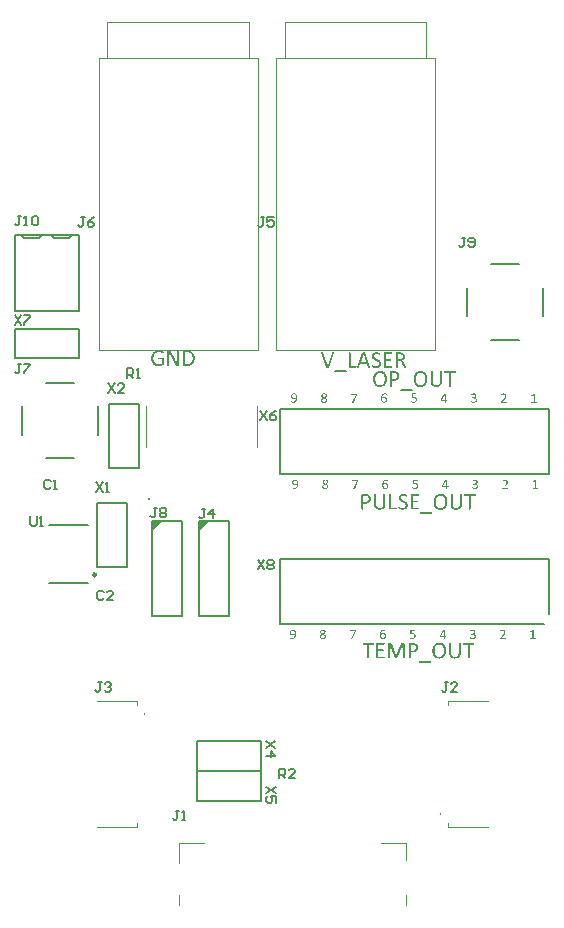
<source format=gto>
G04*
G04 #@! TF.GenerationSoftware,Altium Limited,Altium Designer,25.0.2 (28)*
G04*
G04 Layer_Color=65535*
%FSLAX44Y44*%
%MOMM*%
G71*
G04*
G04 #@! TF.SameCoordinates,9294F1C2-9D63-464E-A418-A043A43F256C*
G04*
G04*
G04 #@! TF.FilePolarity,Positive*
G04*
G01*
G75*
%ADD10C,0.2000*%
%ADD11C,0.1000*%
%ADD12C,0.2500*%
%ADD13C,0.1500*%
G36*
X147700Y320000D02*
Y311000D01*
X156700Y320000D01*
X147700D01*
D02*
G37*
G36*
X187700D02*
Y311000D01*
X196700Y320000D01*
X187700D01*
D02*
G37*
G36*
X470512Y227810D02*
X470585Y227800D01*
X470606D01*
X470648Y227790D01*
X470700Y227779D01*
X470742Y227769D01*
X470752D01*
X470773Y227758D01*
X470794Y227738D01*
X470814Y227717D01*
X470825Y227696D01*
X470835Y227644D01*
Y220833D01*
X472272D01*
X472293Y220823D01*
X472324Y220802D01*
X472335Y220791D01*
X472345Y220781D01*
X472397Y220719D01*
X472408Y220708D01*
X472418Y220687D01*
X472429Y220635D01*
X472439Y220583D01*
Y220573D01*
X472449Y220531D01*
X472460Y220479D01*
Y220406D01*
Y220385D01*
Y220344D01*
X472449Y220271D01*
X472439Y220208D01*
Y220198D01*
X472429Y220167D01*
X472387Y220083D01*
Y220073D01*
X472366Y220063D01*
X472314Y220021D01*
X472293Y220010D01*
X472241Y220000D01*
X468159D01*
X468096Y220021D01*
X468075Y220042D01*
X468034Y220083D01*
Y220094D01*
X468013Y220115D01*
X468003Y220156D01*
X467982Y220208D01*
Y220219D01*
Y220260D01*
X467971Y220323D01*
Y220406D01*
Y220427D01*
Y220469D01*
Y220521D01*
X467982Y220583D01*
Y220594D01*
X467992Y220635D01*
X468013Y220677D01*
X468023Y220719D01*
X468034Y220729D01*
X468044Y220750D01*
X468096Y220802D01*
X468107Y220812D01*
X468128Y220823D01*
X468148Y220833D01*
X469804D01*
Y226738D01*
X468305Y225842D01*
X468284Y225832D01*
X468242Y225811D01*
X468180Y225780D01*
X468117Y225759D01*
X468075D01*
X468034Y225769D01*
X468003Y225790D01*
X467992Y225801D01*
X467982Y225821D01*
X467961Y225863D01*
X467951Y225915D01*
Y225936D01*
Y225978D01*
X467940Y226051D01*
Y226144D01*
Y226165D01*
Y226207D01*
Y226259D01*
Y226321D01*
Y226332D01*
X467951Y226363D01*
X467961Y226405D01*
X467971Y226436D01*
Y226446D01*
X467982Y226467D01*
X468023Y226519D01*
X468034Y226530D01*
X468044Y226550D01*
X468107Y226602D01*
X469898Y227748D01*
X469908Y227758D01*
X469950Y227769D01*
X469961D01*
X469981Y227779D01*
X470044Y227800D01*
X470054D01*
X470075Y227810D01*
X470179D01*
X470221Y227821D01*
X470429D01*
X470512Y227810D01*
D02*
G37*
G36*
X294681Y354988D02*
X294817Y354977D01*
X294973Y354967D01*
X295150Y354935D01*
X295316Y354904D01*
X295483Y354852D01*
X295504Y354842D01*
X295556Y354821D01*
X295639Y354790D01*
X295733Y354748D01*
X295847Y354696D01*
X295962Y354633D01*
X296087Y354550D01*
X296191Y354467D01*
X296202Y354456D01*
X296233Y354425D01*
X296285Y354373D01*
X296347Y354311D01*
X296420Y354217D01*
X296483Y354123D01*
X296556Y354019D01*
X296608Y353894D01*
X296618Y353884D01*
X296629Y353832D01*
X296649Y353769D01*
X296681Y353686D01*
X296702Y353571D01*
X296722Y353457D01*
X296733Y353321D01*
X296743Y353186D01*
Y353176D01*
Y353134D01*
Y353071D01*
X296733Y352999D01*
X296722Y352905D01*
X296702Y352811D01*
X296639Y352592D01*
Y352582D01*
X296618Y352540D01*
X296597Y352488D01*
X296566Y352426D01*
X296525Y352342D01*
X296472Y352249D01*
X296347Y352061D01*
X296337Y352051D01*
X296316Y352020D01*
X296275Y351968D01*
X296222Y351905D01*
X296150Y351832D01*
X296066Y351759D01*
X295983Y351676D01*
X295879Y351593D01*
X295868Y351582D01*
X295827Y351551D01*
X295775Y351509D01*
X295691Y351457D01*
X295598Y351395D01*
X295483Y351322D01*
X295368Y351249D01*
X295233Y351176D01*
X295254Y351166D01*
X295306Y351145D01*
X295389Y351103D01*
X295494Y351041D01*
X295608Y350978D01*
X295733Y350905D01*
X295993Y350749D01*
X296004Y350739D01*
X296045Y350707D01*
X296108Y350666D01*
X296191Y350603D01*
X296275Y350541D01*
X296368Y350457D01*
X296462Y350364D01*
X296545Y350270D01*
X296556Y350260D01*
X296587Y350228D01*
X296629Y350176D01*
X296670Y350114D01*
X296733Y350031D01*
X296785Y349937D01*
X296837Y349833D01*
X296889Y349729D01*
X296899Y349718D01*
X296910Y349676D01*
X296931Y349624D01*
X296951Y349541D01*
X296972Y349458D01*
X296993Y349343D01*
X297014Y349229D01*
Y349104D01*
Y349093D01*
Y349083D01*
Y349020D01*
X297003Y348927D01*
X296993Y348802D01*
X296972Y348656D01*
X296931Y348510D01*
X296889Y348354D01*
X296826Y348198D01*
X296816Y348177D01*
X296795Y348135D01*
X296754Y348062D01*
X296691Y347968D01*
X296618Y347864D01*
X296535Y347760D01*
X296431Y347646D01*
X296306Y347542D01*
X296295Y347531D01*
X296243Y347500D01*
X296170Y347448D01*
X296077Y347385D01*
X295952Y347323D01*
X295816Y347260D01*
X295650Y347188D01*
X295473Y347135D01*
X295462D01*
X295452Y347125D01*
X295421D01*
X295389Y347115D01*
X295285Y347094D01*
X295139Y347073D01*
X294973Y347042D01*
X294785Y347021D01*
X294567Y347010D01*
X294338Y347000D01*
X294233D01*
X294119Y347010D01*
X293973Y347021D01*
X293806Y347031D01*
X293629Y347052D01*
X293442Y347083D01*
X293255Y347125D01*
X293234Y347135D01*
X293182Y347146D01*
X293088Y347177D01*
X292984Y347219D01*
X292848Y347271D01*
X292723Y347333D01*
X292588Y347406D01*
X292453Y347490D01*
X292442Y347500D01*
X292400Y347531D01*
X292338Y347583D01*
X292265Y347656D01*
X292192Y347750D01*
X292109Y347854D01*
X292026Y347968D01*
X291953Y348093D01*
X291942Y348114D01*
X291932Y348156D01*
X291901Y348229D01*
X291869Y348333D01*
X291838Y348458D01*
X291817Y348604D01*
X291796Y348760D01*
X291786Y348927D01*
Y348947D01*
Y348989D01*
X291796Y349062D01*
Y349145D01*
X291817Y349249D01*
X291838Y349364D01*
X291859Y349478D01*
X291901Y349593D01*
X291911Y349604D01*
X291922Y349645D01*
X291953Y349708D01*
X291994Y349781D01*
X292036Y349864D01*
X292099Y349958D01*
X292244Y350155D01*
X292255Y350166D01*
X292286Y350197D01*
X292338Y350249D01*
X292400Y350312D01*
X292484Y350385D01*
X292577Y350468D01*
X292682Y350551D01*
X292796Y350634D01*
X292807Y350645D01*
X292859Y350676D01*
X292921Y350718D01*
X293015Y350780D01*
X293130Y350843D01*
X293255Y350916D01*
X293390Y350989D01*
X293546Y351072D01*
X293525Y351082D01*
X293484Y351103D01*
X293421Y351145D01*
X293327Y351197D01*
X293234Y351249D01*
X293119Y351322D01*
X292900Y351468D01*
X292890Y351478D01*
X292859Y351509D01*
X292807Y351551D01*
X292744Y351603D01*
X292671Y351665D01*
X292598Y351749D01*
X292442Y351915D01*
X292432Y351926D01*
X292411Y351957D01*
X292380Y352009D01*
X292338Y352072D01*
X292286Y352145D01*
X292244Y352228D01*
X292151Y352426D01*
Y352436D01*
X292140Y352478D01*
X292119Y352530D01*
X292109Y352613D01*
X292088Y352696D01*
X292067Y352801D01*
X292057Y353040D01*
Y353061D01*
Y353113D01*
X292067Y353186D01*
X292078Y353290D01*
X292088Y353405D01*
X292119Y353530D01*
X292151Y353665D01*
X292203Y353800D01*
X292213Y353821D01*
X292234Y353863D01*
X292265Y353925D01*
X292317Y354009D01*
X292369Y354102D01*
X292453Y354207D01*
X292536Y354311D01*
X292640Y354415D01*
X292650Y354425D01*
X292692Y354456D01*
X292765Y354509D01*
X292848Y354571D01*
X292963Y354633D01*
X293088Y354706D01*
X293234Y354779D01*
X293400Y354842D01*
X293411D01*
X293421Y354852D01*
X293484Y354863D01*
X293577Y354894D01*
X293702Y354925D01*
X293869Y354946D01*
X294046Y354977D01*
X294254Y354988D01*
X294473Y354998D01*
X294567D01*
X294681Y354988D01*
D02*
G37*
G36*
X419488Y227988D02*
X419613Y227977D01*
X419759Y227967D01*
X419916Y227936D01*
X420082Y227904D01*
X420238Y227852D01*
X420259Y227842D01*
X420311Y227831D01*
X420384Y227800D01*
X420478Y227748D01*
X420582Y227696D01*
X420696Y227633D01*
X420811Y227550D01*
X420915Y227456D01*
X420926Y227446D01*
X420957Y227415D01*
X421009Y227363D01*
X421071Y227290D01*
X421144Y227196D01*
X421207Y227092D01*
X421280Y226977D01*
X421332Y226852D01*
X421342Y226842D01*
X421353Y226790D01*
X421373Y226717D01*
X421405Y226623D01*
X421426Y226509D01*
X421446Y226384D01*
X421457Y226238D01*
X421467Y226082D01*
Y226061D01*
Y226019D01*
Y225946D01*
X421457Y225863D01*
X421446Y225759D01*
X421426Y225634D01*
X421363Y225394D01*
Y225384D01*
X421342Y225342D01*
X421321Y225280D01*
X421290Y225207D01*
X421249Y225124D01*
X421207Y225030D01*
X421082Y224832D01*
X421071Y224822D01*
X421051Y224790D01*
X421009Y224749D01*
X420957Y224697D01*
X420884Y224624D01*
X420811Y224561D01*
X420624Y224426D01*
X420613Y224416D01*
X420582Y224395D01*
X420519Y224374D01*
X420447Y224332D01*
X420363Y224291D01*
X420259Y224259D01*
X420134Y224218D01*
X420009Y224186D01*
Y224176D01*
X420030D01*
X420072Y224166D01*
X420155Y224155D01*
X420249Y224134D01*
X420363Y224114D01*
X420488Y224072D01*
X420613Y224030D01*
X420738Y223978D01*
X420749Y223968D01*
X420790Y223947D01*
X420853Y223916D01*
X420936Y223874D01*
X421030Y223811D01*
X421124Y223739D01*
X421311Y223572D01*
X421321Y223562D01*
X421353Y223530D01*
X421394Y223478D01*
X421457Y223416D01*
X421519Y223333D01*
X421582Y223239D01*
X421644Y223124D01*
X421696Y223010D01*
X421707Y222999D01*
X421717Y222958D01*
X421738Y222895D01*
X421769Y222812D01*
X421790Y222708D01*
X421811Y222593D01*
X421821Y222468D01*
X421832Y222333D01*
Y222322D01*
Y222312D01*
Y222281D01*
Y222239D01*
X421821Y222135D01*
X421811Y222010D01*
X421790Y221854D01*
X421748Y221698D01*
X421707Y221531D01*
X421644Y221364D01*
X421634Y221343D01*
X421613Y221291D01*
X421571Y221208D01*
X421509Y221114D01*
X421426Y221000D01*
X421342Y220875D01*
X421228Y220750D01*
X421103Y220625D01*
X421092Y220614D01*
X421040Y220573D01*
X420967Y220521D01*
X420863Y220458D01*
X420749Y220375D01*
X420603Y220302D01*
X420436Y220229D01*
X420249Y220156D01*
X420238D01*
X420228Y220146D01*
X420197D01*
X420155Y220135D01*
X420051Y220104D01*
X419916Y220083D01*
X419749Y220052D01*
X419551Y220021D01*
X419332Y220010D01*
X419103Y220000D01*
X418957D01*
X418864Y220010D01*
X418749D01*
X418624Y220031D01*
X418364Y220063D01*
X418353D01*
X418312Y220073D01*
X418249Y220083D01*
X418166Y220104D01*
X418072Y220125D01*
X417968Y220146D01*
X417760Y220208D01*
X417749D01*
X417718Y220219D01*
X417666Y220240D01*
X417604Y220260D01*
X417468Y220323D01*
X417322Y220385D01*
X417312D01*
X417291Y220406D01*
X417229Y220437D01*
X417156Y220479D01*
X417124Y220500D01*
X417104Y220521D01*
X417093Y220531D01*
X417083Y220552D01*
X417041Y220604D01*
Y220614D01*
X417031Y220635D01*
X417020Y220667D01*
X417000Y220708D01*
Y220719D01*
X416989Y220750D01*
X416979Y220791D01*
X416968Y220854D01*
Y220875D01*
Y220916D01*
Y220989D01*
Y221073D01*
Y221083D01*
Y221104D01*
Y221146D01*
X416979Y221187D01*
X416989Y221281D01*
X417000Y221333D01*
X417010Y221364D01*
X417020Y221375D01*
X417041Y221416D01*
X417072Y221448D01*
X417124Y221458D01*
X417135D01*
X417177Y221448D01*
X417239Y221416D01*
X417343Y221354D01*
X417354D01*
X417374Y221333D01*
X417406Y221323D01*
X417458Y221291D01*
X417520Y221260D01*
X417593Y221229D01*
X417760Y221146D01*
X417770D01*
X417802Y221125D01*
X417864Y221104D01*
X417937Y221083D01*
X418020Y221052D01*
X418124Y221021D01*
X418239Y220979D01*
X418364Y220948D01*
X418385D01*
X418426Y220937D01*
X418499Y220916D01*
X418593Y220906D01*
X418697Y220885D01*
X418832Y220864D01*
X418968Y220854D01*
X419197D01*
X419270Y220864D01*
X419364D01*
X419478Y220875D01*
X419593Y220896D01*
X419832Y220948D01*
X419843D01*
X419884Y220968D01*
X419947Y220989D01*
X420020Y221021D01*
X420186Y221114D01*
X420353Y221239D01*
X420363Y221250D01*
X420384Y221271D01*
X420426Y221312D01*
X420467Y221364D01*
X420519Y221427D01*
X420572Y221500D01*
X420665Y221677D01*
X420676Y221687D01*
X420686Y221718D01*
X420707Y221770D01*
X420728Y221843D01*
X420749Y221927D01*
X420759Y222020D01*
X420780Y222125D01*
Y222239D01*
Y222249D01*
Y222291D01*
X420769Y222354D01*
X420759Y222437D01*
X420749Y222520D01*
X420728Y222624D01*
X420686Y222718D01*
X420644Y222822D01*
X420634Y222833D01*
X420624Y222864D01*
X420592Y222916D01*
X420540Y222978D01*
X420488Y223051D01*
X420426Y223135D01*
X420342Y223207D01*
X420249Y223280D01*
X420238Y223291D01*
X420207Y223312D01*
X420145Y223353D01*
X420072Y223395D01*
X419978Y223437D01*
X419874Y223489D01*
X419749Y223541D01*
X419613Y223582D01*
X419593D01*
X419551Y223603D01*
X419468Y223614D01*
X419364Y223634D01*
X419239Y223655D01*
X419093Y223666D01*
X418937Y223687D01*
X417968D01*
X417895Y223707D01*
X417885D01*
X417874Y223728D01*
X417822Y223770D01*
Y223780D01*
X417802Y223801D01*
X417791Y223843D01*
X417770Y223895D01*
Y223905D01*
X417760Y223957D01*
X417749Y224020D01*
Y224103D01*
Y224114D01*
Y224124D01*
Y224166D01*
Y224228D01*
X417760Y224291D01*
Y224301D01*
X417770Y224332D01*
X417791Y224374D01*
X417812Y224405D01*
X417822Y224416D01*
X417833Y224426D01*
X417885Y224468D01*
X417895Y224478D01*
X417916Y224489D01*
X417947Y224499D01*
X418728D01*
X418812Y224509D01*
X418905D01*
X419010Y224520D01*
X419134Y224541D01*
X419374Y224593D01*
X419384D01*
X419426Y224613D01*
X419488Y224634D01*
X419561Y224666D01*
X419728Y224759D01*
X419905Y224884D01*
X419916Y224895D01*
X419936Y224915D01*
X419978Y224957D01*
X420030Y225020D01*
X420082Y225082D01*
X420134Y225165D01*
X420238Y225342D01*
X420249Y225353D01*
X420259Y225394D01*
X420280Y225446D01*
X420301Y225519D01*
X420322Y225613D01*
X420342Y225707D01*
X420363Y225821D01*
Y225946D01*
Y225957D01*
Y225988D01*
Y226030D01*
X420353Y226092D01*
X420332Y226238D01*
X420280Y226405D01*
Y226415D01*
X420270Y226446D01*
X420249Y226488D01*
X420228Y226540D01*
X420155Y226665D01*
X420051Y226790D01*
X420041Y226800D01*
X420020Y226821D01*
X419988Y226852D01*
X419947Y226884D01*
X419884Y226925D01*
X419811Y226967D01*
X419645Y227050D01*
X419634D01*
X419603Y227061D01*
X419551Y227082D01*
X419488Y227102D01*
X419405Y227113D01*
X419311Y227134D01*
X419207Y227144D01*
X419030D01*
X418968Y227134D01*
X418885D01*
X418780Y227113D01*
X418676Y227092D01*
X418562Y227071D01*
X418447Y227029D01*
X418437D01*
X418395Y227009D01*
X418343Y226988D01*
X418280Y226967D01*
X418197Y226936D01*
X418114Y226894D01*
X417937Y226811D01*
X417926D01*
X417895Y226790D01*
X417854Y226769D01*
X417802Y226738D01*
X417677Y226675D01*
X417551Y226592D01*
X417541D01*
X417531Y226571D01*
X417468Y226540D01*
X417406Y226509D01*
X417354Y226488D01*
X417333D01*
X417270Y226498D01*
X417249Y226509D01*
X417239Y226530D01*
X417218Y226550D01*
Y226561D01*
X417208Y226592D01*
X417197Y226634D01*
X417187Y226686D01*
Y226696D01*
Y226748D01*
Y226811D01*
Y226894D01*
Y226915D01*
Y226946D01*
Y226998D01*
Y227050D01*
Y227061D01*
X417197Y227092D01*
X417208Y227175D01*
Y227186D01*
X417218Y227206D01*
X417249Y227269D01*
X417260Y227279D01*
X417270Y227300D01*
X417333Y227363D01*
X417343Y227373D01*
X417385Y227404D01*
X417458Y227456D01*
X417562Y227529D01*
X417572Y227540D01*
X417593Y227550D01*
X417635Y227571D01*
X417687Y227602D01*
X417749Y227633D01*
X417822Y227675D01*
X417989Y227748D01*
X417999D01*
X418031Y227769D01*
X418093Y227790D01*
X418166Y227810D01*
X418249Y227842D01*
X418353Y227863D01*
X418457Y227894D01*
X418582Y227925D01*
X418593D01*
X418645Y227936D01*
X418708Y227946D01*
X418801Y227967D01*
X418905Y227977D01*
X419020Y227988D01*
X419155Y227998D01*
X419384D01*
X419488Y227988D01*
D02*
G37*
G36*
X344085Y227977D02*
X344158D01*
X344325Y227956D01*
X344366D01*
X344408Y227946D01*
X344460Y227936D01*
X344595Y227915D01*
X344741Y227883D01*
X344752D01*
X344772Y227873D01*
X344814Y227863D01*
X344856Y227852D01*
X344960Y227821D01*
X345064Y227779D01*
X345075D01*
X345085Y227769D01*
X345137Y227748D01*
X345200Y227727D01*
X345241Y227696D01*
X345252D01*
X345262Y227675D01*
X345304Y227623D01*
Y227613D01*
X345314Y227602D01*
X345335Y227540D01*
Y227529D01*
X345345Y227509D01*
Y227477D01*
X345356Y227436D01*
Y227425D01*
X345366Y227404D01*
Y227352D01*
Y227300D01*
Y227279D01*
Y227238D01*
Y227165D01*
X345356Y227102D01*
Y227092D01*
Y227061D01*
X345335Y226977D01*
Y226967D01*
X345325Y226957D01*
X345283Y226915D01*
X345272D01*
X345262Y226905D01*
X345231Y226894D01*
X345179D01*
X345147Y226905D01*
X345085Y226915D01*
X345012Y226936D01*
X344991Y226946D01*
X344939Y226967D01*
X344845Y226988D01*
X344731Y227019D01*
X344720D01*
X344700Y227029D01*
X344668Y227040D01*
X344627Y227050D01*
X344564Y227061D01*
X344502Y227082D01*
X344346Y227113D01*
X344335D01*
X344304Y227123D01*
X344252Y227134D01*
X344189Y227144D01*
X344116D01*
X344023Y227154D01*
X343919Y227165D01*
X343710D01*
X343606Y227154D01*
X343471Y227134D01*
X343325Y227113D01*
X343158Y227071D01*
X342992Y227009D01*
X342836Y226936D01*
X342815Y226925D01*
X342773Y226894D01*
X342700Y226842D01*
X342606Y226769D01*
X342502Y226686D01*
X342388Y226582D01*
X342284Y226457D01*
X342179Y226321D01*
X342169Y226301D01*
X342138Y226248D01*
X342096Y226175D01*
X342044Y226061D01*
X341982Y225936D01*
X341919Y225780D01*
X341857Y225613D01*
X341805Y225426D01*
Y225415D01*
Y225405D01*
X341784Y225342D01*
X341763Y225238D01*
X341742Y225103D01*
X341721Y224947D01*
X341700Y224770D01*
X341680Y224582D01*
X341669Y224374D01*
X341680D01*
X341700Y224395D01*
X341732Y224405D01*
X341773Y224436D01*
X341877Y224489D01*
X342013Y224551D01*
X342023D01*
X342044Y224572D01*
X342086Y224582D01*
X342138Y224603D01*
X342200Y224634D01*
X342273Y224666D01*
X342440Y224718D01*
X342450D01*
X342481Y224728D01*
X342533Y224738D01*
X342596Y224759D01*
X342669Y224780D01*
X342752Y224801D01*
X342929Y224832D01*
X342940D01*
X342971Y224842D01*
X343023Y224853D01*
X343096Y224863D01*
X343179D01*
X343273Y224874D01*
X343492Y224884D01*
X343596D01*
X343710Y224874D01*
X343856Y224863D01*
X344023Y224842D01*
X344200Y224811D01*
X344377Y224770D01*
X344543Y224707D01*
X344564Y224697D01*
X344616Y224676D01*
X344700Y224634D01*
X344793Y224582D01*
X344908Y224520D01*
X345022Y224436D01*
X345147Y224343D01*
X345252Y224228D01*
X345262Y224218D01*
X345293Y224176D01*
X345345Y224114D01*
X345397Y224030D01*
X345460Y223916D01*
X345533Y223801D01*
X345585Y223655D01*
X345637Y223510D01*
X345647Y223489D01*
X345658Y223437D01*
X345678Y223353D01*
X345699Y223249D01*
X345720Y223114D01*
X345731Y222968D01*
X345751Y222801D01*
Y222624D01*
Y222614D01*
Y222603D01*
Y222541D01*
X345741Y222437D01*
X345731Y222312D01*
X345710Y222156D01*
X345689Y221989D01*
X345647Y221812D01*
X345595Y221635D01*
X345585Y221614D01*
X345564Y221552D01*
X345533Y221468D01*
X345481Y221354D01*
X345408Y221218D01*
X345325Y221073D01*
X345220Y220937D01*
X345106Y220791D01*
X345095Y220781D01*
X345043Y220729D01*
X344981Y220667D01*
X344887Y220583D01*
X344762Y220500D01*
X344627Y220396D01*
X344460Y220302D01*
X344283Y220219D01*
X344273D01*
X344262Y220208D01*
X344231Y220198D01*
X344200Y220187D01*
X344096Y220146D01*
X343950Y220115D01*
X343783Y220073D01*
X343585Y220031D01*
X343356Y220010D01*
X343106Y220000D01*
X343023D01*
X342940Y220010D01*
X342825D01*
X342690Y220031D01*
X342544Y220052D01*
X342398Y220073D01*
X342252Y220115D01*
X342231Y220125D01*
X342190Y220135D01*
X342117Y220167D01*
X342034Y220208D01*
X341930Y220250D01*
X341815Y220312D01*
X341596Y220458D01*
X341586Y220469D01*
X341555Y220500D01*
X341502Y220541D01*
X341440Y220604D01*
X341367Y220687D01*
X341294Y220781D01*
X341211Y220885D01*
X341138Y221000D01*
X341128Y221010D01*
X341107Y221062D01*
X341076Y221125D01*
X341034Y221218D01*
X340992Y221323D01*
X340940Y221448D01*
X340888Y221583D01*
X340846Y221739D01*
Y221760D01*
X340826Y221812D01*
X340815Y221895D01*
X340784Y222010D01*
X340763Y222145D01*
X340732Y222302D01*
X340711Y222468D01*
X340690Y222645D01*
Y222656D01*
Y222666D01*
X340680Y222729D01*
Y222833D01*
X340669Y222958D01*
X340659Y223124D01*
Y223301D01*
X340649Y223499D01*
Y223707D01*
Y223718D01*
Y223728D01*
Y223791D01*
Y223884D01*
X340659Y224020D01*
Y224166D01*
X340669Y224332D01*
X340680Y224520D01*
X340701Y224707D01*
Y224718D01*
Y224728D01*
X340711Y224790D01*
X340722Y224895D01*
X340742Y225020D01*
X340774Y225176D01*
X340805Y225332D01*
X340888Y225686D01*
Y225697D01*
X340899Y225707D01*
X340909Y225769D01*
X340940Y225863D01*
X340982Y225978D01*
X341044Y226113D01*
X341107Y226269D01*
X341180Y226425D01*
X341263Y226582D01*
X341273Y226602D01*
X341305Y226655D01*
X341357Y226738D01*
X341430Y226832D01*
X341513Y226946D01*
X341617Y227071D01*
X341732Y227196D01*
X341857Y227311D01*
X341877Y227321D01*
X341919Y227363D01*
X342002Y227415D01*
X342096Y227488D01*
X342221Y227571D01*
X342367Y227654D01*
X342533Y227727D01*
X342710Y227800D01*
X342721D01*
X342731Y227810D01*
X342763Y227821D01*
X342804Y227831D01*
X342908Y227863D01*
X343044Y227894D01*
X343210Y227925D01*
X343419Y227956D01*
X343637Y227977D01*
X343877Y227988D01*
X344012D01*
X344085Y227977D01*
D02*
G37*
G36*
X268214Y427988D02*
X268339D01*
X268463Y427967D01*
X268609Y427946D01*
X268755Y427915D01*
X268901Y427873D01*
X268922Y427863D01*
X268963Y427852D01*
X269036Y427821D01*
X269119Y427779D01*
X269224Y427727D01*
X269328Y427665D01*
X269442Y427592D01*
X269547Y427509D01*
X269557Y427498D01*
X269599Y427467D01*
X269651Y427415D01*
X269713Y427352D01*
X269786Y427269D01*
X269859Y427175D01*
X269942Y427071D01*
X270015Y426957D01*
X270026Y426946D01*
X270046Y426904D01*
X270088Y426832D01*
X270130Y426748D01*
X270182Y426634D01*
X270234Y426509D01*
X270286Y426373D01*
X270327Y426217D01*
X270338Y426196D01*
X270348Y426144D01*
X270369Y426061D01*
X270400Y425946D01*
X270421Y425811D01*
X270452Y425655D01*
X270484Y425488D01*
X270505Y425311D01*
Y425290D01*
X270515Y425228D01*
X270525Y425134D01*
X270536Y425009D01*
Y424853D01*
X270546Y424686D01*
X270557Y424499D01*
Y424301D01*
Y424291D01*
Y424280D01*
Y424249D01*
Y424218D01*
Y424114D01*
X270546Y423978D01*
Y423822D01*
X270536Y423655D01*
X270515Y423468D01*
X270494Y423270D01*
Y423260D01*
Y423249D01*
X270484Y423187D01*
X270463Y423083D01*
X270442Y422958D01*
X270421Y422801D01*
X270380Y422635D01*
X270286Y422281D01*
X270275Y422260D01*
X270255Y422197D01*
X270223Y422114D01*
X270182Y421989D01*
X270130Y421854D01*
X270067Y421708D01*
X269901Y421385D01*
X269890Y421364D01*
X269859Y421312D01*
X269807Y421239D01*
X269734Y421135D01*
X269651Y421021D01*
X269536Y420906D01*
X269422Y420781D01*
X269286Y420656D01*
X269265Y420646D01*
X269224Y420604D01*
X269140Y420552D01*
X269036Y420479D01*
X268911Y420406D01*
X268765Y420323D01*
X268599Y420250D01*
X268411Y420177D01*
X268401D01*
X268391Y420167D01*
X268359Y420156D01*
X268318Y420146D01*
X268214Y420125D01*
X268078Y420094D01*
X267901Y420052D01*
X267703Y420031D01*
X267474Y420010D01*
X267235Y420000D01*
X267141D01*
X267078Y420010D01*
X266995D01*
X266912Y420021D01*
X266724Y420042D01*
X266714D01*
X266683Y420052D01*
X266641D01*
X266579Y420062D01*
X266443Y420083D01*
X266287Y420115D01*
X266276D01*
X266256Y420125D01*
X266224Y420135D01*
X266172Y420146D01*
X266068Y420177D01*
X265964Y420208D01*
X265954D01*
X265943Y420219D01*
X265891Y420239D01*
X265829Y420271D01*
X265766Y420312D01*
X265756Y420323D01*
X265735Y420354D01*
X265714Y420406D01*
X265683Y420469D01*
Y420490D01*
X265672Y420531D01*
X265662Y420614D01*
Y420719D01*
Y420729D01*
Y420739D01*
Y420792D01*
Y420854D01*
Y420916D01*
Y420927D01*
X265672Y420969D01*
X265683Y421000D01*
X265693Y421041D01*
Y421052D01*
X265704Y421062D01*
X265725Y421083D01*
X265745Y421093D01*
X265756D01*
X265766Y421104D01*
X265829Y421114D01*
X265870D01*
X265933Y421093D01*
X266006Y421073D01*
X266016D01*
X266026Y421062D01*
X266089Y421041D01*
X266183Y421010D01*
X266308Y420969D01*
X266318D01*
X266339Y420958D01*
X266381Y420948D01*
X266433Y420937D01*
X266495Y420927D01*
X266568Y420906D01*
X266745Y420875D01*
X266756D01*
X266787Y420864D01*
X266839D01*
X266912Y420854D01*
X266995Y420844D01*
X267089D01*
X267297Y420833D01*
X267391D01*
X267505Y420844D01*
X267641Y420864D01*
X267797Y420885D01*
X267964Y420927D01*
X268130Y420979D01*
X268297Y421052D01*
X268318Y421062D01*
X268370Y421093D01*
X268443Y421146D01*
X268536Y421218D01*
X268640Y421302D01*
X268755Y421406D01*
X268870Y421520D01*
X268974Y421656D01*
X268984Y421677D01*
X269015Y421718D01*
X269067Y421802D01*
X269130Y421906D01*
X269192Y422031D01*
X269255Y422187D01*
X269317Y422354D01*
X269369Y422531D01*
Y422541D01*
X269380Y422551D01*
X269390Y422614D01*
X269411Y422718D01*
X269442Y422853D01*
X269463Y423010D01*
X269484Y423187D01*
X269505Y423374D01*
X269515Y423582D01*
X269505Y423572D01*
X269463Y423551D01*
X269390Y423520D01*
X269307Y423468D01*
X269192Y423416D01*
X269067Y423364D01*
X268922Y423301D01*
X268755Y423249D01*
X268734Y423239D01*
X268672Y423228D01*
X268588Y423208D01*
X268463Y423187D01*
X268307Y423155D01*
X268141Y423135D01*
X267943Y423124D01*
X267734Y423114D01*
X267630D01*
X267505Y423124D01*
X267360Y423135D01*
X267183Y423155D01*
X267006Y423187D01*
X266818Y423228D01*
X266641Y423291D01*
X266620Y423301D01*
X266568Y423322D01*
X266485Y423364D01*
X266391Y423416D01*
X266276Y423489D01*
X266162Y423572D01*
X266037Y423666D01*
X265933Y423770D01*
X265922Y423780D01*
X265891Y423822D01*
X265849Y423884D01*
X265787Y423978D01*
X265725Y424082D01*
X265662Y424197D01*
X265610Y424343D01*
X265558Y424488D01*
Y424509D01*
X265537Y424561D01*
X265527Y424655D01*
X265506Y424770D01*
X265485Y424905D01*
X265464Y425061D01*
X265454Y425228D01*
X265443Y425415D01*
Y425426D01*
Y425436D01*
Y425467D01*
Y425509D01*
X265454Y425603D01*
X265464Y425738D01*
X265475Y425884D01*
X265506Y426050D01*
X265537Y426217D01*
X265589Y426394D01*
Y426405D01*
X265600Y426415D01*
X265620Y426478D01*
X265652Y426561D01*
X265704Y426675D01*
X265766Y426800D01*
X265849Y426936D01*
X265943Y427081D01*
X266047Y427217D01*
X266058Y427238D01*
X266110Y427279D01*
X266172Y427342D01*
X266266Y427425D01*
X266391Y427509D01*
X266526Y427602D01*
X266683Y427696D01*
X266860Y427779D01*
X266870D01*
X266880Y427790D01*
X266912Y427800D01*
X266953Y427811D01*
X267057Y427852D01*
X267193Y427894D01*
X267370Y427925D01*
X267568Y427967D01*
X267797Y427988D01*
X268047Y427998D01*
X268130D01*
X268214Y427988D01*
D02*
G37*
G36*
X421488Y354988D02*
X421614Y354977D01*
X421759Y354967D01*
X421916Y354935D01*
X422082Y354904D01*
X422238Y354852D01*
X422259Y354842D01*
X422311Y354831D01*
X422384Y354800D01*
X422478Y354748D01*
X422582Y354696D01*
X422696Y354633D01*
X422811Y354550D01*
X422915Y354456D01*
X422926Y354446D01*
X422957Y354415D01*
X423009Y354363D01*
X423071Y354290D01*
X423144Y354196D01*
X423207Y354092D01*
X423280Y353977D01*
X423332Y353852D01*
X423342Y353842D01*
X423353Y353790D01*
X423373Y353717D01*
X423405Y353623D01*
X423425Y353509D01*
X423446Y353384D01*
X423457Y353238D01*
X423467Y353082D01*
Y353061D01*
Y353019D01*
Y352946D01*
X423457Y352863D01*
X423446Y352759D01*
X423425Y352634D01*
X423363Y352394D01*
Y352384D01*
X423342Y352342D01*
X423321Y352280D01*
X423290Y352207D01*
X423248Y352124D01*
X423207Y352030D01*
X423082Y351832D01*
X423071Y351822D01*
X423051Y351791D01*
X423009Y351749D01*
X422957Y351697D01*
X422884Y351624D01*
X422811Y351561D01*
X422624Y351426D01*
X422613Y351416D01*
X422582Y351395D01*
X422519Y351374D01*
X422447Y351332D01*
X422363Y351291D01*
X422259Y351259D01*
X422134Y351218D01*
X422009Y351186D01*
Y351176D01*
X422030D01*
X422072Y351166D01*
X422155Y351155D01*
X422249Y351134D01*
X422363Y351114D01*
X422488Y351072D01*
X422613Y351030D01*
X422738Y350978D01*
X422749Y350968D01*
X422790Y350947D01*
X422853Y350916D01*
X422936Y350874D01*
X423030Y350812D01*
X423124Y350739D01*
X423311Y350572D01*
X423321Y350562D01*
X423353Y350530D01*
X423394Y350478D01*
X423457Y350416D01*
X423519Y350332D01*
X423582Y350239D01*
X423644Y350124D01*
X423696Y350010D01*
X423707Y349999D01*
X423717Y349958D01*
X423738Y349895D01*
X423769Y349812D01*
X423790Y349708D01*
X423811Y349593D01*
X423821Y349468D01*
X423832Y349333D01*
Y349322D01*
Y349312D01*
Y349281D01*
Y349239D01*
X423821Y349135D01*
X423811Y349010D01*
X423790Y348854D01*
X423748Y348698D01*
X423707Y348531D01*
X423644Y348364D01*
X423634Y348343D01*
X423613Y348291D01*
X423571Y348208D01*
X423509Y348114D01*
X423425Y348000D01*
X423342Y347875D01*
X423228Y347750D01*
X423103Y347625D01*
X423092Y347614D01*
X423040Y347573D01*
X422967Y347521D01*
X422863Y347458D01*
X422749Y347375D01*
X422603Y347302D01*
X422436Y347229D01*
X422249Y347156D01*
X422238D01*
X422228Y347146D01*
X422197D01*
X422155Y347135D01*
X422051Y347104D01*
X421916Y347083D01*
X421749Y347052D01*
X421551Y347021D01*
X421332Y347010D01*
X421103Y347000D01*
X420957D01*
X420864Y347010D01*
X420749D01*
X420624Y347031D01*
X420364Y347062D01*
X420353D01*
X420312Y347073D01*
X420249Y347083D01*
X420166Y347104D01*
X420072Y347125D01*
X419968Y347146D01*
X419760Y347208D01*
X419749D01*
X419718Y347219D01*
X419666Y347239D01*
X419604Y347260D01*
X419468Y347323D01*
X419322Y347385D01*
X419312D01*
X419291Y347406D01*
X419229Y347437D01*
X419156Y347479D01*
X419124Y347500D01*
X419104Y347521D01*
X419093Y347531D01*
X419083Y347552D01*
X419041Y347604D01*
Y347614D01*
X419031Y347635D01*
X419020Y347667D01*
X419000Y347708D01*
Y347719D01*
X418989Y347750D01*
X418979Y347791D01*
X418968Y347854D01*
Y347875D01*
Y347916D01*
Y347989D01*
Y348073D01*
Y348083D01*
Y348104D01*
Y348146D01*
X418979Y348187D01*
X418989Y348281D01*
X419000Y348333D01*
X419010Y348364D01*
X419020Y348375D01*
X419041Y348416D01*
X419072Y348448D01*
X419124Y348458D01*
X419135D01*
X419177Y348448D01*
X419239Y348416D01*
X419343Y348354D01*
X419354D01*
X419375Y348333D01*
X419406Y348323D01*
X419458Y348291D01*
X419520Y348260D01*
X419593Y348229D01*
X419760Y348146D01*
X419770D01*
X419801Y348125D01*
X419864Y348104D01*
X419937Y348083D01*
X420020Y348052D01*
X420124Y348021D01*
X420239Y347979D01*
X420364Y347948D01*
X420385D01*
X420426Y347937D01*
X420499Y347916D01*
X420593Y347906D01*
X420697Y347885D01*
X420832Y347864D01*
X420968Y347854D01*
X421197D01*
X421270Y347864D01*
X421363D01*
X421478Y347875D01*
X421593Y347896D01*
X421832Y347948D01*
X421843D01*
X421884Y347968D01*
X421947Y347989D01*
X422020Y348021D01*
X422186Y348114D01*
X422353Y348239D01*
X422363Y348250D01*
X422384Y348270D01*
X422426Y348312D01*
X422467Y348364D01*
X422519Y348427D01*
X422572Y348500D01*
X422665Y348677D01*
X422676Y348687D01*
X422686Y348718D01*
X422707Y348770D01*
X422728Y348843D01*
X422749Y348927D01*
X422759Y349020D01*
X422780Y349124D01*
Y349239D01*
Y349249D01*
Y349291D01*
X422769Y349354D01*
X422759Y349437D01*
X422749Y349520D01*
X422728Y349624D01*
X422686Y349718D01*
X422645Y349822D01*
X422634Y349833D01*
X422624Y349864D01*
X422592Y349916D01*
X422540Y349978D01*
X422488Y350051D01*
X422426Y350135D01*
X422342Y350207D01*
X422249Y350280D01*
X422238Y350291D01*
X422207Y350312D01*
X422145Y350353D01*
X422072Y350395D01*
X421978Y350437D01*
X421874Y350489D01*
X421749Y350541D01*
X421614Y350582D01*
X421593D01*
X421551Y350603D01*
X421468Y350614D01*
X421363Y350634D01*
X421239Y350655D01*
X421093Y350666D01*
X420937Y350687D01*
X419968D01*
X419895Y350707D01*
X419885D01*
X419874Y350728D01*
X419822Y350770D01*
Y350780D01*
X419801Y350801D01*
X419791Y350843D01*
X419770Y350895D01*
Y350905D01*
X419760Y350957D01*
X419749Y351020D01*
Y351103D01*
Y351114D01*
Y351124D01*
Y351166D01*
Y351228D01*
X419760Y351291D01*
Y351301D01*
X419770Y351332D01*
X419791Y351374D01*
X419812Y351405D01*
X419822Y351416D01*
X419833Y351426D01*
X419885Y351468D01*
X419895Y351478D01*
X419916Y351488D01*
X419947Y351499D01*
X420728D01*
X420812Y351509D01*
X420905D01*
X421009Y351520D01*
X421134Y351540D01*
X421374Y351593D01*
X421384D01*
X421426Y351613D01*
X421488Y351634D01*
X421561Y351665D01*
X421728Y351759D01*
X421905Y351884D01*
X421916Y351895D01*
X421936Y351915D01*
X421978Y351957D01*
X422030Y352020D01*
X422082Y352082D01*
X422134Y352165D01*
X422238Y352342D01*
X422249Y352353D01*
X422259Y352394D01*
X422280Y352447D01*
X422301Y352519D01*
X422322Y352613D01*
X422342Y352707D01*
X422363Y352821D01*
Y352946D01*
Y352957D01*
Y352988D01*
Y353030D01*
X422353Y353092D01*
X422332Y353238D01*
X422280Y353405D01*
Y353415D01*
X422270Y353446D01*
X422249Y353488D01*
X422228Y353540D01*
X422155Y353665D01*
X422051Y353790D01*
X422040Y353800D01*
X422020Y353821D01*
X421988Y353852D01*
X421947Y353884D01*
X421884Y353925D01*
X421811Y353967D01*
X421645Y354050D01*
X421634D01*
X421603Y354061D01*
X421551Y354081D01*
X421488Y354102D01*
X421405Y354113D01*
X421311Y354134D01*
X421207Y354144D01*
X421030D01*
X420968Y354134D01*
X420885D01*
X420780Y354113D01*
X420676Y354092D01*
X420562Y354071D01*
X420447Y354030D01*
X420437D01*
X420395Y354009D01*
X420343Y353988D01*
X420280Y353967D01*
X420197Y353936D01*
X420114Y353894D01*
X419937Y353811D01*
X419926D01*
X419895Y353790D01*
X419854Y353769D01*
X419801Y353738D01*
X419677Y353675D01*
X419552Y353592D01*
X419541D01*
X419531Y353571D01*
X419468Y353540D01*
X419406Y353509D01*
X419354Y353488D01*
X419333D01*
X419270Y353498D01*
X419249Y353509D01*
X419239Y353530D01*
X419218Y353550D01*
Y353561D01*
X419208Y353592D01*
X419197Y353634D01*
X419187Y353686D01*
Y353696D01*
Y353748D01*
Y353811D01*
Y353894D01*
Y353915D01*
Y353946D01*
Y353998D01*
Y354050D01*
Y354061D01*
X419197Y354092D01*
X419208Y354175D01*
Y354186D01*
X419218Y354207D01*
X419249Y354269D01*
X419260Y354279D01*
X419270Y354300D01*
X419333Y354363D01*
X419343Y354373D01*
X419385Y354404D01*
X419458Y354456D01*
X419562Y354529D01*
X419572Y354540D01*
X419593Y354550D01*
X419635Y354571D01*
X419687Y354602D01*
X419749Y354633D01*
X419822Y354675D01*
X419989Y354748D01*
X419999D01*
X420031Y354769D01*
X420093Y354790D01*
X420166Y354810D01*
X420249Y354842D01*
X420353Y354863D01*
X420457Y354894D01*
X420583Y354925D01*
X420593D01*
X420645Y354935D01*
X420708Y354946D01*
X420801Y354967D01*
X420905Y354977D01*
X421020Y354988D01*
X421155Y354998D01*
X421384D01*
X421488Y354988D01*
D02*
G37*
G36*
X472512Y354810D02*
X472585Y354800D01*
X472606D01*
X472648Y354790D01*
X472700Y354779D01*
X472742Y354769D01*
X472752D01*
X472773Y354758D01*
X472794Y354738D01*
X472814Y354717D01*
X472825Y354696D01*
X472835Y354644D01*
Y347833D01*
X474272D01*
X474293Y347823D01*
X474324Y347802D01*
X474335Y347791D01*
X474345Y347781D01*
X474397Y347719D01*
X474408Y347708D01*
X474418Y347687D01*
X474429Y347635D01*
X474439Y347583D01*
Y347573D01*
X474449Y347531D01*
X474460Y347479D01*
Y347406D01*
Y347385D01*
Y347344D01*
X474449Y347271D01*
X474439Y347208D01*
Y347198D01*
X474429Y347167D01*
X474387Y347083D01*
Y347073D01*
X474366Y347062D01*
X474314Y347021D01*
X474293Y347010D01*
X474241Y347000D01*
X470159D01*
X470096Y347021D01*
X470075Y347042D01*
X470034Y347083D01*
Y347094D01*
X470013Y347115D01*
X470003Y347156D01*
X469982Y347208D01*
Y347219D01*
Y347260D01*
X469971Y347323D01*
Y347406D01*
Y347427D01*
Y347469D01*
Y347521D01*
X469982Y347583D01*
Y347594D01*
X469992Y347635D01*
X470013Y347677D01*
X470023Y347719D01*
X470034Y347729D01*
X470044Y347750D01*
X470096Y347802D01*
X470107Y347812D01*
X470128Y347823D01*
X470148Y347833D01*
X471804D01*
Y353738D01*
X470305Y352842D01*
X470284Y352832D01*
X470242Y352811D01*
X470180Y352780D01*
X470117Y352759D01*
X470075D01*
X470034Y352769D01*
X470003Y352790D01*
X469992Y352801D01*
X469982Y352821D01*
X469961Y352863D01*
X469951Y352915D01*
Y352936D01*
Y352978D01*
X469940Y353051D01*
Y353144D01*
Y353165D01*
Y353207D01*
Y353259D01*
Y353321D01*
Y353332D01*
X469951Y353363D01*
X469961Y353405D01*
X469971Y353436D01*
Y353446D01*
X469982Y353467D01*
X470023Y353519D01*
X470034Y353530D01*
X470044Y353550D01*
X470107Y353602D01*
X471898Y354748D01*
X471908Y354758D01*
X471950Y354769D01*
X471960D01*
X471981Y354779D01*
X472044Y354800D01*
X472054D01*
X472075Y354810D01*
X472179D01*
X472221Y354821D01*
X472429D01*
X472512Y354810D01*
D02*
G37*
G36*
X293681Y427988D02*
X293817Y427977D01*
X293973Y427967D01*
X294150Y427935D01*
X294316Y427904D01*
X294483Y427852D01*
X294504Y427842D01*
X294556Y427821D01*
X294639Y427790D01*
X294733Y427748D01*
X294848Y427696D01*
X294962Y427634D01*
X295087Y427550D01*
X295191Y427467D01*
X295202Y427456D01*
X295233Y427425D01*
X295285Y427373D01*
X295347Y427311D01*
X295420Y427217D01*
X295483Y427123D01*
X295556Y427019D01*
X295608Y426894D01*
X295618Y426884D01*
X295629Y426832D01*
X295649Y426769D01*
X295681Y426686D01*
X295702Y426571D01*
X295722Y426457D01*
X295733Y426321D01*
X295743Y426186D01*
Y426175D01*
Y426134D01*
Y426071D01*
X295733Y425998D01*
X295722Y425905D01*
X295702Y425811D01*
X295639Y425592D01*
Y425582D01*
X295618Y425540D01*
X295597Y425488D01*
X295566Y425426D01*
X295525Y425342D01*
X295472Y425249D01*
X295347Y425061D01*
X295337Y425051D01*
X295316Y425019D01*
X295275Y424967D01*
X295222Y424905D01*
X295149Y424832D01*
X295066Y424759D01*
X294983Y424676D01*
X294879Y424593D01*
X294868Y424582D01*
X294827Y424551D01*
X294775Y424509D01*
X294691Y424457D01*
X294598Y424395D01*
X294483Y424322D01*
X294368Y424249D01*
X294233Y424176D01*
X294254Y424166D01*
X294306Y424145D01*
X294389Y424103D01*
X294494Y424041D01*
X294608Y423978D01*
X294733Y423905D01*
X294993Y423749D01*
X295004Y423739D01*
X295045Y423707D01*
X295108Y423666D01*
X295191Y423603D01*
X295275Y423541D01*
X295368Y423457D01*
X295462Y423364D01*
X295545Y423270D01*
X295556Y423260D01*
X295587Y423228D01*
X295629Y423176D01*
X295670Y423114D01*
X295733Y423031D01*
X295785Y422937D01*
X295837Y422833D01*
X295889Y422729D01*
X295899Y422718D01*
X295910Y422676D01*
X295931Y422624D01*
X295951Y422541D01*
X295972Y422458D01*
X295993Y422343D01*
X296014Y422229D01*
Y422104D01*
Y422093D01*
Y422083D01*
Y422020D01*
X296003Y421927D01*
X295993Y421802D01*
X295972Y421656D01*
X295931Y421510D01*
X295889Y421354D01*
X295826Y421198D01*
X295816Y421177D01*
X295795Y421135D01*
X295754Y421062D01*
X295691Y420969D01*
X295618Y420864D01*
X295535Y420760D01*
X295431Y420646D01*
X295306Y420541D01*
X295295Y420531D01*
X295243Y420500D01*
X295170Y420448D01*
X295077Y420385D01*
X294952Y420323D01*
X294816Y420260D01*
X294650Y420187D01*
X294473Y420135D01*
X294462D01*
X294452Y420125D01*
X294421D01*
X294389Y420115D01*
X294285Y420094D01*
X294139Y420073D01*
X293973Y420042D01*
X293785Y420021D01*
X293567Y420010D01*
X293337Y420000D01*
X293233D01*
X293119Y420010D01*
X292973Y420021D01*
X292806Y420031D01*
X292629Y420052D01*
X292442Y420083D01*
X292255Y420125D01*
X292234Y420135D01*
X292182Y420146D01*
X292088Y420177D01*
X291984Y420219D01*
X291848Y420271D01*
X291723Y420333D01*
X291588Y420406D01*
X291453Y420490D01*
X291442Y420500D01*
X291401Y420531D01*
X291338Y420583D01*
X291265Y420656D01*
X291192Y420750D01*
X291109Y420854D01*
X291026Y420969D01*
X290953Y421093D01*
X290942Y421114D01*
X290932Y421156D01*
X290901Y421229D01*
X290869Y421333D01*
X290838Y421458D01*
X290817Y421604D01*
X290797Y421760D01*
X290786Y421927D01*
Y421947D01*
Y421989D01*
X290797Y422062D01*
Y422145D01*
X290817Y422249D01*
X290838Y422364D01*
X290859Y422478D01*
X290901Y422593D01*
X290911Y422603D01*
X290921Y422645D01*
X290953Y422708D01*
X290994Y422780D01*
X291036Y422864D01*
X291098Y422958D01*
X291244Y423155D01*
X291255Y423166D01*
X291286Y423197D01*
X291338Y423249D01*
X291401Y423312D01*
X291484Y423385D01*
X291577Y423468D01*
X291682Y423551D01*
X291796Y423634D01*
X291807Y423645D01*
X291859Y423676D01*
X291921Y423718D01*
X292015Y423780D01*
X292129Y423843D01*
X292255Y423916D01*
X292390Y423989D01*
X292546Y424072D01*
X292525Y424082D01*
X292484Y424103D01*
X292421Y424145D01*
X292327Y424197D01*
X292234Y424249D01*
X292119Y424322D01*
X291900Y424468D01*
X291890Y424478D01*
X291859Y424509D01*
X291807Y424551D01*
X291744Y424603D01*
X291671Y424665D01*
X291598Y424749D01*
X291442Y424915D01*
X291432Y424926D01*
X291411Y424957D01*
X291380Y425009D01*
X291338Y425072D01*
X291286Y425145D01*
X291244Y425228D01*
X291151Y425426D01*
Y425436D01*
X291140Y425478D01*
X291119Y425530D01*
X291109Y425613D01*
X291088Y425696D01*
X291067Y425801D01*
X291057Y426040D01*
Y426061D01*
Y426113D01*
X291067Y426186D01*
X291078Y426290D01*
X291088Y426405D01*
X291119Y426530D01*
X291151Y426665D01*
X291203Y426800D01*
X291213Y426821D01*
X291234Y426863D01*
X291265Y426925D01*
X291317Y427009D01*
X291369Y427102D01*
X291453Y427206D01*
X291536Y427311D01*
X291640Y427415D01*
X291650Y427425D01*
X291692Y427456D01*
X291765Y427509D01*
X291848Y427571D01*
X291963Y427634D01*
X292088Y427706D01*
X292234Y427779D01*
X292400Y427842D01*
X292411D01*
X292421Y427852D01*
X292484Y427863D01*
X292577Y427894D01*
X292702Y427925D01*
X292869Y427946D01*
X293046Y427977D01*
X293254Y427988D01*
X293473Y427998D01*
X293567D01*
X293681Y427988D01*
D02*
G37*
G36*
X420489D02*
X420614Y427977D01*
X420759Y427967D01*
X420915Y427935D01*
X421082Y427904D01*
X421238Y427852D01*
X421259Y427842D01*
X421311Y427831D01*
X421384Y427800D01*
X421478Y427748D01*
X421582Y427696D01*
X421697Y427634D01*
X421811Y427550D01*
X421915Y427456D01*
X421926Y427446D01*
X421957Y427415D01*
X422009Y427363D01*
X422071Y427290D01*
X422144Y427196D01*
X422207Y427092D01*
X422280Y426977D01*
X422332Y426852D01*
X422342Y426842D01*
X422353Y426790D01*
X422374Y426717D01*
X422405Y426623D01*
X422425Y426509D01*
X422446Y426384D01*
X422457Y426238D01*
X422467Y426082D01*
Y426061D01*
Y426019D01*
Y425946D01*
X422457Y425863D01*
X422446Y425759D01*
X422425Y425634D01*
X422363Y425395D01*
Y425384D01*
X422342Y425342D01*
X422321Y425280D01*
X422290Y425207D01*
X422248Y425124D01*
X422207Y425030D01*
X422082Y424832D01*
X422071Y424822D01*
X422051Y424790D01*
X422009Y424749D01*
X421957Y424697D01*
X421884Y424624D01*
X421811Y424561D01*
X421624Y424426D01*
X421613Y424416D01*
X421582Y424395D01*
X421520Y424374D01*
X421447Y424332D01*
X421363Y424291D01*
X421259Y424259D01*
X421134Y424218D01*
X421009Y424186D01*
Y424176D01*
X421030D01*
X421072Y424166D01*
X421155Y424155D01*
X421249Y424134D01*
X421363Y424114D01*
X421488Y424072D01*
X421613Y424030D01*
X421738Y423978D01*
X421749Y423968D01*
X421790Y423947D01*
X421853Y423916D01*
X421936Y423874D01*
X422030Y423811D01*
X422123Y423739D01*
X422311Y423572D01*
X422321Y423562D01*
X422353Y423530D01*
X422394Y423478D01*
X422457Y423416D01*
X422519Y423332D01*
X422582Y423239D01*
X422644Y423124D01*
X422696Y423010D01*
X422707Y422999D01*
X422717Y422958D01*
X422738Y422895D01*
X422769Y422812D01*
X422790Y422708D01*
X422811Y422593D01*
X422821Y422468D01*
X422832Y422333D01*
Y422322D01*
Y422312D01*
Y422281D01*
Y422239D01*
X422821Y422135D01*
X422811Y422010D01*
X422790Y421854D01*
X422748Y421698D01*
X422707Y421531D01*
X422644Y421364D01*
X422634Y421343D01*
X422613Y421291D01*
X422571Y421208D01*
X422509Y421114D01*
X422425Y421000D01*
X422342Y420875D01*
X422228Y420750D01*
X422103Y420625D01*
X422092Y420614D01*
X422040Y420573D01*
X421967Y420521D01*
X421863Y420458D01*
X421749Y420375D01*
X421603Y420302D01*
X421436Y420229D01*
X421249Y420156D01*
X421238D01*
X421228Y420146D01*
X421197D01*
X421155Y420135D01*
X421051Y420104D01*
X420915Y420083D01*
X420749Y420052D01*
X420551Y420021D01*
X420332Y420010D01*
X420103Y420000D01*
X419957D01*
X419864Y420010D01*
X419749D01*
X419624Y420031D01*
X419364Y420062D01*
X419353D01*
X419312Y420073D01*
X419249Y420083D01*
X419166Y420104D01*
X419072Y420125D01*
X418968Y420146D01*
X418760Y420208D01*
X418749D01*
X418718Y420219D01*
X418666Y420239D01*
X418604Y420260D01*
X418468Y420323D01*
X418322Y420385D01*
X418312D01*
X418291Y420406D01*
X418229Y420437D01*
X418156Y420479D01*
X418125Y420500D01*
X418104Y420521D01*
X418093Y420531D01*
X418083Y420552D01*
X418041Y420604D01*
Y420614D01*
X418031Y420635D01*
X418020Y420667D01*
X418000Y420708D01*
Y420719D01*
X417989Y420750D01*
X417979Y420792D01*
X417968Y420854D01*
Y420875D01*
Y420916D01*
Y420989D01*
Y421073D01*
Y421083D01*
Y421104D01*
Y421146D01*
X417979Y421187D01*
X417989Y421281D01*
X418000Y421333D01*
X418010Y421364D01*
X418020Y421375D01*
X418041Y421416D01*
X418073Y421447D01*
X418125Y421458D01*
X418135D01*
X418177Y421447D01*
X418239Y421416D01*
X418343Y421354D01*
X418354D01*
X418374Y421333D01*
X418406Y421323D01*
X418458Y421291D01*
X418520Y421260D01*
X418593Y421229D01*
X418760Y421146D01*
X418770D01*
X418801Y421125D01*
X418864Y421104D01*
X418937Y421083D01*
X419020Y421052D01*
X419124Y421021D01*
X419239Y420979D01*
X419364Y420948D01*
X419385D01*
X419426Y420937D01*
X419499Y420916D01*
X419593Y420906D01*
X419697Y420885D01*
X419832Y420864D01*
X419968Y420854D01*
X420197D01*
X420270Y420864D01*
X420364D01*
X420478Y420875D01*
X420593Y420896D01*
X420832Y420948D01*
X420843D01*
X420884Y420969D01*
X420947Y420989D01*
X421020Y421021D01*
X421186Y421114D01*
X421353Y421239D01*
X421363Y421250D01*
X421384Y421270D01*
X421426Y421312D01*
X421467Y421364D01*
X421520Y421427D01*
X421572Y421500D01*
X421665Y421677D01*
X421676Y421687D01*
X421686Y421718D01*
X421707Y421770D01*
X421728Y421843D01*
X421749Y421927D01*
X421759Y422020D01*
X421780Y422124D01*
Y422239D01*
Y422249D01*
Y422291D01*
X421769Y422354D01*
X421759Y422437D01*
X421749Y422520D01*
X421728Y422624D01*
X421686Y422718D01*
X421645Y422822D01*
X421634Y422833D01*
X421624Y422864D01*
X421592Y422916D01*
X421540Y422978D01*
X421488Y423051D01*
X421426Y423135D01*
X421343Y423208D01*
X421249Y423280D01*
X421238Y423291D01*
X421207Y423312D01*
X421145Y423353D01*
X421072Y423395D01*
X420978Y423437D01*
X420874Y423489D01*
X420749Y423541D01*
X420614Y423582D01*
X420593D01*
X420551Y423603D01*
X420468Y423614D01*
X420364Y423634D01*
X420239Y423655D01*
X420093Y423666D01*
X419937Y423687D01*
X418968D01*
X418895Y423707D01*
X418885D01*
X418874Y423728D01*
X418822Y423770D01*
Y423780D01*
X418801Y423801D01*
X418791Y423843D01*
X418770Y423895D01*
Y423905D01*
X418760Y423957D01*
X418749Y424020D01*
Y424103D01*
Y424114D01*
Y424124D01*
Y424166D01*
Y424228D01*
X418760Y424291D01*
Y424301D01*
X418770Y424332D01*
X418791Y424374D01*
X418812Y424405D01*
X418822Y424416D01*
X418833Y424426D01*
X418885Y424468D01*
X418895Y424478D01*
X418916Y424488D01*
X418947Y424499D01*
X419728D01*
X419812Y424509D01*
X419905D01*
X420009Y424520D01*
X420134Y424540D01*
X420374Y424593D01*
X420384D01*
X420426Y424613D01*
X420489Y424634D01*
X420561Y424665D01*
X420728Y424759D01*
X420905Y424884D01*
X420915Y424895D01*
X420936Y424915D01*
X420978Y424957D01*
X421030Y425019D01*
X421082Y425082D01*
X421134Y425165D01*
X421238Y425342D01*
X421249Y425353D01*
X421259Y425395D01*
X421280Y425447D01*
X421301Y425519D01*
X421322Y425613D01*
X421343Y425707D01*
X421363Y425821D01*
Y425946D01*
Y425957D01*
Y425988D01*
Y426030D01*
X421353Y426092D01*
X421332Y426238D01*
X421280Y426405D01*
Y426415D01*
X421270Y426446D01*
X421249Y426488D01*
X421228Y426540D01*
X421155Y426665D01*
X421051Y426790D01*
X421040Y426800D01*
X421020Y426821D01*
X420988Y426852D01*
X420947Y426884D01*
X420884Y426925D01*
X420811Y426967D01*
X420645Y427050D01*
X420634D01*
X420603Y427061D01*
X420551Y427081D01*
X420489Y427102D01*
X420405Y427113D01*
X420312Y427134D01*
X420207Y427144D01*
X420030D01*
X419968Y427134D01*
X419884D01*
X419780Y427113D01*
X419676Y427092D01*
X419562Y427071D01*
X419447Y427029D01*
X419437D01*
X419395Y427009D01*
X419343Y426988D01*
X419281Y426967D01*
X419197Y426936D01*
X419114Y426894D01*
X418937Y426811D01*
X418926D01*
X418895Y426790D01*
X418853Y426769D01*
X418801Y426738D01*
X418676Y426675D01*
X418551Y426592D01*
X418541D01*
X418531Y426571D01*
X418468Y426540D01*
X418406Y426509D01*
X418354Y426488D01*
X418333D01*
X418270Y426498D01*
X418250Y426509D01*
X418239Y426530D01*
X418218Y426550D01*
Y426561D01*
X418208Y426592D01*
X418197Y426634D01*
X418187Y426686D01*
Y426696D01*
Y426748D01*
Y426811D01*
Y426894D01*
Y426915D01*
Y426946D01*
Y426998D01*
Y427050D01*
Y427061D01*
X418197Y427092D01*
X418208Y427175D01*
Y427186D01*
X418218Y427206D01*
X418250Y427269D01*
X418260Y427279D01*
X418270Y427300D01*
X418333Y427363D01*
X418343Y427373D01*
X418385Y427404D01*
X418458Y427456D01*
X418562Y427529D01*
X418572Y427540D01*
X418593Y427550D01*
X418635Y427571D01*
X418687Y427602D01*
X418749Y427634D01*
X418822Y427675D01*
X418989Y427748D01*
X418999D01*
X419031Y427769D01*
X419093Y427790D01*
X419166Y427811D01*
X419249Y427842D01*
X419353Y427863D01*
X419458Y427894D01*
X419582Y427925D01*
X419593D01*
X419645Y427935D01*
X419707Y427946D01*
X419801Y427967D01*
X419905Y427977D01*
X420020Y427988D01*
X420155Y427998D01*
X420384D01*
X420489Y427988D01*
D02*
G37*
G36*
X267213Y227988D02*
X267339D01*
X267463Y227967D01*
X267609Y227946D01*
X267755Y227915D01*
X267901Y227873D01*
X267922Y227863D01*
X267963Y227852D01*
X268036Y227821D01*
X268120Y227779D01*
X268224Y227727D01*
X268328Y227665D01*
X268442Y227592D01*
X268547Y227509D01*
X268557Y227498D01*
X268598Y227467D01*
X268651Y227415D01*
X268713Y227352D01*
X268786Y227269D01*
X268859Y227175D01*
X268942Y227071D01*
X269015Y226957D01*
X269025Y226946D01*
X269046Y226905D01*
X269088Y226832D01*
X269130Y226748D01*
X269182Y226634D01*
X269234Y226509D01*
X269286Y226373D01*
X269328Y226217D01*
X269338Y226196D01*
X269348Y226144D01*
X269369Y226061D01*
X269400Y225946D01*
X269421Y225811D01*
X269452Y225655D01*
X269484Y225488D01*
X269505Y225311D01*
Y225290D01*
X269515Y225228D01*
X269525Y225134D01*
X269536Y225009D01*
Y224853D01*
X269546Y224686D01*
X269557Y224499D01*
Y224301D01*
Y224291D01*
Y224280D01*
Y224249D01*
Y224218D01*
Y224114D01*
X269546Y223978D01*
Y223822D01*
X269536Y223655D01*
X269515Y223468D01*
X269494Y223270D01*
Y223260D01*
Y223249D01*
X269484Y223187D01*
X269463Y223083D01*
X269442Y222958D01*
X269421Y222801D01*
X269380Y222635D01*
X269286Y222281D01*
X269275Y222260D01*
X269255Y222197D01*
X269223Y222114D01*
X269182Y221989D01*
X269130Y221854D01*
X269067Y221708D01*
X268901Y221385D01*
X268890Y221364D01*
X268859Y221312D01*
X268807Y221239D01*
X268734Y221135D01*
X268651Y221021D01*
X268536Y220906D01*
X268421Y220781D01*
X268286Y220656D01*
X268265Y220646D01*
X268224Y220604D01*
X268140Y220552D01*
X268036Y220479D01*
X267911Y220406D01*
X267765Y220323D01*
X267599Y220250D01*
X267411Y220177D01*
X267401D01*
X267390Y220167D01*
X267359Y220156D01*
X267318Y220146D01*
X267213Y220125D01*
X267078Y220094D01*
X266901Y220052D01*
X266703Y220031D01*
X266474Y220010D01*
X266235Y220000D01*
X266141D01*
X266078Y220010D01*
X265995D01*
X265912Y220021D01*
X265724Y220042D01*
X265714D01*
X265683Y220052D01*
X265641D01*
X265578Y220063D01*
X265443Y220083D01*
X265287Y220115D01*
X265277D01*
X265256Y220125D01*
X265224Y220135D01*
X265172Y220146D01*
X265068Y220177D01*
X264964Y220208D01*
X264954D01*
X264943Y220219D01*
X264891Y220240D01*
X264829Y220271D01*
X264766Y220312D01*
X264756Y220323D01*
X264735Y220354D01*
X264714Y220406D01*
X264683Y220469D01*
Y220490D01*
X264673Y220531D01*
X264662Y220614D01*
Y220719D01*
Y220729D01*
Y220739D01*
Y220791D01*
Y220854D01*
Y220916D01*
Y220927D01*
X264673Y220968D01*
X264683Y221000D01*
X264693Y221041D01*
Y221052D01*
X264704Y221062D01*
X264725Y221083D01*
X264745Y221094D01*
X264756D01*
X264766Y221104D01*
X264829Y221114D01*
X264870D01*
X264933Y221094D01*
X265006Y221073D01*
X265016D01*
X265026Y221062D01*
X265089Y221041D01*
X265183Y221010D01*
X265308Y220968D01*
X265318D01*
X265339Y220958D01*
X265381Y220948D01*
X265433Y220937D01*
X265495Y220927D01*
X265568Y220906D01*
X265745Y220875D01*
X265756D01*
X265787Y220864D01*
X265839D01*
X265912Y220854D01*
X265995Y220844D01*
X266089D01*
X266297Y220833D01*
X266391D01*
X266505Y220844D01*
X266641Y220864D01*
X266797Y220885D01*
X266964Y220927D01*
X267130Y220979D01*
X267297Y221052D01*
X267318Y221062D01*
X267370Y221094D01*
X267443Y221146D01*
X267536Y221218D01*
X267640Y221302D01*
X267755Y221406D01*
X267870Y221521D01*
X267974Y221656D01*
X267984Y221677D01*
X268015Y221718D01*
X268067Y221802D01*
X268130Y221906D01*
X268192Y222031D01*
X268255Y222187D01*
X268317Y222354D01*
X268369Y222531D01*
Y222541D01*
X268380Y222551D01*
X268390Y222614D01*
X268411Y222718D01*
X268442Y222854D01*
X268463Y223010D01*
X268484Y223187D01*
X268505Y223374D01*
X268515Y223582D01*
X268505Y223572D01*
X268463Y223551D01*
X268390Y223520D01*
X268307Y223468D01*
X268192Y223416D01*
X268067Y223364D01*
X267922Y223301D01*
X267755Y223249D01*
X267734Y223239D01*
X267672Y223228D01*
X267588Y223207D01*
X267463Y223187D01*
X267307Y223155D01*
X267141Y223135D01*
X266943Y223124D01*
X266734Y223114D01*
X266630D01*
X266505Y223124D01*
X266360Y223135D01*
X266182Y223155D01*
X266005Y223187D01*
X265818Y223228D01*
X265641Y223291D01*
X265620Y223301D01*
X265568Y223322D01*
X265485Y223364D01*
X265391Y223416D01*
X265277Y223489D01*
X265162Y223572D01*
X265037Y223666D01*
X264933Y223770D01*
X264922Y223780D01*
X264891Y223822D01*
X264849Y223884D01*
X264787Y223978D01*
X264725Y224082D01*
X264662Y224197D01*
X264610Y224343D01*
X264558Y224489D01*
Y224509D01*
X264537Y224561D01*
X264527Y224655D01*
X264506Y224770D01*
X264485Y224905D01*
X264464Y225061D01*
X264454Y225228D01*
X264443Y225415D01*
Y225426D01*
Y225436D01*
Y225467D01*
Y225509D01*
X264454Y225603D01*
X264464Y225738D01*
X264475Y225884D01*
X264506Y226051D01*
X264537Y226217D01*
X264589Y226394D01*
Y226405D01*
X264600Y226415D01*
X264620Y226478D01*
X264652Y226561D01*
X264704Y226675D01*
X264766Y226800D01*
X264849Y226936D01*
X264943Y227082D01*
X265047Y227217D01*
X265058Y227238D01*
X265110Y227279D01*
X265172Y227342D01*
X265266Y227425D01*
X265391Y227509D01*
X265526Y227602D01*
X265683Y227696D01*
X265860Y227779D01*
X265870D01*
X265881Y227790D01*
X265912Y227800D01*
X265953Y227810D01*
X266057Y227852D01*
X266193Y227894D01*
X266370Y227925D01*
X266568Y227967D01*
X266797Y227988D01*
X267047Y227998D01*
X267130D01*
X267213Y227988D01*
D02*
G37*
G36*
X396135Y427821D02*
X396250Y427811D01*
X396281D01*
X396343Y427800D01*
X396416Y427790D01*
X396489Y427769D01*
X396510D01*
X396541Y427758D01*
X396593Y427738D01*
X396635Y427706D01*
X396645Y427696D01*
X396666Y427686D01*
X396677Y427654D01*
X396687Y427613D01*
Y422666D01*
X397583D01*
X397614Y422656D01*
X397666Y422614D01*
X397697Y422593D01*
X397718Y422551D01*
X397729Y422531D01*
X397760Y422478D01*
X397780Y422374D01*
X397791Y422239D01*
Y422229D01*
Y422208D01*
Y422166D01*
X397780Y422124D01*
X397770Y422020D01*
X397729Y421916D01*
X397718Y421895D01*
X397687Y421864D01*
X397635Y421833D01*
X397562Y421812D01*
X396687D01*
Y420177D01*
Y420167D01*
Y420156D01*
X396677Y420125D01*
X396656Y420094D01*
X396635Y420073D01*
X396614Y420062D01*
X396572Y420042D01*
X396562D01*
X396531Y420031D01*
X396479D01*
X396406Y420021D01*
X396385D01*
X396343Y420010D01*
X396260Y420000D01*
X396073D01*
X395989Y420010D01*
X395906Y420021D01*
X395896D01*
X395854Y420031D01*
X395802D01*
X395750Y420042D01*
X395739D01*
X395719Y420052D01*
X395698Y420073D01*
X395677Y420094D01*
Y420104D01*
X395667Y420125D01*
X395656Y420177D01*
Y421812D01*
X392438D01*
X392355Y421822D01*
X392344D01*
X392334Y421843D01*
X392271Y421885D01*
X392261Y421895D01*
X392251Y421927D01*
X392230Y421968D01*
X392220Y422031D01*
Y422052D01*
Y422093D01*
X392209Y422166D01*
Y422260D01*
Y422270D01*
Y422281D01*
Y422333D01*
Y422395D01*
Y422468D01*
Y422489D01*
X392220Y422520D01*
Y422583D01*
X392230Y422635D01*
Y422645D01*
X392240Y422676D01*
X392261Y422718D01*
X392282Y422770D01*
X392292Y422780D01*
X392303Y422822D01*
X392324Y422864D01*
X392355Y422926D01*
X395115Y427644D01*
X395125Y427654D01*
X395135Y427665D01*
X395198Y427717D01*
X395208Y427727D01*
X395239Y427738D01*
X395292Y427758D01*
X395354Y427779D01*
X395375Y427790D01*
X395417Y427800D01*
X395490Y427811D01*
X395583Y427821D01*
X395635D01*
X395677Y427831D01*
X396021D01*
X396135Y427821D01*
D02*
G37*
G36*
X292681Y227988D02*
X292817Y227977D01*
X292973Y227967D01*
X293150Y227936D01*
X293316Y227904D01*
X293483Y227852D01*
X293504Y227842D01*
X293556Y227821D01*
X293639Y227790D01*
X293733Y227748D01*
X293848Y227696D01*
X293962Y227633D01*
X294087Y227550D01*
X294191Y227467D01*
X294202Y227456D01*
X294233Y227425D01*
X294285Y227373D01*
X294347Y227311D01*
X294420Y227217D01*
X294483Y227123D01*
X294556Y227019D01*
X294608Y226894D01*
X294618Y226884D01*
X294629Y226832D01*
X294649Y226769D01*
X294681Y226686D01*
X294701Y226571D01*
X294722Y226457D01*
X294733Y226321D01*
X294743Y226186D01*
Y226175D01*
Y226134D01*
Y226071D01*
X294733Y225998D01*
X294722Y225905D01*
X294701Y225811D01*
X294639Y225592D01*
Y225582D01*
X294618Y225540D01*
X294597Y225488D01*
X294566Y225426D01*
X294524Y225342D01*
X294472Y225249D01*
X294347Y225061D01*
X294337Y225051D01*
X294316Y225020D01*
X294275Y224967D01*
X294222Y224905D01*
X294150Y224832D01*
X294066Y224759D01*
X293983Y224676D01*
X293879Y224593D01*
X293868Y224582D01*
X293827Y224551D01*
X293775Y224509D01*
X293691Y224457D01*
X293598Y224395D01*
X293483Y224322D01*
X293368Y224249D01*
X293233Y224176D01*
X293254Y224166D01*
X293306Y224145D01*
X293389Y224103D01*
X293493Y224041D01*
X293608Y223978D01*
X293733Y223905D01*
X293993Y223749D01*
X294004Y223739D01*
X294045Y223707D01*
X294108Y223666D01*
X294191Y223603D01*
X294275Y223541D01*
X294368Y223458D01*
X294462Y223364D01*
X294545Y223270D01*
X294556Y223260D01*
X294587Y223228D01*
X294629Y223176D01*
X294670Y223114D01*
X294733Y223030D01*
X294785Y222937D01*
X294837Y222833D01*
X294889Y222729D01*
X294899Y222718D01*
X294910Y222676D01*
X294931Y222624D01*
X294951Y222541D01*
X294972Y222458D01*
X294993Y222343D01*
X295014Y222229D01*
Y222104D01*
Y222093D01*
Y222083D01*
Y222020D01*
X295004Y221927D01*
X294993Y221802D01*
X294972Y221656D01*
X294931Y221510D01*
X294889Y221354D01*
X294827Y221198D01*
X294816Y221177D01*
X294795Y221135D01*
X294754Y221062D01*
X294691Y220968D01*
X294618Y220864D01*
X294535Y220760D01*
X294431Y220646D01*
X294306Y220541D01*
X294295Y220531D01*
X294243Y220500D01*
X294170Y220448D01*
X294077Y220385D01*
X293952Y220323D01*
X293816Y220260D01*
X293650Y220187D01*
X293473Y220135D01*
X293462D01*
X293452Y220125D01*
X293421D01*
X293389Y220115D01*
X293285Y220094D01*
X293139Y220073D01*
X292973Y220042D01*
X292785Y220021D01*
X292567Y220010D01*
X292337Y220000D01*
X292233D01*
X292119Y220010D01*
X291973Y220021D01*
X291806Y220031D01*
X291629Y220052D01*
X291442Y220083D01*
X291255Y220125D01*
X291234Y220135D01*
X291182Y220146D01*
X291088Y220177D01*
X290984Y220219D01*
X290848Y220271D01*
X290723Y220333D01*
X290588Y220406D01*
X290453Y220490D01*
X290442Y220500D01*
X290401Y220531D01*
X290338Y220583D01*
X290265Y220656D01*
X290192Y220750D01*
X290109Y220854D01*
X290026Y220968D01*
X289953Y221094D01*
X289942Y221114D01*
X289932Y221156D01*
X289901Y221229D01*
X289869Y221333D01*
X289838Y221458D01*
X289817Y221604D01*
X289797Y221760D01*
X289786Y221927D01*
Y221947D01*
Y221989D01*
X289797Y222062D01*
Y222145D01*
X289817Y222249D01*
X289838Y222364D01*
X289859Y222479D01*
X289901Y222593D01*
X289911Y222603D01*
X289921Y222645D01*
X289953Y222708D01*
X289994Y222781D01*
X290036Y222864D01*
X290098Y222958D01*
X290244Y223155D01*
X290255Y223166D01*
X290286Y223197D01*
X290338Y223249D01*
X290401Y223312D01*
X290484Y223385D01*
X290578Y223468D01*
X290682Y223551D01*
X290796Y223634D01*
X290807Y223645D01*
X290859Y223676D01*
X290921Y223718D01*
X291015Y223780D01*
X291129Y223843D01*
X291255Y223916D01*
X291390Y223989D01*
X291546Y224072D01*
X291525Y224082D01*
X291484Y224103D01*
X291421Y224145D01*
X291327Y224197D01*
X291234Y224249D01*
X291119Y224322D01*
X290900Y224468D01*
X290890Y224478D01*
X290859Y224509D01*
X290807Y224551D01*
X290744Y224603D01*
X290671Y224666D01*
X290598Y224749D01*
X290442Y224915D01*
X290432Y224926D01*
X290411Y224957D01*
X290380Y225009D01*
X290338Y225072D01*
X290286Y225145D01*
X290244Y225228D01*
X290151Y225426D01*
Y225436D01*
X290140Y225478D01*
X290119Y225530D01*
X290109Y225613D01*
X290088Y225697D01*
X290067Y225801D01*
X290057Y226040D01*
Y226061D01*
Y226113D01*
X290067Y226186D01*
X290078Y226290D01*
X290088Y226405D01*
X290119Y226530D01*
X290151Y226665D01*
X290203Y226800D01*
X290213Y226821D01*
X290234Y226863D01*
X290265Y226925D01*
X290317Y227009D01*
X290369Y227102D01*
X290453Y227206D01*
X290536Y227311D01*
X290640Y227415D01*
X290650Y227425D01*
X290692Y227456D01*
X290765Y227509D01*
X290848Y227571D01*
X290963Y227633D01*
X291088Y227706D01*
X291234Y227779D01*
X291400Y227842D01*
X291411D01*
X291421Y227852D01*
X291484Y227863D01*
X291577Y227894D01*
X291702Y227925D01*
X291869Y227946D01*
X292046Y227977D01*
X292254Y227988D01*
X292473Y227998D01*
X292567D01*
X292681Y227988D01*
D02*
G37*
G36*
X372396Y354873D02*
X372428Y354852D01*
X372438Y354842D01*
X372459Y354831D01*
X372511Y354769D01*
X372521Y354758D01*
X372532Y354738D01*
X372542Y354686D01*
X372553Y354633D01*
Y354623D01*
X372563Y354581D01*
X372573Y354519D01*
Y354436D01*
Y354425D01*
Y354404D01*
Y354363D01*
X372563Y354311D01*
X372553Y354207D01*
X372511Y354102D01*
X372501Y354081D01*
X372469Y354050D01*
X372417Y354009D01*
X372386Y353998D01*
X372355Y353988D01*
X369574D01*
Y351791D01*
X369585D01*
X369605Y351801D01*
X369647D01*
X369699Y351811D01*
X369835Y351822D01*
X369980Y351832D01*
X370064D01*
X370126Y351842D01*
X370574D01*
X370699Y351832D01*
X370855Y351822D01*
X371032Y351801D01*
X371220Y351770D01*
X371407Y351728D01*
X371595Y351676D01*
X371605D01*
X371615Y351665D01*
X371678Y351645D01*
X371761Y351613D01*
X371876Y351561D01*
X372001Y351499D01*
X372136Y351426D01*
X372271Y351332D01*
X372396Y351228D01*
X372407Y351218D01*
X372449Y351176D01*
X372511Y351114D01*
X372584Y351030D01*
X372657Y350926D01*
X372740Y350812D01*
X372813Y350666D01*
X372886Y350520D01*
X372896Y350499D01*
X372917Y350447D01*
X372938Y350364D01*
X372969Y350249D01*
X373000Y350114D01*
X373032Y349958D01*
X373042Y349791D01*
X373052Y349604D01*
Y349593D01*
Y349572D01*
Y349541D01*
Y349499D01*
X373042Y349385D01*
X373021Y349229D01*
X373000Y349062D01*
X372959Y348875D01*
X372907Y348677D01*
X372834Y348489D01*
X372823Y348468D01*
X372792Y348406D01*
X372751Y348323D01*
X372678Y348208D01*
X372594Y348083D01*
X372501Y347948D01*
X372376Y347812D01*
X372240Y347677D01*
X372219Y347667D01*
X372167Y347625D01*
X372094Y347562D01*
X371980Y347490D01*
X371844Y347406D01*
X371688Y347323D01*
X371511Y347239D01*
X371324Y347167D01*
X371313D01*
X371303Y347156D01*
X371272D01*
X371230Y347146D01*
X371126Y347115D01*
X370980Y347083D01*
X370803Y347052D01*
X370605Y347031D01*
X370387Y347010D01*
X370147Y347000D01*
X370012D01*
X369928Y347010D01*
X369824D01*
X369699Y347021D01*
X369460Y347052D01*
X369449D01*
X369408Y347062D01*
X369345Y347073D01*
X369272Y347083D01*
X369179Y347104D01*
X369085Y347125D01*
X368887Y347177D01*
X368876D01*
X368845Y347188D01*
X368804Y347208D01*
X368741Y347219D01*
X368606Y347271D01*
X368470Y347323D01*
X368460D01*
X368450Y347333D01*
X368387Y347365D01*
X368314Y347406D01*
X368262Y347437D01*
X368252Y347448D01*
X368241Y347458D01*
X368200Y347510D01*
Y347521D01*
X368189Y347542D01*
X368168Y347594D01*
Y347604D01*
X368158Y347625D01*
Y347667D01*
X368148Y347719D01*
Y347729D01*
Y347771D01*
Y347833D01*
Y347916D01*
Y347937D01*
Y347979D01*
Y348031D01*
Y348093D01*
Y348104D01*
X368158Y348146D01*
X368168Y348187D01*
X368179Y348229D01*
X368189Y348239D01*
X368200Y348260D01*
X368220Y348281D01*
X368241Y348302D01*
X368252Y348312D01*
X368262Y348323D01*
X368283Y348333D01*
X368325D01*
X368366Y348323D01*
X368418Y348302D01*
X368502Y348250D01*
X368512D01*
X368522Y348239D01*
X368554Y348218D01*
X368595Y348198D01*
X368699Y348146D01*
X368835Y348083D01*
X368845D01*
X368876Y348073D01*
X368918Y348052D01*
X368981Y348031D01*
X369064Y348010D01*
X369147Y347979D01*
X369251Y347958D01*
X369366Y347927D01*
X369376D01*
X369428Y347916D01*
X369491Y347906D01*
X369585Y347896D01*
X369689Y347875D01*
X369814Y347864D01*
X369959Y347854D01*
X370189D01*
X370261Y347864D01*
X370366D01*
X370480Y347875D01*
X370595Y347896D01*
X370855Y347948D01*
X370866D01*
X370907Y347968D01*
X370970Y347989D01*
X371053Y348021D01*
X371147Y348062D01*
X371241Y348114D01*
X371428Y348239D01*
X371438Y348250D01*
X371470Y348281D01*
X371511Y348323D01*
X371574Y348385D01*
X371636Y348458D01*
X371699Y348541D01*
X371761Y348645D01*
X371813Y348750D01*
X371824Y348760D01*
X371834Y348802D01*
X371855Y348875D01*
X371886Y348958D01*
X371917Y349072D01*
X371938Y349197D01*
X371949Y349354D01*
X371959Y349510D01*
Y349531D01*
Y349572D01*
X371949Y349645D01*
Y349729D01*
X371928Y349833D01*
X371907Y349947D01*
X371876Y350062D01*
X371834Y350166D01*
Y350176D01*
X371813Y350218D01*
X371782Y350270D01*
X371751Y350332D01*
X371699Y350405D01*
X371636Y350478D01*
X371553Y350562D01*
X371470Y350634D01*
X371459Y350645D01*
X371428Y350666D01*
X371376Y350707D01*
X371303Y350749D01*
X371220Y350791D01*
X371105Y350843D01*
X370990Y350884D01*
X370855Y350926D01*
X370834D01*
X370793Y350937D01*
X370709Y350957D01*
X370605Y350978D01*
X370480Y350989D01*
X370324Y351009D01*
X370157Y351020D01*
X369751D01*
X369658Y351009D01*
X369553Y350999D01*
X369335Y350978D01*
X369293D01*
X369241Y350968D01*
X369179D01*
X369106Y350957D01*
X369022D01*
X368845Y350947D01*
X368814D01*
X368751Y350957D01*
X368679Y350978D01*
X368606Y351020D01*
X368595Y351041D01*
X368574Y351093D01*
X368564Y351134D01*
X368554Y351186D01*
X368543Y351249D01*
Y351322D01*
Y354488D01*
Y354498D01*
Y354519D01*
Y354561D01*
X368554Y354602D01*
X368574Y354696D01*
X368627Y354779D01*
X368647Y354800D01*
X368699Y354831D01*
X368783Y354863D01*
X368897Y354883D01*
X372376D01*
X372396Y354873D01*
D02*
G37*
G36*
X346085Y354977D02*
X346158D01*
X346325Y354956D01*
X346366D01*
X346408Y354946D01*
X346460Y354935D01*
X346595Y354915D01*
X346741Y354883D01*
X346752D01*
X346772Y354873D01*
X346814Y354863D01*
X346856Y354852D01*
X346960Y354821D01*
X347064Y354779D01*
X347075D01*
X347085Y354769D01*
X347137Y354748D01*
X347200Y354727D01*
X347241Y354696D01*
X347252D01*
X347262Y354675D01*
X347304Y354623D01*
Y354613D01*
X347314Y354602D01*
X347335Y354540D01*
Y354529D01*
X347345Y354509D01*
Y354477D01*
X347356Y354436D01*
Y354425D01*
X347366Y354404D01*
Y354352D01*
Y354300D01*
Y354279D01*
Y354238D01*
Y354165D01*
X347356Y354102D01*
Y354092D01*
Y354061D01*
X347335Y353977D01*
Y353967D01*
X347324Y353957D01*
X347283Y353915D01*
X347272D01*
X347262Y353904D01*
X347231Y353894D01*
X347179D01*
X347147Y353904D01*
X347085Y353915D01*
X347012Y353936D01*
X346991Y353946D01*
X346939Y353967D01*
X346845Y353988D01*
X346731Y354019D01*
X346720D01*
X346700Y354030D01*
X346668Y354040D01*
X346627Y354050D01*
X346564Y354061D01*
X346502Y354081D01*
X346345Y354113D01*
X346335D01*
X346304Y354123D01*
X346252Y354134D01*
X346189Y354144D01*
X346116D01*
X346023Y354154D01*
X345919Y354165D01*
X345710D01*
X345606Y354154D01*
X345471Y354134D01*
X345325Y354113D01*
X345158Y354071D01*
X344992Y354009D01*
X344836Y353936D01*
X344815Y353925D01*
X344773Y353894D01*
X344700Y353842D01*
X344606Y353769D01*
X344502Y353686D01*
X344388Y353582D01*
X344284Y353457D01*
X344179Y353321D01*
X344169Y353301D01*
X344138Y353248D01*
X344096Y353176D01*
X344044Y353061D01*
X343982Y352936D01*
X343919Y352780D01*
X343857Y352613D01*
X343805Y352426D01*
Y352415D01*
Y352405D01*
X343784Y352342D01*
X343763Y352238D01*
X343742Y352103D01*
X343721Y351947D01*
X343700Y351770D01*
X343680Y351582D01*
X343669Y351374D01*
X343680D01*
X343700Y351395D01*
X343732Y351405D01*
X343773Y351436D01*
X343877Y351488D01*
X344013Y351551D01*
X344023D01*
X344044Y351572D01*
X344086Y351582D01*
X344138Y351603D01*
X344200Y351634D01*
X344273Y351665D01*
X344440Y351718D01*
X344450D01*
X344481Y351728D01*
X344534Y351738D01*
X344596Y351759D01*
X344669Y351780D01*
X344752Y351801D01*
X344929Y351832D01*
X344940D01*
X344971Y351842D01*
X345023Y351853D01*
X345096Y351863D01*
X345179D01*
X345273Y351874D01*
X345492Y351884D01*
X345596D01*
X345710Y351874D01*
X345856Y351863D01*
X346023Y351842D01*
X346200Y351811D01*
X346377Y351770D01*
X346543Y351707D01*
X346564Y351697D01*
X346616Y351676D01*
X346700Y351634D01*
X346793Y351582D01*
X346908Y351520D01*
X347022Y351436D01*
X347147Y351343D01*
X347252Y351228D01*
X347262Y351218D01*
X347293Y351176D01*
X347345Y351114D01*
X347397Y351030D01*
X347460Y350916D01*
X347533Y350801D01*
X347585Y350655D01*
X347637Y350509D01*
X347647Y350489D01*
X347658Y350437D01*
X347678Y350353D01*
X347699Y350249D01*
X347720Y350114D01*
X347731Y349968D01*
X347751Y349801D01*
Y349624D01*
Y349614D01*
Y349604D01*
Y349541D01*
X347741Y349437D01*
X347731Y349312D01*
X347710Y349156D01*
X347689Y348989D01*
X347647Y348812D01*
X347595Y348635D01*
X347585Y348614D01*
X347564Y348552D01*
X347533Y348468D01*
X347481Y348354D01*
X347408Y348218D01*
X347324Y348073D01*
X347220Y347937D01*
X347106Y347791D01*
X347095Y347781D01*
X347043Y347729D01*
X346981Y347667D01*
X346887Y347583D01*
X346762Y347500D01*
X346627Y347396D01*
X346460Y347302D01*
X346283Y347219D01*
X346273D01*
X346262Y347208D01*
X346231Y347198D01*
X346200Y347188D01*
X346096Y347146D01*
X345950Y347115D01*
X345783Y347073D01*
X345585Y347031D01*
X345356Y347010D01*
X345106Y347000D01*
X345023D01*
X344940Y347010D01*
X344825D01*
X344690Y347031D01*
X344544Y347052D01*
X344398Y347073D01*
X344252Y347115D01*
X344231Y347125D01*
X344190Y347135D01*
X344117Y347167D01*
X344034Y347208D01*
X343929Y347250D01*
X343815Y347312D01*
X343596Y347458D01*
X343586Y347469D01*
X343555Y347500D01*
X343503Y347542D01*
X343440Y347604D01*
X343367Y347687D01*
X343294Y347781D01*
X343211Y347885D01*
X343138Y348000D01*
X343128Y348010D01*
X343107Y348062D01*
X343075Y348125D01*
X343034Y348218D01*
X342992Y348323D01*
X342940Y348448D01*
X342888Y348583D01*
X342846Y348739D01*
Y348760D01*
X342826Y348812D01*
X342815Y348895D01*
X342784Y349010D01*
X342763Y349145D01*
X342732Y349301D01*
X342711Y349468D01*
X342690Y349645D01*
Y349656D01*
Y349666D01*
X342680Y349729D01*
Y349833D01*
X342669Y349958D01*
X342659Y350124D01*
Y350301D01*
X342649Y350499D01*
Y350707D01*
Y350718D01*
Y350728D01*
Y350791D01*
Y350884D01*
X342659Y351020D01*
Y351166D01*
X342669Y351332D01*
X342680Y351520D01*
X342701Y351707D01*
Y351718D01*
Y351728D01*
X342711Y351791D01*
X342721Y351895D01*
X342742Y352020D01*
X342774Y352176D01*
X342805Y352332D01*
X342888Y352686D01*
Y352696D01*
X342898Y352707D01*
X342909Y352769D01*
X342940Y352863D01*
X342982Y352978D01*
X343044Y353113D01*
X343107Y353269D01*
X343180Y353425D01*
X343263Y353582D01*
X343273Y353602D01*
X343305Y353655D01*
X343357Y353738D01*
X343430Y353832D01*
X343513Y353946D01*
X343617Y354071D01*
X343732Y354196D01*
X343857Y354311D01*
X343877Y354321D01*
X343919Y354363D01*
X344002Y354415D01*
X344096Y354488D01*
X344221Y354571D01*
X344367Y354654D01*
X344534Y354727D01*
X344711Y354800D01*
X344721D01*
X344731Y354810D01*
X344763Y354821D01*
X344804Y354831D01*
X344908Y354863D01*
X345044Y354894D01*
X345210Y354925D01*
X345419Y354956D01*
X345637Y354977D01*
X345877Y354988D01*
X346012D01*
X346085Y354977D01*
D02*
G37*
G36*
X371396Y427873D02*
X371428Y427852D01*
X371438Y427842D01*
X371459Y427831D01*
X371511Y427769D01*
X371521Y427758D01*
X371532Y427738D01*
X371542Y427686D01*
X371553Y427634D01*
Y427623D01*
X371563Y427581D01*
X371573Y427519D01*
Y427436D01*
Y427425D01*
Y427404D01*
Y427363D01*
X371563Y427311D01*
X371553Y427206D01*
X371511Y427102D01*
X371501Y427081D01*
X371469Y427050D01*
X371417Y427009D01*
X371386Y426998D01*
X371355Y426988D01*
X368574D01*
Y424790D01*
X368585D01*
X368605Y424801D01*
X368647D01*
X368699Y424811D01*
X368835Y424822D01*
X368980Y424832D01*
X369064D01*
X369126Y424842D01*
X369574D01*
X369699Y424832D01*
X369855Y424822D01*
X370032Y424801D01*
X370220Y424770D01*
X370407Y424728D01*
X370594Y424676D01*
X370605D01*
X370615Y424665D01*
X370678Y424645D01*
X370761Y424613D01*
X370876Y424561D01*
X371001Y424499D01*
X371136Y424426D01*
X371271Y424332D01*
X371396Y424228D01*
X371407Y424218D01*
X371449Y424176D01*
X371511Y424114D01*
X371584Y424030D01*
X371657Y423926D01*
X371740Y423811D01*
X371813Y423666D01*
X371886Y423520D01*
X371896Y423499D01*
X371917Y423447D01*
X371938Y423364D01*
X371969Y423249D01*
X372000Y423114D01*
X372032Y422958D01*
X372042Y422791D01*
X372052Y422603D01*
Y422593D01*
Y422572D01*
Y422541D01*
Y422499D01*
X372042Y422385D01*
X372021Y422229D01*
X372000Y422062D01*
X371959Y421875D01*
X371907Y421677D01*
X371834Y421489D01*
X371823Y421468D01*
X371792Y421406D01*
X371750Y421323D01*
X371678Y421208D01*
X371594Y421083D01*
X371501Y420948D01*
X371376Y420812D01*
X371240Y420677D01*
X371219Y420667D01*
X371167Y420625D01*
X371094Y420562D01*
X370980Y420490D01*
X370844Y420406D01*
X370688Y420323D01*
X370511Y420239D01*
X370324Y420167D01*
X370313D01*
X370303Y420156D01*
X370272D01*
X370230Y420146D01*
X370126Y420115D01*
X369980Y420083D01*
X369803Y420052D01*
X369605Y420031D01*
X369386Y420010D01*
X369147Y420000D01*
X369012D01*
X368928Y420010D01*
X368824D01*
X368699Y420021D01*
X368460Y420052D01*
X368449D01*
X368408Y420062D01*
X368345Y420073D01*
X368272Y420083D01*
X368178Y420104D01*
X368085Y420125D01*
X367887Y420177D01*
X367877D01*
X367845Y420187D01*
X367804Y420208D01*
X367741Y420219D01*
X367606Y420271D01*
X367470Y420323D01*
X367460D01*
X367449Y420333D01*
X367387Y420364D01*
X367314Y420406D01*
X367262Y420437D01*
X367252Y420448D01*
X367241Y420458D01*
X367200Y420510D01*
Y420521D01*
X367189Y420541D01*
X367168Y420594D01*
Y420604D01*
X367158Y420625D01*
Y420667D01*
X367147Y420719D01*
Y420729D01*
Y420771D01*
Y420833D01*
Y420916D01*
Y420937D01*
Y420979D01*
Y421031D01*
Y421093D01*
Y421104D01*
X367158Y421146D01*
X367168Y421187D01*
X367179Y421229D01*
X367189Y421239D01*
X367200Y421260D01*
X367220Y421281D01*
X367241Y421302D01*
X367252Y421312D01*
X367262Y421323D01*
X367283Y421333D01*
X367324D01*
X367366Y421323D01*
X367418Y421302D01*
X367502Y421250D01*
X367512D01*
X367522Y421239D01*
X367554Y421218D01*
X367595Y421198D01*
X367699Y421146D01*
X367835Y421083D01*
X367845D01*
X367877Y421073D01*
X367918Y421052D01*
X367981Y421031D01*
X368064Y421010D01*
X368147Y420979D01*
X368251Y420958D01*
X368366Y420927D01*
X368376D01*
X368428Y420916D01*
X368491Y420906D01*
X368585Y420896D01*
X368689Y420875D01*
X368814Y420864D01*
X368960Y420854D01*
X369189D01*
X369262Y420864D01*
X369366D01*
X369480Y420875D01*
X369595Y420896D01*
X369855Y420948D01*
X369866D01*
X369907Y420969D01*
X369970Y420989D01*
X370053Y421021D01*
X370147Y421062D01*
X370241Y421114D01*
X370428Y421239D01*
X370438Y421250D01*
X370470Y421281D01*
X370511Y421323D01*
X370574Y421385D01*
X370636Y421458D01*
X370699Y421541D01*
X370761Y421645D01*
X370813Y421750D01*
X370824Y421760D01*
X370834Y421802D01*
X370855Y421875D01*
X370886Y421958D01*
X370917Y422072D01*
X370938Y422197D01*
X370949Y422354D01*
X370959Y422510D01*
Y422531D01*
Y422572D01*
X370949Y422645D01*
Y422729D01*
X370928Y422833D01*
X370907Y422947D01*
X370876Y423062D01*
X370834Y423166D01*
Y423176D01*
X370813Y423218D01*
X370782Y423270D01*
X370751Y423332D01*
X370699Y423405D01*
X370636Y423478D01*
X370553Y423562D01*
X370470Y423634D01*
X370459Y423645D01*
X370428Y423666D01*
X370376Y423707D01*
X370303Y423749D01*
X370220Y423791D01*
X370105Y423843D01*
X369991Y423884D01*
X369855Y423926D01*
X369834D01*
X369793Y423937D01*
X369709Y423957D01*
X369605Y423978D01*
X369480Y423989D01*
X369324Y424009D01*
X369157Y424020D01*
X368751D01*
X368657Y424009D01*
X368553Y423999D01*
X368335Y423978D01*
X368293D01*
X368241Y423968D01*
X368178D01*
X368106Y423957D01*
X368022D01*
X367845Y423947D01*
X367814D01*
X367752Y423957D01*
X367679Y423978D01*
X367606Y424020D01*
X367595Y424041D01*
X367575Y424093D01*
X367564Y424134D01*
X367554Y424186D01*
X367543Y424249D01*
Y424322D01*
Y427488D01*
Y427498D01*
Y427519D01*
Y427561D01*
X367554Y427602D01*
X367575Y427696D01*
X367626Y427779D01*
X367647Y427800D01*
X367699Y427831D01*
X367783Y427863D01*
X367897Y427883D01*
X371376D01*
X371396Y427873D01*
D02*
G37*
G36*
X322112Y354790D02*
X322164Y354779D01*
X322174D01*
X322195Y354758D01*
X322226Y354738D01*
X322258Y354706D01*
X322268Y354696D01*
X322279Y354675D01*
X322289Y354623D01*
X322310Y354571D01*
Y354561D01*
X322320Y354509D01*
X322331Y354446D01*
Y354352D01*
Y354332D01*
Y354290D01*
Y354227D01*
X322320Y354154D01*
Y354144D01*
X322310Y354102D01*
X322299Y354050D01*
X322289Y353988D01*
Y353977D01*
X322279Y353936D01*
X322268Y353884D01*
X322247Y353832D01*
Y353821D01*
X322237Y353790D01*
X322216Y353738D01*
X322185Y353675D01*
X319394Y347229D01*
X319383Y347219D01*
X319373Y347188D01*
X319310Y347104D01*
X319300Y347094D01*
X319279Y347083D01*
X319248Y347062D01*
X319196Y347042D01*
X319186D01*
X319154Y347031D01*
X319092Y347021D01*
X319019Y347010D01*
X318946D01*
X318863Y347000D01*
X318644D01*
X318540Y347010D01*
X318446Y347021D01*
X318425D01*
X318384Y347031D01*
X318332Y347042D01*
X318280Y347062D01*
X318269Y347073D01*
X318259Y347094D01*
X318238Y347125D01*
X318228Y347156D01*
Y347167D01*
X318238Y347198D01*
X318259Y347239D01*
X318280Y347302D01*
X321216Y353894D01*
X317467D01*
X317426Y353904D01*
X317374Y353946D01*
X317342Y353967D01*
X317321Y354009D01*
Y354019D01*
X317311Y354030D01*
X317301Y354061D01*
Y354102D01*
X317280Y354207D01*
X317269Y354342D01*
Y354352D01*
Y354363D01*
Y354415D01*
Y354477D01*
X317280Y354540D01*
Y354550D01*
X317290Y354592D01*
X317301Y354633D01*
X317321Y354675D01*
X317332Y354686D01*
X317342Y354706D01*
X317363Y354738D01*
X317394Y354769D01*
X317405Y354779D01*
X317426Y354790D01*
X317457Y354800D01*
X322070D01*
X322112Y354790D01*
D02*
G37*
G36*
X370396Y227873D02*
X370428Y227852D01*
X370438Y227842D01*
X370459Y227831D01*
X370511Y227769D01*
X370521Y227758D01*
X370532Y227738D01*
X370542Y227686D01*
X370553Y227633D01*
Y227623D01*
X370563Y227581D01*
X370574Y227519D01*
Y227436D01*
Y227425D01*
Y227404D01*
Y227363D01*
X370563Y227311D01*
X370553Y227206D01*
X370511Y227102D01*
X370501Y227082D01*
X370469Y227050D01*
X370417Y227009D01*
X370386Y226998D01*
X370355Y226988D01*
X367574D01*
Y224790D01*
X367585D01*
X367606Y224801D01*
X367647D01*
X367699Y224811D01*
X367835Y224822D01*
X367980Y224832D01*
X368064D01*
X368126Y224842D01*
X368574D01*
X368699Y224832D01*
X368855Y224822D01*
X369032Y224801D01*
X369220Y224770D01*
X369407Y224728D01*
X369594Y224676D01*
X369605D01*
X369615Y224666D01*
X369678Y224645D01*
X369761Y224613D01*
X369876Y224561D01*
X370001Y224499D01*
X370136Y224426D01*
X370271Y224332D01*
X370396Y224228D01*
X370407Y224218D01*
X370448Y224176D01*
X370511Y224114D01*
X370584Y224030D01*
X370657Y223926D01*
X370740Y223811D01*
X370813Y223666D01*
X370886Y223520D01*
X370896Y223499D01*
X370917Y223447D01*
X370938Y223364D01*
X370969Y223249D01*
X371000Y223114D01*
X371032Y222958D01*
X371042Y222791D01*
X371053Y222603D01*
Y222593D01*
Y222572D01*
Y222541D01*
Y222499D01*
X371042Y222385D01*
X371021Y222229D01*
X371000Y222062D01*
X370959Y221875D01*
X370907Y221677D01*
X370834Y221489D01*
X370823Y221468D01*
X370792Y221406D01*
X370751Y221323D01*
X370678Y221208D01*
X370594Y221083D01*
X370501Y220948D01*
X370376Y220812D01*
X370240Y220677D01*
X370219Y220667D01*
X370167Y220625D01*
X370094Y220562D01*
X369980Y220490D01*
X369845Y220406D01*
X369688Y220323D01*
X369511Y220240D01*
X369324Y220167D01*
X369313D01*
X369303Y220156D01*
X369272D01*
X369230Y220146D01*
X369126Y220115D01*
X368980Y220083D01*
X368803Y220052D01*
X368605Y220031D01*
X368386Y220010D01*
X368147Y220000D01*
X368012D01*
X367928Y220010D01*
X367824D01*
X367699Y220021D01*
X367460Y220052D01*
X367449D01*
X367408Y220063D01*
X367345Y220073D01*
X367272Y220083D01*
X367178Y220104D01*
X367085Y220125D01*
X366887Y220177D01*
X366876D01*
X366845Y220187D01*
X366804Y220208D01*
X366741Y220219D01*
X366606Y220271D01*
X366470Y220323D01*
X366460D01*
X366450Y220333D01*
X366387Y220364D01*
X366314Y220406D01*
X366262Y220437D01*
X366252Y220448D01*
X366241Y220458D01*
X366200Y220510D01*
Y220521D01*
X366189Y220541D01*
X366168Y220594D01*
Y220604D01*
X366158Y220625D01*
Y220667D01*
X366147Y220719D01*
Y220729D01*
Y220771D01*
Y220833D01*
Y220916D01*
Y220937D01*
Y220979D01*
Y221031D01*
Y221094D01*
Y221104D01*
X366158Y221146D01*
X366168Y221187D01*
X366179Y221229D01*
X366189Y221239D01*
X366200Y221260D01*
X366220Y221281D01*
X366241Y221302D01*
X366252Y221312D01*
X366262Y221323D01*
X366283Y221333D01*
X366325D01*
X366366Y221323D01*
X366418Y221302D01*
X366502Y221250D01*
X366512D01*
X366522Y221239D01*
X366554Y221218D01*
X366595Y221198D01*
X366699Y221146D01*
X366835Y221083D01*
X366845D01*
X366876Y221073D01*
X366918Y221052D01*
X366981Y221031D01*
X367064Y221010D01*
X367147Y220979D01*
X367251Y220958D01*
X367366Y220927D01*
X367376D01*
X367428Y220916D01*
X367491Y220906D01*
X367585Y220896D01*
X367689Y220875D01*
X367814Y220864D01*
X367960Y220854D01*
X368189D01*
X368261Y220864D01*
X368366D01*
X368480Y220875D01*
X368595Y220896D01*
X368855Y220948D01*
X368866D01*
X368907Y220968D01*
X368970Y220989D01*
X369053Y221021D01*
X369147Y221062D01*
X369240Y221114D01*
X369428Y221239D01*
X369438Y221250D01*
X369470Y221281D01*
X369511Y221323D01*
X369574Y221385D01*
X369636Y221458D01*
X369699Y221541D01*
X369761Y221645D01*
X369813Y221750D01*
X369824Y221760D01*
X369834Y221802D01*
X369855Y221875D01*
X369886Y221958D01*
X369917Y222072D01*
X369938Y222197D01*
X369949Y222354D01*
X369959Y222510D01*
Y222531D01*
Y222572D01*
X369949Y222645D01*
Y222729D01*
X369928Y222833D01*
X369907Y222947D01*
X369876Y223062D01*
X369834Y223166D01*
Y223176D01*
X369813Y223218D01*
X369782Y223270D01*
X369751Y223333D01*
X369699Y223405D01*
X369636Y223478D01*
X369553Y223562D01*
X369470Y223634D01*
X369459Y223645D01*
X369428Y223666D01*
X369376Y223707D01*
X369303Y223749D01*
X369220Y223791D01*
X369105Y223843D01*
X368991Y223884D01*
X368855Y223926D01*
X368834D01*
X368793Y223937D01*
X368709Y223957D01*
X368605Y223978D01*
X368480Y223989D01*
X368324Y224009D01*
X368157Y224020D01*
X367751D01*
X367658Y224009D01*
X367553Y223999D01*
X367335Y223978D01*
X367293D01*
X367241Y223968D01*
X367178D01*
X367106Y223957D01*
X367022D01*
X366845Y223947D01*
X366814D01*
X366752Y223957D01*
X366679Y223978D01*
X366606Y224020D01*
X366595Y224041D01*
X366575Y224093D01*
X366564Y224134D01*
X366554Y224186D01*
X366543Y224249D01*
Y224322D01*
Y227488D01*
Y227498D01*
Y227519D01*
Y227561D01*
X366554Y227602D01*
X366575Y227696D01*
X366627Y227779D01*
X366647Y227800D01*
X366699Y227831D01*
X366783Y227863D01*
X366897Y227883D01*
X370376D01*
X370396Y227873D01*
D02*
G37*
G36*
X320112Y227790D02*
X320164Y227779D01*
X320174D01*
X320195Y227758D01*
X320227Y227738D01*
X320258Y227706D01*
X320268Y227696D01*
X320279Y227675D01*
X320289Y227623D01*
X320310Y227571D01*
Y227561D01*
X320320Y227509D01*
X320331Y227446D01*
Y227352D01*
Y227332D01*
Y227290D01*
Y227227D01*
X320320Y227154D01*
Y227144D01*
X320310Y227102D01*
X320299Y227050D01*
X320289Y226988D01*
Y226977D01*
X320279Y226936D01*
X320268Y226884D01*
X320247Y226832D01*
Y226821D01*
X320237Y226790D01*
X320216Y226738D01*
X320185Y226675D01*
X317394Y220229D01*
X317383Y220219D01*
X317373Y220187D01*
X317311Y220104D01*
X317300Y220094D01*
X317279Y220083D01*
X317248Y220063D01*
X317196Y220042D01*
X317186D01*
X317154Y220031D01*
X317092Y220021D01*
X317019Y220010D01*
X316946D01*
X316863Y220000D01*
X316644D01*
X316540Y220010D01*
X316446Y220021D01*
X316425D01*
X316384Y220031D01*
X316332Y220042D01*
X316280Y220063D01*
X316269Y220073D01*
X316259Y220094D01*
X316238Y220125D01*
X316227Y220156D01*
Y220167D01*
X316238Y220198D01*
X316259Y220240D01*
X316280Y220302D01*
X319216Y226894D01*
X315467D01*
X315426Y226905D01*
X315373Y226946D01*
X315342Y226967D01*
X315322Y227009D01*
Y227019D01*
X315311Y227029D01*
X315301Y227061D01*
Y227102D01*
X315280Y227206D01*
X315269Y227342D01*
Y227352D01*
Y227363D01*
Y227415D01*
Y227477D01*
X315280Y227540D01*
Y227550D01*
X315290Y227592D01*
X315301Y227633D01*
X315322Y227675D01*
X315332Y227686D01*
X315342Y227706D01*
X315363Y227738D01*
X315394Y227769D01*
X315405Y227779D01*
X315426Y227790D01*
X315457Y227800D01*
X320070D01*
X320112Y227790D01*
D02*
G37*
G36*
X446826Y354873D02*
X446961Y354863D01*
X447118Y354842D01*
X447274Y354810D01*
X447451Y354769D01*
X447607Y354717D01*
X447628Y354706D01*
X447680Y354686D01*
X447753Y354654D01*
X447857Y354602D01*
X447972Y354540D01*
X448086Y354467D01*
X448201Y354384D01*
X448315Y354279D01*
X448326Y354269D01*
X448357Y354227D01*
X448409Y354175D01*
X448471Y354102D01*
X448544Y354009D01*
X448607Y353894D01*
X448680Y353779D01*
X448732Y353644D01*
X448742Y353623D01*
X448753Y353582D01*
X448773Y353509D01*
X448805Y353415D01*
X448836Y353290D01*
X448857Y353165D01*
X448867Y353019D01*
X448878Y352863D01*
Y352842D01*
Y352801D01*
Y352728D01*
X448867Y352634D01*
X448857Y352519D01*
X448846Y352384D01*
X448805Y352113D01*
Y352093D01*
X448794Y352051D01*
X448773Y351978D01*
X448742Y351874D01*
X448711Y351759D01*
X448659Y351624D01*
X448596Y351478D01*
X448523Y351322D01*
X448513Y351301D01*
X448482Y351249D01*
X448440Y351155D01*
X448367Y351041D01*
X448284Y350905D01*
X448180Y350739D01*
X448055Y350562D01*
X447909Y350364D01*
Y350353D01*
X447888Y350343D01*
X447867Y350312D01*
X447836Y350270D01*
X447753Y350166D01*
X447628Y350020D01*
X447472Y349843D01*
X447295Y349635D01*
X447086Y349406D01*
X446847Y349156D01*
X445618Y347875D01*
X449023D01*
X449055Y347864D01*
X449086Y347844D01*
X449096Y347833D01*
X449107Y347823D01*
X449159Y347760D01*
X449169Y347750D01*
X449180Y347729D01*
X449200Y347677D01*
X449211Y347625D01*
Y347614D01*
X449221Y347573D01*
X449232Y347510D01*
Y347437D01*
Y347417D01*
Y347375D01*
X449221Y347312D01*
X449211Y347250D01*
Y347239D01*
X449200Y347198D01*
X449190Y347156D01*
X449169Y347104D01*
Y347094D01*
X449148Y347073D01*
X449096Y347021D01*
X449086D01*
X449065Y347010D01*
X449003Y347000D01*
X444650D01*
X444608Y347010D01*
X444556Y347021D01*
X444545D01*
X444524Y347042D01*
X444452Y347083D01*
X444441Y347094D01*
X444431Y347125D01*
X444410Y347167D01*
X444389Y347219D01*
Y347239D01*
X444379Y347281D01*
X444368Y347354D01*
Y347448D01*
Y347458D01*
Y347469D01*
Y347521D01*
Y347583D01*
Y347646D01*
Y347667D01*
X444379Y347698D01*
X444389Y347760D01*
X444410Y347812D01*
X444420Y347823D01*
X444431Y347854D01*
X444452Y347896D01*
X444483Y347948D01*
X444493Y347958D01*
X444514Y347989D01*
X444556Y348041D01*
X444608Y348093D01*
X446170Y349697D01*
X446180Y349708D01*
X446191Y349718D01*
X446222Y349749D01*
X446253Y349791D01*
X446357Y349895D01*
X446472Y350031D01*
X446607Y350187D01*
X446753Y350343D01*
X446899Y350520D01*
X447024Y350687D01*
X447034Y350707D01*
X447076Y350760D01*
X447138Y350843D01*
X447211Y350947D01*
X447295Y351072D01*
X447378Y351207D01*
X447461Y351343D01*
X447534Y351478D01*
X447545Y351499D01*
X447565Y351540D01*
X447597Y351613D01*
X447628Y351697D01*
X447670Y351801D01*
X447701Y351905D01*
X447743Y352020D01*
X447763Y352134D01*
Y352145D01*
X447774Y352186D01*
X447784Y352249D01*
X447794Y352322D01*
X447805Y352405D01*
X447815Y352499D01*
X447826Y352696D01*
Y352707D01*
Y352738D01*
Y352790D01*
X447815Y352853D01*
X447805Y352926D01*
X447784Y353009D01*
X447732Y353176D01*
Y353186D01*
X447722Y353217D01*
X447701Y353259D01*
X447670Y353321D01*
X447597Y353446D01*
X447482Y353582D01*
X447472Y353592D01*
X447451Y353613D01*
X447420Y353644D01*
X447368Y353686D01*
X447305Y353727D01*
X447232Y353779D01*
X447066Y353863D01*
X447055D01*
X447024Y353884D01*
X446972Y353894D01*
X446909Y353915D01*
X446826Y353936D01*
X446732Y353946D01*
X446618Y353967D01*
X446368D01*
X446274Y353957D01*
X446170Y353946D01*
X446055Y353925D01*
X445816Y353863D01*
X445806D01*
X445764Y353842D01*
X445712Y353821D01*
X445639Y353800D01*
X445566Y353759D01*
X445472Y353727D01*
X445295Y353634D01*
X445285D01*
X445253Y353613D01*
X445212Y353592D01*
X445160Y353561D01*
X445035Y353498D01*
X444910Y353415D01*
X444899D01*
X444889Y353405D01*
X444827Y353373D01*
X444754Y353332D01*
X444691Y353321D01*
X444670D01*
X444608Y353342D01*
X444587Y353363D01*
X444577Y353384D01*
X444556Y353415D01*
Y353425D01*
X444545Y353457D01*
X444535Y353498D01*
X444524Y353561D01*
Y353582D01*
Y353623D01*
X444514Y353696D01*
Y353779D01*
Y353800D01*
Y353832D01*
Y353884D01*
Y353936D01*
Y353946D01*
X444524Y353977D01*
X444535Y354050D01*
Y354061D01*
X444545Y354081D01*
X444577Y354144D01*
Y354154D01*
X444597Y354175D01*
X444629Y354207D01*
X444670Y354248D01*
X444681Y354259D01*
X444733Y354290D01*
X444806Y354342D01*
X444920Y354415D01*
X444931D01*
X444952Y354436D01*
X444993Y354456D01*
X445045Y354477D01*
X445108Y354509D01*
X445181Y354550D01*
X445358Y354623D01*
X445368Y354633D01*
X445410Y354644D01*
X445462Y354665D01*
X445535Y354686D01*
X445618Y354717D01*
X445722Y354748D01*
X445951Y354810D01*
X445962D01*
X446003Y354821D01*
X446076Y354831D01*
X446160Y354852D01*
X446264Y354863D01*
X446378Y354873D01*
X446628Y354883D01*
X446722D01*
X446826Y354873D01*
D02*
G37*
G36*
X321112Y427790D02*
X321164Y427779D01*
X321174D01*
X321195Y427758D01*
X321227Y427738D01*
X321258Y427706D01*
X321268Y427696D01*
X321278Y427675D01*
X321289Y427623D01*
X321310Y427571D01*
Y427561D01*
X321320Y427509D01*
X321331Y427446D01*
Y427352D01*
Y427332D01*
Y427290D01*
Y427227D01*
X321320Y427154D01*
Y427144D01*
X321310Y427102D01*
X321299Y427050D01*
X321289Y426988D01*
Y426977D01*
X321278Y426936D01*
X321268Y426884D01*
X321247Y426832D01*
Y426821D01*
X321237Y426790D01*
X321216Y426738D01*
X321185Y426675D01*
X318394Y420229D01*
X318383Y420219D01*
X318373Y420187D01*
X318311Y420104D01*
X318300Y420094D01*
X318279Y420083D01*
X318248Y420062D01*
X318196Y420042D01*
X318186D01*
X318154Y420031D01*
X318092Y420021D01*
X318019Y420010D01*
X317946D01*
X317863Y420000D01*
X317644D01*
X317540Y420010D01*
X317446Y420021D01*
X317425D01*
X317384Y420031D01*
X317332Y420042D01*
X317280Y420062D01*
X317269Y420073D01*
X317259Y420094D01*
X317238Y420125D01*
X317227Y420156D01*
Y420167D01*
X317238Y420198D01*
X317259Y420239D01*
X317280Y420302D01*
X320216Y426894D01*
X316467D01*
X316426Y426904D01*
X316374Y426946D01*
X316342Y426967D01*
X316322Y427009D01*
Y427019D01*
X316311Y427029D01*
X316301Y427061D01*
Y427102D01*
X316280Y427206D01*
X316269Y427342D01*
Y427352D01*
Y427363D01*
Y427415D01*
Y427477D01*
X316280Y427540D01*
Y427550D01*
X316290Y427592D01*
X316301Y427634D01*
X316322Y427675D01*
X316332Y427686D01*
X316342Y427706D01*
X316363Y427738D01*
X316394Y427769D01*
X316405Y427779D01*
X316426Y427790D01*
X316457Y427800D01*
X321070D01*
X321112Y427790D01*
D02*
G37*
G36*
X395135Y227821D02*
X395250Y227810D01*
X395281D01*
X395343Y227800D01*
X395416Y227790D01*
X395489Y227769D01*
X395510D01*
X395541Y227758D01*
X395593Y227738D01*
X395635Y227706D01*
X395645Y227696D01*
X395666Y227686D01*
X395677Y227654D01*
X395687Y227613D01*
Y222666D01*
X396583D01*
X396614Y222656D01*
X396666Y222614D01*
X396697Y222593D01*
X396718Y222551D01*
X396729Y222531D01*
X396760Y222479D01*
X396781Y222374D01*
X396791Y222239D01*
Y222229D01*
Y222208D01*
Y222166D01*
X396781Y222125D01*
X396770Y222020D01*
X396729Y221916D01*
X396718Y221895D01*
X396687Y221864D01*
X396635Y221833D01*
X396562Y221812D01*
X395687D01*
Y220177D01*
Y220167D01*
Y220156D01*
X395677Y220125D01*
X395656Y220094D01*
X395635Y220073D01*
X395614Y220063D01*
X395573Y220042D01*
X395562D01*
X395531Y220031D01*
X395479D01*
X395406Y220021D01*
X395385D01*
X395343Y220010D01*
X395260Y220000D01*
X395073D01*
X394989Y220010D01*
X394906Y220021D01*
X394896D01*
X394854Y220031D01*
X394802D01*
X394750Y220042D01*
X394739D01*
X394719Y220052D01*
X394698Y220073D01*
X394677Y220094D01*
Y220104D01*
X394666Y220125D01*
X394656Y220177D01*
Y221812D01*
X391438D01*
X391355Y221822D01*
X391344D01*
X391334Y221843D01*
X391272Y221885D01*
X391261Y221895D01*
X391251Y221927D01*
X391230Y221968D01*
X391219Y222031D01*
Y222052D01*
Y222093D01*
X391209Y222166D01*
Y222260D01*
Y222270D01*
Y222281D01*
Y222333D01*
Y222395D01*
Y222468D01*
Y222489D01*
X391219Y222520D01*
Y222583D01*
X391230Y222635D01*
Y222645D01*
X391240Y222676D01*
X391261Y222718D01*
X391282Y222770D01*
X391292Y222781D01*
X391303Y222822D01*
X391324Y222864D01*
X391355Y222926D01*
X394115Y227644D01*
X394125Y227654D01*
X394135Y227665D01*
X394198Y227717D01*
X394208Y227727D01*
X394240Y227738D01*
X394292Y227758D01*
X394354Y227779D01*
X394375Y227790D01*
X394417Y227800D01*
X394490Y227810D01*
X394583Y227821D01*
X394635D01*
X394677Y227831D01*
X395021D01*
X395135Y227821D01*
D02*
G37*
G36*
X397135Y354821D02*
X397250Y354810D01*
X397281D01*
X397343Y354800D01*
X397416Y354790D01*
X397489Y354769D01*
X397510D01*
X397541Y354758D01*
X397593Y354738D01*
X397635Y354706D01*
X397645Y354696D01*
X397666Y354686D01*
X397677Y354654D01*
X397687Y354613D01*
Y349666D01*
X398583D01*
X398614Y349656D01*
X398666Y349614D01*
X398697Y349593D01*
X398718Y349551D01*
X398728Y349531D01*
X398760Y349478D01*
X398781Y349374D01*
X398791Y349239D01*
Y349229D01*
Y349208D01*
Y349166D01*
X398781Y349124D01*
X398770Y349020D01*
X398728Y348916D01*
X398718Y348895D01*
X398687Y348864D01*
X398635Y348833D01*
X398562Y348812D01*
X397687D01*
Y347177D01*
Y347167D01*
Y347156D01*
X397677Y347125D01*
X397656Y347094D01*
X397635Y347073D01*
X397614Y347062D01*
X397573Y347042D01*
X397562D01*
X397531Y347031D01*
X397479D01*
X397406Y347021D01*
X397385D01*
X397343Y347010D01*
X397260Y347000D01*
X397073D01*
X396989Y347010D01*
X396906Y347021D01*
X396896D01*
X396854Y347031D01*
X396802D01*
X396750Y347042D01*
X396739D01*
X396719Y347052D01*
X396698Y347073D01*
X396677Y347094D01*
Y347104D01*
X396666Y347125D01*
X396656Y347177D01*
Y348812D01*
X393438D01*
X393355Y348823D01*
X393344D01*
X393334Y348843D01*
X393271Y348885D01*
X393261Y348895D01*
X393251Y348927D01*
X393230Y348968D01*
X393219Y349031D01*
Y349052D01*
Y349093D01*
X393209Y349166D01*
Y349260D01*
Y349270D01*
Y349281D01*
Y349333D01*
Y349395D01*
Y349468D01*
Y349489D01*
X393219Y349520D01*
Y349583D01*
X393230Y349635D01*
Y349645D01*
X393240Y349676D01*
X393261Y349718D01*
X393282Y349770D01*
X393292Y349781D01*
X393303Y349822D01*
X393324Y349864D01*
X393355Y349926D01*
X396115Y354644D01*
X396125Y354654D01*
X396135Y354665D01*
X396198Y354717D01*
X396208Y354727D01*
X396240Y354738D01*
X396292Y354758D01*
X396354Y354779D01*
X396375Y354790D01*
X396417Y354800D01*
X396489Y354810D01*
X396583Y354821D01*
X396635D01*
X396677Y354831D01*
X397021D01*
X397135Y354821D01*
D02*
G37*
G36*
X471512Y427811D02*
X471585Y427800D01*
X471606D01*
X471648Y427790D01*
X471700Y427779D01*
X471741Y427769D01*
X471752D01*
X471773Y427758D01*
X471794Y427738D01*
X471814Y427717D01*
X471825Y427696D01*
X471835Y427644D01*
Y420833D01*
X473272D01*
X473293Y420823D01*
X473325Y420802D01*
X473335Y420792D01*
X473345Y420781D01*
X473397Y420719D01*
X473408Y420708D01*
X473418Y420687D01*
X473429Y420635D01*
X473439Y420583D01*
Y420573D01*
X473449Y420531D01*
X473460Y420479D01*
Y420406D01*
Y420385D01*
Y420344D01*
X473449Y420271D01*
X473439Y420208D01*
Y420198D01*
X473429Y420167D01*
X473387Y420083D01*
Y420073D01*
X473366Y420062D01*
X473314Y420021D01*
X473293Y420010D01*
X473241Y420000D01*
X469159D01*
X469096Y420021D01*
X469076Y420042D01*
X469034Y420083D01*
Y420094D01*
X469013Y420115D01*
X469003Y420156D01*
X468982Y420208D01*
Y420219D01*
Y420260D01*
X468971Y420323D01*
Y420406D01*
Y420427D01*
Y420469D01*
Y420521D01*
X468982Y420583D01*
Y420594D01*
X468992Y420635D01*
X469013Y420677D01*
X469024Y420719D01*
X469034Y420729D01*
X469044Y420750D01*
X469096Y420802D01*
X469107Y420812D01*
X469128Y420823D01*
X469148Y420833D01*
X470804D01*
Y426738D01*
X469305Y425842D01*
X469284Y425832D01*
X469242Y425811D01*
X469180Y425780D01*
X469117Y425759D01*
X469076D01*
X469034Y425769D01*
X469003Y425790D01*
X468992Y425801D01*
X468982Y425821D01*
X468961Y425863D01*
X468951Y425915D01*
Y425936D01*
Y425978D01*
X468940Y426050D01*
Y426144D01*
Y426165D01*
Y426207D01*
Y426259D01*
Y426321D01*
Y426332D01*
X468951Y426363D01*
X468961Y426405D01*
X468971Y426436D01*
Y426446D01*
X468982Y426467D01*
X469024Y426519D01*
X469034Y426530D01*
X469044Y426550D01*
X469107Y426603D01*
X470898Y427748D01*
X470908Y427758D01*
X470950Y427769D01*
X470961D01*
X470981Y427779D01*
X471044Y427800D01*
X471054D01*
X471075Y427811D01*
X471179D01*
X471221Y427821D01*
X471429D01*
X471512Y427811D01*
D02*
G37*
G36*
X269214Y354988D02*
X269338D01*
X269463Y354967D01*
X269609Y354946D01*
X269755Y354915D01*
X269901Y354873D01*
X269922Y354863D01*
X269963Y354852D01*
X270036Y354821D01*
X270119Y354779D01*
X270224Y354727D01*
X270328Y354665D01*
X270442Y354592D01*
X270546Y354509D01*
X270557Y354498D01*
X270599Y354467D01*
X270651Y354415D01*
X270713Y354352D01*
X270786Y354269D01*
X270859Y354175D01*
X270942Y354071D01*
X271015Y353957D01*
X271026Y353946D01*
X271046Y353904D01*
X271088Y353832D01*
X271130Y353748D01*
X271182Y353634D01*
X271234Y353509D01*
X271286Y353373D01*
X271327Y353217D01*
X271338Y353196D01*
X271348Y353144D01*
X271369Y353061D01*
X271400Y352946D01*
X271421Y352811D01*
X271453Y352655D01*
X271484Y352488D01*
X271505Y352311D01*
Y352290D01*
X271515Y352228D01*
X271525Y352134D01*
X271536Y352009D01*
Y351853D01*
X271546Y351686D01*
X271557Y351499D01*
Y351301D01*
Y351291D01*
Y351280D01*
Y351249D01*
Y351218D01*
Y351114D01*
X271546Y350978D01*
Y350822D01*
X271536Y350655D01*
X271515Y350468D01*
X271494Y350270D01*
Y350260D01*
Y350249D01*
X271484Y350187D01*
X271463Y350083D01*
X271442Y349958D01*
X271421Y349801D01*
X271380Y349635D01*
X271286Y349281D01*
X271276Y349260D01*
X271255Y349197D01*
X271223Y349114D01*
X271182Y348989D01*
X271130Y348854D01*
X271067Y348708D01*
X270901Y348385D01*
X270890Y348364D01*
X270859Y348312D01*
X270807Y348239D01*
X270734Y348135D01*
X270651Y348021D01*
X270536Y347906D01*
X270422Y347781D01*
X270286Y347656D01*
X270265Y347646D01*
X270224Y347604D01*
X270140Y347552D01*
X270036Y347479D01*
X269911Y347406D01*
X269765Y347323D01*
X269599Y347250D01*
X269411Y347177D01*
X269401D01*
X269391Y347167D01*
X269359Y347156D01*
X269318Y347146D01*
X269214Y347125D01*
X269078Y347094D01*
X268901Y347052D01*
X268703Y347031D01*
X268474Y347010D01*
X268235Y347000D01*
X268141D01*
X268078Y347010D01*
X267995D01*
X267912Y347021D01*
X267724Y347042D01*
X267714D01*
X267683Y347052D01*
X267641D01*
X267579Y347062D01*
X267443Y347083D01*
X267287Y347115D01*
X267276D01*
X267256Y347125D01*
X267224Y347135D01*
X267172Y347146D01*
X267068Y347177D01*
X266964Y347208D01*
X266954D01*
X266943Y347219D01*
X266891Y347239D01*
X266829Y347271D01*
X266766Y347312D01*
X266756Y347323D01*
X266735Y347354D01*
X266714Y347406D01*
X266683Y347469D01*
Y347490D01*
X266672Y347531D01*
X266662Y347614D01*
Y347719D01*
Y347729D01*
Y347739D01*
Y347791D01*
Y347854D01*
Y347916D01*
Y347927D01*
X266672Y347968D01*
X266683Y348000D01*
X266693Y348041D01*
Y348052D01*
X266704Y348062D01*
X266724Y348083D01*
X266745Y348093D01*
X266756D01*
X266766Y348104D01*
X266829Y348114D01*
X266870D01*
X266933Y348093D01*
X267006Y348073D01*
X267016D01*
X267027Y348062D01*
X267089Y348041D01*
X267183Y348010D01*
X267308Y347968D01*
X267318D01*
X267339Y347958D01*
X267381Y347948D01*
X267433Y347937D01*
X267495Y347927D01*
X267568Y347906D01*
X267745Y347875D01*
X267756D01*
X267787Y347864D01*
X267839D01*
X267912Y347854D01*
X267995Y347844D01*
X268089D01*
X268297Y347833D01*
X268391D01*
X268505Y347844D01*
X268641Y347864D01*
X268797Y347885D01*
X268964Y347927D01*
X269130Y347979D01*
X269297Y348052D01*
X269318Y348062D01*
X269370Y348093D01*
X269443Y348146D01*
X269536Y348218D01*
X269641Y348302D01*
X269755Y348406D01*
X269870Y348521D01*
X269974Y348656D01*
X269984Y348677D01*
X270015Y348718D01*
X270067Y348802D01*
X270130Y348906D01*
X270192Y349031D01*
X270255Y349187D01*
X270317Y349354D01*
X270369Y349531D01*
Y349541D01*
X270380Y349551D01*
X270390Y349614D01*
X270411Y349718D01*
X270442Y349854D01*
X270463Y350010D01*
X270484Y350187D01*
X270505Y350374D01*
X270515Y350582D01*
X270505Y350572D01*
X270463Y350551D01*
X270390Y350520D01*
X270307Y350468D01*
X270192Y350416D01*
X270067Y350364D01*
X269922Y350301D01*
X269755Y350249D01*
X269734Y350239D01*
X269672Y350228D01*
X269588Y350207D01*
X269463Y350187D01*
X269307Y350155D01*
X269141Y350135D01*
X268943Y350124D01*
X268734Y350114D01*
X268630D01*
X268505Y350124D01*
X268360Y350135D01*
X268183Y350155D01*
X268006Y350187D01*
X267818Y350228D01*
X267641Y350291D01*
X267620Y350301D01*
X267568Y350322D01*
X267485Y350364D01*
X267391Y350416D01*
X267276Y350489D01*
X267162Y350572D01*
X267037Y350666D01*
X266933Y350770D01*
X266922Y350780D01*
X266891Y350822D01*
X266849Y350884D01*
X266787Y350978D01*
X266724Y351082D01*
X266662Y351197D01*
X266610Y351343D01*
X266558Y351488D01*
Y351509D01*
X266537Y351561D01*
X266527Y351655D01*
X266506Y351770D01*
X266485Y351905D01*
X266464Y352061D01*
X266454Y352228D01*
X266443Y352415D01*
Y352426D01*
Y352436D01*
Y352467D01*
Y352509D01*
X266454Y352603D01*
X266464Y352738D01*
X266475Y352884D01*
X266506Y353051D01*
X266537Y353217D01*
X266589Y353394D01*
Y353405D01*
X266600Y353415D01*
X266620Y353478D01*
X266652Y353561D01*
X266704Y353675D01*
X266766Y353800D01*
X266849Y353936D01*
X266943Y354081D01*
X267047Y354217D01*
X267058Y354238D01*
X267110Y354279D01*
X267172Y354342D01*
X267266Y354425D01*
X267391Y354509D01*
X267526Y354602D01*
X267683Y354696D01*
X267860Y354779D01*
X267870D01*
X267880Y354790D01*
X267912Y354800D01*
X267953Y354810D01*
X268057Y354852D01*
X268193Y354894D01*
X268370Y354925D01*
X268568Y354967D01*
X268797Y354988D01*
X269047Y354998D01*
X269130D01*
X269214Y354988D01*
D02*
G37*
G36*
X345085Y427977D02*
X345158D01*
X345325Y427956D01*
X345366D01*
X345408Y427946D01*
X345460Y427935D01*
X345596Y427915D01*
X345741Y427883D01*
X345752D01*
X345773Y427873D01*
X345814Y427863D01*
X345856Y427852D01*
X345960Y427821D01*
X346064Y427779D01*
X346074D01*
X346085Y427769D01*
X346137Y427748D01*
X346199Y427727D01*
X346241Y427696D01*
X346252D01*
X346262Y427675D01*
X346304Y427623D01*
Y427613D01*
X346314Y427602D01*
X346335Y427540D01*
Y427529D01*
X346345Y427509D01*
Y427477D01*
X346356Y427436D01*
Y427425D01*
X346366Y427404D01*
Y427352D01*
Y427300D01*
Y427279D01*
Y427238D01*
Y427165D01*
X346356Y427102D01*
Y427092D01*
Y427061D01*
X346335Y426977D01*
Y426967D01*
X346325Y426957D01*
X346283Y426915D01*
X346272D01*
X346262Y426904D01*
X346231Y426894D01*
X346179D01*
X346147Y426904D01*
X346085Y426915D01*
X346012Y426936D01*
X345991Y426946D01*
X345939Y426967D01*
X345845Y426988D01*
X345731Y427019D01*
X345720D01*
X345700Y427029D01*
X345668Y427040D01*
X345627Y427050D01*
X345564Y427061D01*
X345502Y427081D01*
X345345Y427113D01*
X345335D01*
X345304Y427123D01*
X345252Y427134D01*
X345189Y427144D01*
X345116D01*
X345023Y427154D01*
X344919Y427165D01*
X344710D01*
X344606Y427154D01*
X344471Y427134D01*
X344325Y427113D01*
X344158Y427071D01*
X343992Y427009D01*
X343835Y426936D01*
X343815Y426925D01*
X343773Y426894D01*
X343700Y426842D01*
X343606Y426769D01*
X343502Y426686D01*
X343388Y426582D01*
X343284Y426457D01*
X343179Y426321D01*
X343169Y426301D01*
X343138Y426248D01*
X343096Y426175D01*
X343044Y426061D01*
X342982Y425936D01*
X342919Y425780D01*
X342857Y425613D01*
X342804Y425426D01*
Y425415D01*
Y425405D01*
X342784Y425342D01*
X342763Y425238D01*
X342742Y425103D01*
X342721Y424947D01*
X342700Y424770D01*
X342680Y424582D01*
X342669Y424374D01*
X342680D01*
X342700Y424395D01*
X342732Y424405D01*
X342773Y424436D01*
X342877Y424488D01*
X343013Y424551D01*
X343023D01*
X343044Y424572D01*
X343086Y424582D01*
X343138Y424603D01*
X343200Y424634D01*
X343273Y424665D01*
X343440Y424717D01*
X343450D01*
X343481Y424728D01*
X343534Y424738D01*
X343596Y424759D01*
X343669Y424780D01*
X343752Y424801D01*
X343929Y424832D01*
X343940D01*
X343971Y424842D01*
X344023Y424853D01*
X344096Y424863D01*
X344179D01*
X344273Y424874D01*
X344492Y424884D01*
X344596D01*
X344710Y424874D01*
X344856Y424863D01*
X345023Y424842D01*
X345200Y424811D01*
X345377Y424770D01*
X345543Y424707D01*
X345564Y424697D01*
X345616Y424676D01*
X345700Y424634D01*
X345793Y424582D01*
X345908Y424520D01*
X346022Y424436D01*
X346147Y424343D01*
X346252Y424228D01*
X346262Y424218D01*
X346293Y424176D01*
X346345Y424114D01*
X346397Y424030D01*
X346460Y423916D01*
X346533Y423801D01*
X346585Y423655D01*
X346637Y423509D01*
X346647Y423489D01*
X346658Y423437D01*
X346679Y423353D01*
X346699Y423249D01*
X346720Y423114D01*
X346731Y422968D01*
X346751Y422801D01*
Y422624D01*
Y422614D01*
Y422603D01*
Y422541D01*
X346741Y422437D01*
X346731Y422312D01*
X346710Y422156D01*
X346689Y421989D01*
X346647Y421812D01*
X346595Y421635D01*
X346585Y421614D01*
X346564Y421552D01*
X346533Y421468D01*
X346481Y421354D01*
X346408Y421218D01*
X346325Y421073D01*
X346220Y420937D01*
X346106Y420792D01*
X346095Y420781D01*
X346043Y420729D01*
X345981Y420667D01*
X345887Y420583D01*
X345762Y420500D01*
X345627Y420396D01*
X345460Y420302D01*
X345283Y420219D01*
X345273D01*
X345262Y420208D01*
X345231Y420198D01*
X345200Y420187D01*
X345096Y420146D01*
X344950Y420115D01*
X344783Y420073D01*
X344585Y420031D01*
X344356Y420010D01*
X344106Y420000D01*
X344023D01*
X343940Y420010D01*
X343825D01*
X343690Y420031D01*
X343544Y420052D01*
X343398Y420073D01*
X343252Y420115D01*
X343232Y420125D01*
X343190Y420135D01*
X343117Y420167D01*
X343034Y420208D01*
X342929Y420250D01*
X342815Y420312D01*
X342596Y420458D01*
X342586Y420469D01*
X342555Y420500D01*
X342503Y420541D01*
X342440Y420604D01*
X342367Y420687D01*
X342294Y420781D01*
X342211Y420885D01*
X342138Y421000D01*
X342128Y421010D01*
X342107Y421062D01*
X342076Y421125D01*
X342034Y421218D01*
X341992Y421323D01*
X341940Y421447D01*
X341888Y421583D01*
X341846Y421739D01*
Y421760D01*
X341826Y421812D01*
X341815Y421895D01*
X341784Y422010D01*
X341763Y422145D01*
X341732Y422301D01*
X341711Y422468D01*
X341690Y422645D01*
Y422656D01*
Y422666D01*
X341680Y422729D01*
Y422833D01*
X341669Y422958D01*
X341659Y423124D01*
Y423301D01*
X341649Y423499D01*
Y423707D01*
Y423718D01*
Y423728D01*
Y423791D01*
Y423884D01*
X341659Y424020D01*
Y424166D01*
X341669Y424332D01*
X341680Y424520D01*
X341701Y424707D01*
Y424717D01*
Y424728D01*
X341711Y424790D01*
X341721Y424895D01*
X341742Y425019D01*
X341773Y425176D01*
X341805Y425332D01*
X341888Y425686D01*
Y425696D01*
X341898Y425707D01*
X341909Y425769D01*
X341940Y425863D01*
X341982Y425978D01*
X342044Y426113D01*
X342107Y426269D01*
X342180Y426425D01*
X342263Y426582D01*
X342273Y426603D01*
X342305Y426655D01*
X342357Y426738D01*
X342430Y426832D01*
X342513Y426946D01*
X342617Y427071D01*
X342732Y427196D01*
X342857Y427311D01*
X342877Y427321D01*
X342919Y427363D01*
X343002Y427415D01*
X343096Y427488D01*
X343221Y427571D01*
X343367Y427654D01*
X343534Y427727D01*
X343711Y427800D01*
X343721D01*
X343731Y427811D01*
X343763Y427821D01*
X343804Y427831D01*
X343908Y427863D01*
X344044Y427894D01*
X344210Y427925D01*
X344419Y427956D01*
X344637Y427977D01*
X344877Y427988D01*
X345012D01*
X345085Y427977D01*
D02*
G37*
G36*
X444826Y227873D02*
X444961Y227863D01*
X445118Y227842D01*
X445274Y227810D01*
X445451Y227769D01*
X445607Y227717D01*
X445628Y227706D01*
X445680Y227686D01*
X445753Y227654D01*
X445857Y227602D01*
X445972Y227540D01*
X446086Y227467D01*
X446201Y227383D01*
X446315Y227279D01*
X446326Y227269D01*
X446357Y227227D01*
X446409Y227175D01*
X446471Y227102D01*
X446544Y227009D01*
X446607Y226894D01*
X446680Y226779D01*
X446732Y226644D01*
X446742Y226623D01*
X446753Y226582D01*
X446773Y226509D01*
X446805Y226415D01*
X446836Y226290D01*
X446857Y226165D01*
X446867Y226019D01*
X446878Y225863D01*
Y225842D01*
Y225801D01*
Y225728D01*
X446867Y225634D01*
X446857Y225519D01*
X446846Y225384D01*
X446805Y225113D01*
Y225093D01*
X446794Y225051D01*
X446773Y224978D01*
X446742Y224874D01*
X446711Y224759D01*
X446659Y224624D01*
X446596Y224478D01*
X446524Y224322D01*
X446513Y224301D01*
X446482Y224249D01*
X446440Y224155D01*
X446367Y224041D01*
X446284Y223905D01*
X446180Y223739D01*
X446055Y223562D01*
X445909Y223364D01*
Y223353D01*
X445888Y223343D01*
X445867Y223312D01*
X445836Y223270D01*
X445753Y223166D01*
X445628Y223020D01*
X445472Y222843D01*
X445295Y222635D01*
X445086Y222406D01*
X444847Y222156D01*
X443618Y220875D01*
X447023D01*
X447055Y220864D01*
X447086Y220844D01*
X447096Y220833D01*
X447107Y220823D01*
X447159Y220760D01*
X447169Y220750D01*
X447180Y220729D01*
X447200Y220677D01*
X447211Y220625D01*
Y220614D01*
X447221Y220573D01*
X447232Y220510D01*
Y220437D01*
Y220417D01*
Y220375D01*
X447221Y220312D01*
X447211Y220250D01*
Y220240D01*
X447200Y220198D01*
X447190Y220156D01*
X447169Y220104D01*
Y220094D01*
X447148Y220073D01*
X447096Y220021D01*
X447086D01*
X447065Y220010D01*
X447003Y220000D01*
X442649D01*
X442608Y220010D01*
X442556Y220021D01*
X442545D01*
X442524Y220042D01*
X442452Y220083D01*
X442441Y220094D01*
X442431Y220125D01*
X442410Y220167D01*
X442389Y220219D01*
Y220240D01*
X442379Y220281D01*
X442368Y220354D01*
Y220448D01*
Y220458D01*
Y220469D01*
Y220521D01*
Y220583D01*
Y220646D01*
Y220667D01*
X442379Y220698D01*
X442389Y220760D01*
X442410Y220812D01*
X442420Y220823D01*
X442431Y220854D01*
X442452Y220896D01*
X442483Y220948D01*
X442493Y220958D01*
X442514Y220989D01*
X442556Y221041D01*
X442608Y221094D01*
X444170Y222697D01*
X444180Y222708D01*
X444191Y222718D01*
X444222Y222749D01*
X444253Y222791D01*
X444357Y222895D01*
X444472Y223030D01*
X444607Y223187D01*
X444753Y223343D01*
X444899Y223520D01*
X445024Y223687D01*
X445034Y223707D01*
X445076Y223759D01*
X445139Y223843D01*
X445211Y223947D01*
X445295Y224072D01*
X445378Y224207D01*
X445461Y224343D01*
X445534Y224478D01*
X445545Y224499D01*
X445565Y224541D01*
X445597Y224613D01*
X445628Y224697D01*
X445670Y224801D01*
X445701Y224905D01*
X445742Y225020D01*
X445763Y225134D01*
Y225145D01*
X445774Y225186D01*
X445784Y225249D01*
X445794Y225322D01*
X445805Y225405D01*
X445815Y225499D01*
X445826Y225697D01*
Y225707D01*
Y225738D01*
Y225790D01*
X445815Y225853D01*
X445805Y225926D01*
X445784Y226009D01*
X445732Y226175D01*
Y226186D01*
X445722Y226217D01*
X445701Y226259D01*
X445670Y226321D01*
X445597Y226446D01*
X445482Y226582D01*
X445472Y226592D01*
X445451Y226613D01*
X445420Y226644D01*
X445368Y226686D01*
X445305Y226728D01*
X445232Y226779D01*
X445066Y226863D01*
X445055D01*
X445024Y226884D01*
X444972Y226894D01*
X444909Y226915D01*
X444826Y226936D01*
X444732Y226946D01*
X444618Y226967D01*
X444368D01*
X444274Y226957D01*
X444170Y226946D01*
X444055Y226925D01*
X443816Y226863D01*
X443806D01*
X443764Y226842D01*
X443712Y226821D01*
X443639Y226800D01*
X443566Y226759D01*
X443472Y226728D01*
X443295Y226634D01*
X443285D01*
X443254Y226613D01*
X443212Y226592D01*
X443160Y226561D01*
X443035Y226498D01*
X442910Y226415D01*
X442899D01*
X442889Y226405D01*
X442826Y226373D01*
X442754Y226332D01*
X442691Y226321D01*
X442670D01*
X442608Y226342D01*
X442587Y226363D01*
X442577Y226384D01*
X442556Y226415D01*
Y226425D01*
X442545Y226457D01*
X442535Y226498D01*
X442524Y226561D01*
Y226582D01*
Y226623D01*
X442514Y226696D01*
Y226779D01*
Y226800D01*
Y226832D01*
Y226884D01*
Y226936D01*
Y226946D01*
X442524Y226977D01*
X442535Y227050D01*
Y227061D01*
X442545Y227082D01*
X442577Y227144D01*
Y227154D01*
X442597Y227175D01*
X442629Y227206D01*
X442670Y227248D01*
X442681Y227259D01*
X442733Y227290D01*
X442806Y227342D01*
X442920Y227415D01*
X442931D01*
X442952Y227436D01*
X442993Y227456D01*
X443045Y227477D01*
X443108Y227509D01*
X443181Y227550D01*
X443358Y227623D01*
X443368Y227633D01*
X443410Y227644D01*
X443462Y227665D01*
X443535Y227686D01*
X443618Y227717D01*
X443722Y227748D01*
X443951Y227810D01*
X443962D01*
X444003Y227821D01*
X444076Y227831D01*
X444160Y227852D01*
X444264Y227863D01*
X444378Y227873D01*
X444628Y227883D01*
X444722D01*
X444826Y227873D01*
D02*
G37*
G36*
X445826Y427873D02*
X445961Y427863D01*
X446118Y427842D01*
X446274Y427811D01*
X446451Y427769D01*
X446607Y427717D01*
X446628Y427706D01*
X446680Y427686D01*
X446753Y427654D01*
X446857Y427602D01*
X446972Y427540D01*
X447086Y427467D01*
X447201Y427383D01*
X447315Y427279D01*
X447326Y427269D01*
X447357Y427227D01*
X447409Y427175D01*
X447471Y427102D01*
X447544Y427009D01*
X447607Y426894D01*
X447680Y426780D01*
X447732Y426644D01*
X447742Y426623D01*
X447753Y426582D01*
X447774Y426509D01*
X447805Y426415D01*
X447836Y426290D01*
X447857Y426165D01*
X447867Y426019D01*
X447878Y425863D01*
Y425842D01*
Y425801D01*
Y425728D01*
X447867Y425634D01*
X447857Y425519D01*
X447846Y425384D01*
X447805Y425113D01*
Y425092D01*
X447794Y425051D01*
X447774Y424978D01*
X447742Y424874D01*
X447711Y424759D01*
X447659Y424624D01*
X447596Y424478D01*
X447523Y424322D01*
X447513Y424301D01*
X447482Y424249D01*
X447440Y424155D01*
X447367Y424041D01*
X447284Y423905D01*
X447180Y423739D01*
X447055Y423562D01*
X446909Y423364D01*
Y423353D01*
X446888Y423343D01*
X446867Y423312D01*
X446836Y423270D01*
X446753Y423166D01*
X446628Y423020D01*
X446472Y422843D01*
X446295Y422635D01*
X446086Y422406D01*
X445847Y422156D01*
X444618Y420875D01*
X448023D01*
X448055Y420864D01*
X448086Y420844D01*
X448096Y420833D01*
X448107Y420823D01*
X448159Y420760D01*
X448169Y420750D01*
X448180Y420729D01*
X448200Y420677D01*
X448211Y420625D01*
Y420614D01*
X448221Y420573D01*
X448232Y420510D01*
Y420437D01*
Y420417D01*
Y420375D01*
X448221Y420312D01*
X448211Y420250D01*
Y420239D01*
X448200Y420198D01*
X448190Y420156D01*
X448169Y420104D01*
Y420094D01*
X448148Y420073D01*
X448096Y420021D01*
X448086D01*
X448065Y420010D01*
X448003Y420000D01*
X443649D01*
X443608Y420010D01*
X443556Y420021D01*
X443545D01*
X443525Y420042D01*
X443452Y420083D01*
X443441Y420094D01*
X443431Y420125D01*
X443410Y420167D01*
X443389Y420219D01*
Y420239D01*
X443379Y420281D01*
X443368Y420354D01*
Y420448D01*
Y420458D01*
Y420469D01*
Y420521D01*
Y420583D01*
Y420646D01*
Y420667D01*
X443379Y420698D01*
X443389Y420760D01*
X443410Y420812D01*
X443420Y420823D01*
X443431Y420854D01*
X443452Y420896D01*
X443483Y420948D01*
X443493Y420958D01*
X443514Y420989D01*
X443556Y421041D01*
X443608Y421093D01*
X445170Y422697D01*
X445180Y422708D01*
X445191Y422718D01*
X445222Y422749D01*
X445253Y422791D01*
X445357Y422895D01*
X445472Y423031D01*
X445607Y423187D01*
X445753Y423343D01*
X445899Y423520D01*
X446024Y423687D01*
X446034Y423707D01*
X446076Y423759D01*
X446138Y423843D01*
X446211Y423947D01*
X446295Y424072D01*
X446378Y424207D01*
X446461Y424343D01*
X446534Y424478D01*
X446545Y424499D01*
X446565Y424540D01*
X446597Y424613D01*
X446628Y424697D01*
X446670Y424801D01*
X446701Y424905D01*
X446743Y425019D01*
X446763Y425134D01*
Y425145D01*
X446774Y425186D01*
X446784Y425249D01*
X446795Y425322D01*
X446805Y425405D01*
X446815Y425499D01*
X446826Y425696D01*
Y425707D01*
Y425738D01*
Y425790D01*
X446815Y425853D01*
X446805Y425926D01*
X446784Y426009D01*
X446732Y426175D01*
Y426186D01*
X446722Y426217D01*
X446701Y426259D01*
X446670Y426321D01*
X446597Y426446D01*
X446482Y426582D01*
X446472Y426592D01*
X446451Y426613D01*
X446420Y426644D01*
X446368Y426686D01*
X446305Y426727D01*
X446232Y426780D01*
X446066Y426863D01*
X446055D01*
X446024Y426884D01*
X445972Y426894D01*
X445909Y426915D01*
X445826Y426936D01*
X445732Y426946D01*
X445618Y426967D01*
X445368D01*
X445274Y426957D01*
X445170Y426946D01*
X445055Y426925D01*
X444816Y426863D01*
X444805D01*
X444764Y426842D01*
X444712Y426821D01*
X444639Y426800D01*
X444566Y426759D01*
X444472Y426727D01*
X444295Y426634D01*
X444285D01*
X444254Y426613D01*
X444212Y426592D01*
X444160Y426561D01*
X444035Y426498D01*
X443910Y426415D01*
X443899D01*
X443889Y426405D01*
X443826Y426373D01*
X443754Y426332D01*
X443691Y426321D01*
X443670D01*
X443608Y426342D01*
X443587Y426363D01*
X443577Y426384D01*
X443556Y426415D01*
Y426425D01*
X443545Y426457D01*
X443535Y426498D01*
X443525Y426561D01*
Y426582D01*
Y426623D01*
X443514Y426696D01*
Y426780D01*
Y426800D01*
Y426832D01*
Y426884D01*
Y426936D01*
Y426946D01*
X443525Y426977D01*
X443535Y427050D01*
Y427061D01*
X443545Y427081D01*
X443577Y427144D01*
Y427154D01*
X443597Y427175D01*
X443629Y427206D01*
X443670Y427248D01*
X443681Y427259D01*
X443733Y427290D01*
X443806Y427342D01*
X443920Y427415D01*
X443931D01*
X443951Y427436D01*
X443993Y427456D01*
X444045Y427477D01*
X444108Y427509D01*
X444181Y427550D01*
X444358Y427623D01*
X444368Y427634D01*
X444410Y427644D01*
X444462Y427665D01*
X444535Y427686D01*
X444618Y427717D01*
X444722Y427748D01*
X444951Y427811D01*
X444962D01*
X445003Y427821D01*
X445076Y427831D01*
X445159Y427852D01*
X445264Y427863D01*
X445378Y427873D01*
X445628Y427883D01*
X445722D01*
X445826Y427873D01*
D02*
G37*
G36*
X338152Y462758D02*
X338274D01*
X338430Y462741D01*
X338742Y462689D01*
X338760D01*
X338812Y462672D01*
X338898Y462654D01*
X339020Y462637D01*
X339141Y462620D01*
X339280Y462585D01*
X339575Y462498D01*
X339592D01*
X339644Y462481D01*
X339714Y462446D01*
X339800Y462411D01*
X340026Y462325D01*
X340252Y462221D01*
X340269D01*
X340304Y462203D01*
X340425Y462134D01*
X340546Y462047D01*
X340616Y462012D01*
X340651Y461978D01*
X340668Y461960D01*
X340703Y461926D01*
X340755Y461874D01*
X340772Y461822D01*
Y461804D01*
X340789Y461787D01*
X340824Y461683D01*
Y461665D01*
X340841Y461631D01*
Y461561D01*
X340859Y461475D01*
Y461457D01*
X340876Y461388D01*
Y461284D01*
Y461162D01*
Y461128D01*
Y461058D01*
Y460954D01*
X340859Y460850D01*
Y460833D01*
X340841Y460763D01*
X340824Y460694D01*
X340807Y460607D01*
Y460590D01*
X340789Y460555D01*
X340720Y460468D01*
X340685Y460451D01*
X340598Y460434D01*
X340581D01*
X340512Y460451D01*
X340408Y460486D01*
X340252Y460573D01*
X340234D01*
X340217Y460590D01*
X340165Y460625D01*
X340095Y460659D01*
X339905Y460763D01*
X339662Y460885D01*
X339644D01*
X339610Y460919D01*
X339540Y460954D01*
X339436Y460989D01*
X339315Y461041D01*
X339193Y461093D01*
X339037Y461145D01*
X338864Y461197D01*
X338846D01*
X338777Y461214D01*
X338690Y461249D01*
X338551Y461284D01*
X338413Y461301D01*
X338222Y461336D01*
X338031Y461353D01*
X337632D01*
X337510Y461336D01*
X337354Y461319D01*
X337198Y461284D01*
X336886Y461197D01*
X336869D01*
X336817Y461180D01*
X336747Y461145D01*
X336660Y461093D01*
X336435Y460971D01*
X336227Y460815D01*
X336209Y460798D01*
X336192Y460781D01*
X336140Y460729D01*
X336088Y460659D01*
X335949Y460468D01*
X335828Y460243D01*
Y460225D01*
X335810Y460191D01*
X335793Y460121D01*
X335776Y460035D01*
X335741Y459931D01*
X335724Y459809D01*
X335706Y459532D01*
Y459514D01*
Y459445D01*
X335724Y459341D01*
X335741Y459219D01*
X335758Y459063D01*
X335810Y458907D01*
X335862Y458751D01*
X335949Y458595D01*
X335966Y458577D01*
X336001Y458525D01*
X336053Y458456D01*
X336123Y458369D01*
X336209Y458265D01*
X336331Y458144D01*
X336470Y458040D01*
X336608Y457918D01*
X336626Y457901D01*
X336678Y457866D01*
X336765Y457814D01*
X336886Y457745D01*
X337025Y457658D01*
X337181Y457554D01*
X337545Y457363D01*
X337563Y457346D01*
X337632Y457328D01*
X337753Y457276D01*
X337892Y457207D01*
X338048Y457137D01*
X338239Y457051D01*
X338638Y456860D01*
X338656Y456843D01*
X338742Y456808D01*
X338846Y456756D01*
X338985Y456687D01*
X339141Y456600D01*
X339332Y456513D01*
X339714Y456287D01*
X339731Y456270D01*
X339800Y456235D01*
X339905Y456166D01*
X340043Y456097D01*
X340182Y455993D01*
X340338Y455871D01*
X340668Y455576D01*
X340685Y455559D01*
X340737Y455507D01*
X340807Y455420D01*
X340911Y455299D01*
X341015Y455160D01*
X341136Y454986D01*
X341240Y454795D01*
X341344Y454587D01*
X341362Y454570D01*
X341379Y454483D01*
X341431Y454379D01*
X341483Y454223D01*
X341518Y454015D01*
X341570Y453789D01*
X341587Y453546D01*
X341605Y453269D01*
Y453251D01*
Y453234D01*
Y453182D01*
Y453113D01*
X341587Y452939D01*
X341570Y452714D01*
X341518Y452471D01*
X341466Y452193D01*
X341379Y451916D01*
X341258Y451638D01*
X341240Y451604D01*
X341206Y451517D01*
X341119Y451395D01*
X341015Y451222D01*
X340876Y451031D01*
X340720Y450823D01*
X340529Y450615D01*
X340321Y450424D01*
X340286Y450406D01*
X340217Y450337D01*
X340095Y450250D01*
X339922Y450146D01*
X339714Y450025D01*
X339488Y449921D01*
X339211Y449799D01*
X338916Y449695D01*
X338881Y449678D01*
X338777Y449660D01*
X338621Y449626D01*
X338395Y449574D01*
X338152Y449522D01*
X337858Y449487D01*
X337545Y449470D01*
X337198Y449452D01*
X336955D01*
X336799Y449470D01*
X336608D01*
X336400Y449504D01*
X335984Y449556D01*
X335966D01*
X335897Y449574D01*
X335793Y449591D01*
X335654Y449626D01*
X335498Y449660D01*
X335325Y449712D01*
X334995Y449817D01*
X334978D01*
X334926Y449851D01*
X334839Y449886D01*
X334735Y449921D01*
X334509Y450042D01*
X334266Y450164D01*
X334249D01*
X334214Y450198D01*
X334110Y450268D01*
X333971Y450354D01*
X333850Y450458D01*
X333833Y450476D01*
X333798Y450545D01*
X333746Y450632D01*
X333694Y450753D01*
Y450771D01*
Y450788D01*
X333677Y450892D01*
X333659Y451048D01*
X333642Y451256D01*
Y451274D01*
Y451291D01*
Y451378D01*
Y451499D01*
X333659Y451604D01*
Y451638D01*
X333677Y451690D01*
X333694Y451777D01*
X333711Y451846D01*
Y451864D01*
X333729Y451898D01*
X333763Y451933D01*
X333798Y451968D01*
X333815Y451985D01*
X333850Y452002D01*
X333902Y452020D01*
X333989D01*
X334058Y452002D01*
X334180Y451950D01*
X334336Y451846D01*
X334353D01*
X334388Y451812D01*
X334440Y451777D01*
X334509Y451742D01*
X334613Y451673D01*
X334717Y451621D01*
X334995Y451465D01*
X335012D01*
X335064Y451430D01*
X335151Y451395D01*
X335273Y451343D01*
X335411Y451291D01*
X335585Y451239D01*
X335758Y451170D01*
X335966Y451100D01*
X336001D01*
X336071Y451066D01*
X336192Y451048D01*
X336348Y451014D01*
X336539Y450979D01*
X336765Y450962D01*
X337007Y450927D01*
X337476D01*
X337615Y450944D01*
X337771Y450962D01*
X337944Y450979D01*
X338291Y451066D01*
X338308D01*
X338378Y451100D01*
X338465Y451135D01*
X338569Y451170D01*
X338829Y451309D01*
X339089Y451482D01*
X339107Y451499D01*
X339141Y451534D01*
X339211Y451586D01*
X339280Y451673D01*
X339367Y451777D01*
X339454Y451881D01*
X339610Y452159D01*
X339627Y452176D01*
X339644Y452228D01*
X339679Y452315D01*
X339714Y452419D01*
X339748Y452558D01*
X339766Y452714D01*
X339800Y452887D01*
Y453078D01*
Y453095D01*
Y453165D01*
X339783Y453269D01*
X339766Y453408D01*
X339731Y453546D01*
X339696Y453703D01*
X339627Y453859D01*
X339540Y454015D01*
X339523Y454032D01*
X339488Y454084D01*
X339436Y454154D01*
X339367Y454240D01*
X339280Y454344D01*
X339159Y454466D01*
X339037Y454570D01*
X338881Y454691D01*
X338864Y454709D01*
X338812Y454743D01*
X338725Y454795D01*
X338604Y454882D01*
X338465Y454969D01*
X338308Y455056D01*
X337944Y455247D01*
X337927Y455264D01*
X337858Y455281D01*
X337753Y455333D01*
X337615Y455403D01*
X337458Y455472D01*
X337268Y455559D01*
X336869Y455732D01*
X336851Y455750D01*
X336782Y455784D01*
X336660Y455836D01*
X336522Y455906D01*
X336366Y455993D01*
X336175Y456079D01*
X335793Y456305D01*
X335776Y456322D01*
X335706Y456357D01*
X335602Y456426D01*
X335481Y456513D01*
X335342Y456617D01*
X335186Y456739D01*
X334856Y457034D01*
X334839Y457051D01*
X334787Y457103D01*
X334717Y457190D01*
X334631Y457311D01*
X334527Y457450D01*
X334405Y457623D01*
X334301Y457797D01*
X334197Y458005D01*
X334180Y458040D01*
X334162Y458109D01*
X334128Y458231D01*
X334076Y458387D01*
X334024Y458595D01*
X333989Y458820D01*
X333971Y459081D01*
X333954Y459375D01*
Y459393D01*
Y459410D01*
Y459514D01*
X333971Y459670D01*
X333989Y459861D01*
X334024Y460087D01*
X334076Y460330D01*
X334145Y460573D01*
X334249Y460815D01*
X334266Y460850D01*
X334301Y460919D01*
X334370Y461041D01*
X334457Y461197D01*
X334579Y461353D01*
X334717Y461544D01*
X334874Y461717D01*
X335064Y461891D01*
X335082Y461908D01*
X335151Y461960D01*
X335273Y462047D01*
X335411Y462134D01*
X335602Y462238D01*
X335810Y462359D01*
X336053Y462463D01*
X336314Y462550D01*
X336348Y462567D01*
X336435Y462585D01*
X336591Y462620D01*
X336782Y462672D01*
X337007Y462706D01*
X337285Y462741D01*
X337563Y462758D01*
X337875Y462776D01*
X338031D01*
X338152Y462758D01*
D02*
G37*
G36*
X301444Y462620D02*
X301600Y462602D01*
X301634D01*
X301704Y462585D01*
X301791Y462567D01*
X301843Y462515D01*
X301860Y462498D01*
X301877Y462463D01*
X301895Y462394D01*
Y462307D01*
Y462290D01*
X301877Y462203D01*
X301860Y462099D01*
X301808Y461943D01*
X297592Y449938D01*
Y449921D01*
X297575Y449886D01*
X297488Y449765D01*
X297471Y449747D01*
X297436Y449730D01*
X297367Y449695D01*
X297280Y449660D01*
X297263D01*
X297193Y449643D01*
X297089Y449626D01*
X296968Y449608D01*
X296846D01*
X296690Y449591D01*
X296239D01*
X296100Y449608D01*
X295910D01*
X295823Y449626D01*
X295805D01*
X295753Y449643D01*
X295615Y449660D01*
X295597D01*
X295563Y449678D01*
X295459Y449712D01*
Y449730D01*
X295424Y449747D01*
X295372Y449817D01*
Y449834D01*
X295354Y449851D01*
X295320Y449955D01*
X291087Y461960D01*
Y461978D01*
X291069Y461995D01*
X291052Y462082D01*
X291017Y462203D01*
X291000Y462307D01*
Y462325D01*
X291017Y462394D01*
X291035Y462446D01*
X291087Y462515D01*
X291104Y462533D01*
X291156Y462550D01*
X291243Y462585D01*
X291364Y462602D01*
X291399D01*
X291451Y462620D01*
X291520D01*
X291694Y462637D01*
X292214D01*
X292353Y462620D01*
X292388D01*
X292457Y462602D01*
X292544Y462585D01*
X292613Y462550D01*
X292631D01*
X292665Y462533D01*
X292700Y462498D01*
X292735Y462446D01*
X292752Y462429D01*
X292770Y462411D01*
X292804Y462359D01*
X292839Y462290D01*
X296551Y451413D01*
X300160Y462273D01*
Y462290D01*
X300177Y462342D01*
X300212Y462446D01*
X300229Y462463D01*
X300247Y462481D01*
X300351Y462550D01*
X300368Y462567D01*
X300420Y462585D01*
X300507Y462602D01*
X300628Y462620D01*
X300663D01*
X300767Y462637D01*
X301287D01*
X301444Y462620D01*
D02*
G37*
G36*
X350921Y462567D02*
X350955Y462533D01*
X350973D01*
X350990Y462498D01*
X351025Y462463D01*
X351059Y462411D01*
X351077Y462394D01*
X351094Y462359D01*
X351111Y462273D01*
X351129Y462186D01*
Y462169D01*
X351146Y462099D01*
X351164Y461995D01*
Y461856D01*
Y461822D01*
Y461752D01*
X351146Y461631D01*
X351129Y461527D01*
Y461509D01*
X351111Y461457D01*
X351059Y461319D01*
Y461301D01*
X351042Y461266D01*
X351007Y461232D01*
X350955Y461197D01*
X350938D01*
X350921Y461180D01*
X350817Y461162D01*
X345768D01*
Y457085D01*
X350157D01*
X350209Y457068D01*
X350244Y457034D01*
X350261Y457016D01*
X350279Y456999D01*
X350348Y456895D01*
X350365Y456877D01*
X350383Y456843D01*
X350400Y456773D01*
X350418Y456687D01*
Y456669D01*
X350435Y456600D01*
X350452Y456496D01*
Y456357D01*
Y456322D01*
Y456253D01*
X350435Y456149D01*
X350418Y456045D01*
Y456027D01*
X350400Y455975D01*
X350348Y455836D01*
Y455819D01*
X350331Y455802D01*
X350244Y455732D01*
X350227D01*
X350209Y455715D01*
X350105Y455698D01*
X345768D01*
Y451066D01*
X350938D01*
X350990Y451048D01*
X351025Y451014D01*
X351042D01*
X351059Y450979D01*
X351111Y450944D01*
X351146Y450892D01*
X351164Y450875D01*
X351181Y450840D01*
X351198Y450753D01*
X351216Y450667D01*
Y450649D01*
X351233Y450580D01*
X351250Y450476D01*
Y450337D01*
Y450302D01*
Y450233D01*
X351233Y450129D01*
X351216Y450025D01*
Y450007D01*
X351198Y449938D01*
X351181Y449869D01*
X351146Y449799D01*
Y449782D01*
X351111Y449747D01*
X351077Y449712D01*
X351025Y449678D01*
X351007D01*
X350990Y449660D01*
X350886Y449643D01*
X344641D01*
X344537Y449660D01*
X344398Y449695D01*
X344242Y449782D01*
X344207Y449817D01*
X344190Y449851D01*
X344155Y449903D01*
X344120Y449990D01*
X344086Y450077D01*
X344068Y450198D01*
X344051Y450337D01*
Y461874D01*
Y461891D01*
Y461943D01*
X344068Y462012D01*
Y462099D01*
X344137Y462273D01*
X344172Y462359D01*
X344242Y462429D01*
X344259D01*
X344276Y462446D01*
X344380Y462515D01*
X344519Y462567D01*
X344675Y462585D01*
X350869D01*
X350921Y462567D01*
D02*
G37*
G36*
X315322Y462620D02*
X315444Y462602D01*
X315478D01*
X315548Y462585D01*
X315634Y462567D01*
X315721Y462550D01*
X315739D01*
X315773Y462533D01*
X315825Y462498D01*
X315860Y462446D01*
X315877Y462429D01*
X315895Y462411D01*
X315912Y462359D01*
Y462307D01*
Y451135D01*
X320596D01*
X320648Y451118D01*
X320700Y451083D01*
X320718Y451066D01*
X320735Y451048D01*
X320804Y450944D01*
X320822Y450927D01*
X320839Y450892D01*
X320856Y450823D01*
X320874Y450719D01*
Y450701D01*
X320891Y450632D01*
X320908Y450528D01*
Y450389D01*
Y450354D01*
Y450268D01*
X320891Y450164D01*
X320874Y450042D01*
Y450025D01*
X320856Y449973D01*
X320839Y449903D01*
X320804Y449817D01*
Y449799D01*
X320787Y449765D01*
X320700Y449678D01*
X320683D01*
X320665Y449660D01*
X320613Y449643D01*
X314784D01*
X314680Y449660D01*
X314541Y449695D01*
X314385Y449782D01*
X314351Y449817D01*
X314333Y449851D01*
X314299Y449903D01*
X314264Y449990D01*
X314229Y450077D01*
X314212Y450198D01*
X314195Y450337D01*
Y462307D01*
Y462325D01*
Y462359D01*
X314229Y462446D01*
Y462463D01*
X314264Y462481D01*
X314299Y462515D01*
X314368Y462550D01*
X314385D01*
X314437Y462567D01*
X314524Y462585D01*
X314628Y462602D01*
X314663D01*
X314750Y462620D01*
X314871Y462637D01*
X315183D01*
X315322Y462620D01*
D02*
G37*
G36*
X357981Y462567D02*
X358242Y462550D01*
X358363D01*
X358433Y462533D01*
X358623Y462515D01*
X358831Y462498D01*
X358866D01*
X358953Y462481D01*
X359092Y462446D01*
X359282Y462394D01*
X359473Y462342D01*
X359699Y462273D01*
X360150Y462082D01*
X360167Y462064D01*
X360254Y462030D01*
X360358Y461978D01*
X360480Y461891D01*
X360636Y461787D01*
X360792Y461665D01*
X360948Y461527D01*
X361104Y461371D01*
X361121Y461353D01*
X361174Y461301D01*
X361243Y461214D01*
X361330Y461093D01*
X361416Y460954D01*
X361520Y460781D01*
X361607Y460607D01*
X361694Y460399D01*
X361711Y460382D01*
X361729Y460295D01*
X361763Y460191D01*
X361798Y460035D01*
X361833Y459861D01*
X361867Y459653D01*
X361902Y459410D01*
Y459167D01*
Y459133D01*
Y459063D01*
X361885Y458942D01*
Y458786D01*
X361850Y458595D01*
X361815Y458404D01*
X361781Y458213D01*
X361711Y458005D01*
Y457988D01*
X361677Y457918D01*
X361642Y457814D01*
X361590Y457693D01*
X361520Y457554D01*
X361434Y457398D01*
X361208Y457085D01*
X361191Y457068D01*
X361156Y457016D01*
X361087Y456947D01*
X360983Y456860D01*
X360861Y456756D01*
X360740Y456634D01*
X360584Y456530D01*
X360410Y456409D01*
X360393Y456392D01*
X360323Y456357D01*
X360237Y456305D01*
X360115Y456235D01*
X359959Y456166D01*
X359786Y456079D01*
X359595Y455993D01*
X359387Y455923D01*
X359404D01*
X359439Y455906D01*
X359508Y455871D01*
X359577Y455819D01*
X359768Y455715D01*
X359976Y455559D01*
X359994Y455541D01*
X360028Y455524D01*
X360063Y455472D01*
X360133Y455420D01*
X360289Y455247D01*
X360462Y455038D01*
X360480Y455021D01*
X360497Y454986D01*
X360549Y454917D01*
X360601Y454848D01*
X360670Y454743D01*
X360740Y454622D01*
X360879Y454344D01*
X360896Y454327D01*
X360913Y454275D01*
X360948Y454206D01*
X361000Y454102D01*
X361069Y453963D01*
X361139Y453824D01*
X361278Y453477D01*
X362440Y450632D01*
Y450615D01*
X362457Y450580D01*
X362492Y450510D01*
X362509Y450441D01*
X362579Y450268D01*
X362596Y450198D01*
X362613Y450129D01*
X362631Y450112D01*
X362648Y450042D01*
X362665Y449973D01*
Y449903D01*
Y449886D01*
Y449851D01*
X362631Y449747D01*
X362596Y449712D01*
X362561Y449695D01*
X362492Y449660D01*
X362475D01*
X362422Y449643D01*
X362336D01*
X362214Y449626D01*
X362180D01*
X362093Y449608D01*
X361937Y449591D01*
X361590D01*
X361451Y449608D01*
X361312Y449626D01*
X361295D01*
X361226Y449643D01*
X361139Y449660D01*
X361052Y449678D01*
X361035D01*
X361000Y449712D01*
X360948Y449730D01*
X360896Y449782D01*
Y449799D01*
X360861Y449834D01*
X360844Y449903D01*
X360809Y449990D01*
X359612Y453043D01*
X359595Y453061D01*
X359577Y453130D01*
X359543Y453234D01*
X359473Y453356D01*
X359421Y453512D01*
X359335Y453668D01*
X359178Y453997D01*
X359161Y454015D01*
X359144Y454067D01*
X359092Y454154D01*
X359022Y454258D01*
X358849Y454501D01*
X358641Y454743D01*
X358623Y454761D01*
X358589Y454795D01*
X358519Y454848D01*
X358433Y454917D01*
X358328Y455004D01*
X358207Y455073D01*
X357912Y455229D01*
X357895Y455247D01*
X357843Y455264D01*
X357756Y455299D01*
X357634Y455333D01*
X357478Y455368D01*
X357305Y455385D01*
X357114Y455420D01*
X355761D01*
Y449903D01*
Y449886D01*
Y449851D01*
X355743Y449799D01*
X355709Y449747D01*
X355691D01*
X355674Y449712D01*
X355622Y449695D01*
X355553Y449660D01*
X355535D01*
X355483Y449643D01*
X355414D01*
X355292Y449626D01*
X355258D01*
X355188Y449608D01*
X355067Y449591D01*
X354755D01*
X354616Y449608D01*
X354477Y449626D01*
X354460D01*
X354390Y449643D01*
X354304D01*
X354217Y449660D01*
X354199D01*
X354165Y449678D01*
X354113Y449712D01*
X354078Y449747D01*
Y449765D01*
X354061Y449799D01*
X354043Y449903D01*
Y461874D01*
Y461891D01*
Y461943D01*
X354061Y462012D01*
Y462099D01*
X354130Y462273D01*
X354165Y462359D01*
X354234Y462429D01*
X354252D01*
X354269Y462446D01*
X354373Y462515D01*
X354512Y462567D01*
X354668Y462585D01*
X357704D01*
X357981Y462567D01*
D02*
G37*
G36*
X327483Y462620D02*
X327518D01*
X327605Y462602D01*
X327726Y462585D01*
X327830Y462550D01*
X327848D01*
X327900Y462533D01*
X327969Y462498D01*
X328021Y462446D01*
X328038Y462429D01*
X328073Y462394D01*
X328108Y462342D01*
X328143Y462255D01*
X332480Y450250D01*
Y450233D01*
X332497Y450216D01*
X332532Y450129D01*
X332549Y450007D01*
X332566Y449886D01*
Y449869D01*
X332549Y449817D01*
X332532Y449747D01*
X332480Y449695D01*
X332462D01*
X332427Y449660D01*
X332341Y449643D01*
X332219Y449626D01*
X332185D01*
X332098Y449608D01*
X331942Y449591D01*
X331387D01*
X331231Y449608D01*
X331196D01*
X331126Y449626D01*
X331040D01*
X330953Y449643D01*
X330936D01*
X330901Y449660D01*
X330814Y449730D01*
Y449747D01*
X330779Y449782D01*
X330727Y449886D01*
X329617Y453043D01*
X324239D01*
X323181Y449938D01*
Y449921D01*
X323164Y449886D01*
X323094Y449765D01*
X323060Y449730D01*
X323025Y449712D01*
X322955Y449678D01*
X322938D01*
X322886Y449660D01*
X322799Y449643D01*
X322678Y449626D01*
X322643D01*
X322556Y449608D01*
X322418Y449591D01*
X322071D01*
X321914Y449608D01*
X321758Y449626D01*
X321724D01*
X321654Y449643D01*
X321567Y449660D01*
X321498Y449695D01*
X321481Y449712D01*
X321463Y449747D01*
X321446Y449817D01*
X321429Y449903D01*
Y449921D01*
X321446Y450007D01*
X321463Y450112D01*
X321516Y450268D01*
X325853Y462273D01*
Y462290D01*
X325887Y462342D01*
X325957Y462446D01*
X325974Y462463D01*
X326009Y462481D01*
X326061Y462515D01*
X326147Y462550D01*
X326165Y462567D01*
X326234Y462585D01*
X326338Y462602D01*
X326460Y462620D01*
X326494D01*
X326599Y462637D01*
X327310D01*
X327483Y462620D01*
D02*
G37*
G36*
X312269Y447318D02*
X312356Y447266D01*
X312425Y447180D01*
X312442Y447145D01*
X312477Y447058D01*
X312494Y446902D01*
X312512Y446798D01*
Y446677D01*
Y446659D01*
Y446624D01*
Y446555D01*
X312494Y446486D01*
X312477Y446312D01*
X312460Y446243D01*
X312425Y446174D01*
X312408Y446139D01*
X312356Y446087D01*
X312286Y446035D01*
X312165Y446000D01*
X302519D01*
X302450Y446017D01*
X302363Y446069D01*
X302294Y446156D01*
X302276Y446191D01*
X302259Y446278D01*
X302224Y446434D01*
X302207Y446538D01*
Y446659D01*
Y446677D01*
Y446711D01*
Y446781D01*
X302224Y446850D01*
X302242Y447024D01*
X302294Y447180D01*
X302311Y447197D01*
X302363Y447266D01*
X302432Y447318D01*
X302554Y447336D01*
X312199D01*
X312269Y447318D01*
D02*
G37*
G36*
X153870Y464271D02*
X154078Y464254D01*
X154321Y464237D01*
X154807Y464150D01*
X154841D01*
X154911Y464133D01*
X155050Y464098D01*
X155206Y464063D01*
X155379Y464011D01*
X155570Y463959D01*
X155969Y463838D01*
X155986D01*
X156056Y463803D01*
X156143Y463768D01*
X156264Y463734D01*
X156542Y463612D01*
X156819Y463456D01*
X156836D01*
X156871Y463421D01*
X156940Y463387D01*
X157010Y463352D01*
X157166Y463231D01*
X157235Y463178D01*
X157288Y463126D01*
X157305Y463109D01*
X157357Y463040D01*
X157426Y462953D01*
X157478Y462831D01*
X157496Y462797D01*
X157513Y462710D01*
X157530Y462554D01*
Y462346D01*
Y462311D01*
Y462224D01*
X157513Y462120D01*
X157496Y461999D01*
Y461981D01*
X157478Y461912D01*
X157461Y461843D01*
X157444Y461756D01*
Y461739D01*
X157426Y461704D01*
X157392Y461669D01*
X157339Y461634D01*
X157305Y461617D01*
X157218Y461600D01*
X157201D01*
X157114Y461617D01*
X156993Y461669D01*
X156802Y461773D01*
X156784Y461791D01*
X156750Y461808D01*
X156698Y461843D01*
X156611Y461895D01*
X156507Y461964D01*
X156368Y462034D01*
X156229Y462103D01*
X156056Y462190D01*
X156038Y462207D01*
X155969Y462224D01*
X155865Y462276D01*
X155744Y462328D01*
X155570Y462398D01*
X155379Y462467D01*
X155171Y462554D01*
X154928Y462623D01*
X154893Y462641D01*
X154807Y462658D01*
X154685Y462693D01*
X154494Y462727D01*
X154269Y462762D01*
X154009Y462779D01*
X153714Y462814D01*
X153211D01*
X153107Y462797D01*
X153003D01*
X152742Y462762D01*
X152447Y462710D01*
X152118Y462641D01*
X151788Y462554D01*
X151459Y462415D01*
X151441D01*
X151424Y462398D01*
X151320Y462346D01*
X151164Y462259D01*
X150955Y462138D01*
X150730Y461981D01*
X150487Y461808D01*
X150244Y461582D01*
X150019Y461339D01*
X150001Y461305D01*
X149915Y461218D01*
X149810Y461062D01*
X149689Y460871D01*
X149533Y460628D01*
X149394Y460351D01*
X149238Y460038D01*
X149116Y459692D01*
Y459674D01*
X149099Y459657D01*
X149082Y459605D01*
X149064Y459535D01*
X149047Y459449D01*
X149012Y459344D01*
X148960Y459084D01*
X148908Y458772D01*
X148856Y458425D01*
X148822Y458043D01*
X148804Y457644D01*
Y457627D01*
Y457592D01*
Y457523D01*
Y457436D01*
X148822Y457332D01*
Y457193D01*
X148839Y456898D01*
X148891Y456551D01*
X148943Y456187D01*
X149030Y455806D01*
X149134Y455441D01*
Y455424D01*
X149151Y455406D01*
X149169Y455354D01*
X149203Y455285D01*
X149273Y455112D01*
X149377Y454886D01*
X149515Y454626D01*
X149689Y454366D01*
X149880Y454088D01*
X150088Y453828D01*
X150123Y453793D01*
X150192Y453724D01*
X150331Y453602D01*
X150504Y453464D01*
X150712Y453290D01*
X150973Y453134D01*
X151250Y452960D01*
X151545Y452822D01*
X151563D01*
X151580Y452804D01*
X151632Y452787D01*
X151701Y452770D01*
X151875Y452718D01*
X152100Y452665D01*
X152378Y452596D01*
X152690Y452544D01*
X153037Y452509D01*
X153401Y452492D01*
X153627D01*
X153783Y452509D01*
X153974Y452527D01*
X154165Y452544D01*
X154616Y452631D01*
X154651D01*
X154720Y452665D01*
X154841Y452683D01*
X154998Y452735D01*
X155171Y452804D01*
X155362Y452874D01*
X155778Y453064D01*
Y456846D01*
X152725D01*
X152655Y456864D01*
X152569Y456916D01*
X152499Y457002D01*
X152482Y457037D01*
X152465Y457141D01*
X152447Y457211D01*
Y457297D01*
X152430Y457419D01*
Y457540D01*
Y457558D01*
Y457575D01*
Y457644D01*
Y457748D01*
X152447Y457853D01*
Y457870D01*
X152465Y457939D01*
X152482Y458009D01*
X152499Y458078D01*
X152517Y458095D01*
X152534Y458130D01*
X152569Y458165D01*
X152604Y458200D01*
X152621Y458217D01*
X152655Y458234D01*
X152708Y458252D01*
X156940D01*
X157010Y458234D01*
X157097Y458200D01*
X157114D01*
X157166Y458165D01*
X157218Y458130D01*
X157288Y458078D01*
X157305Y458061D01*
X157339Y458026D01*
X157392Y457957D01*
X157444Y457870D01*
X157461Y457853D01*
X157478Y457783D01*
X157496Y457679D01*
Y457540D01*
Y452613D01*
Y452596D01*
Y452579D01*
X157478Y452457D01*
X157461Y452318D01*
X157392Y452162D01*
X157374Y452128D01*
X157305Y452058D01*
X157201Y451954D01*
X157114Y451885D01*
X157010Y451833D01*
X156993D01*
X156958Y451815D01*
X156906Y451781D01*
X156819Y451746D01*
X156715Y451694D01*
X156576Y451642D01*
X156437Y451590D01*
X156264Y451521D01*
X156247D01*
X156195Y451486D01*
X156090Y451451D01*
X155969Y451416D01*
X155830Y451364D01*
X155674Y451330D01*
X155310Y451226D01*
X155293D01*
X155223Y451208D01*
X155136Y451191D01*
X154998Y451174D01*
X154859Y451139D01*
X154685Y451121D01*
X154321Y451069D01*
X154304D01*
X154234Y451052D01*
X154148D01*
X154009Y451035D01*
X153870Y451017D01*
X153696D01*
X153332Y451000D01*
X153089D01*
X152950Y451017D01*
X152794D01*
X152621Y451035D01*
X152447Y451052D01*
X152031Y451104D01*
X151580Y451191D01*
X151111Y451295D01*
X150660Y451451D01*
X150643D01*
X150608Y451468D01*
X150539Y451503D01*
X150470Y451538D01*
X150366Y451590D01*
X150244Y451642D01*
X149967Y451798D01*
X149654Y451972D01*
X149325Y452197D01*
X148978Y452475D01*
X148665Y452770D01*
X148648Y452787D01*
X148631Y452804D01*
X148596Y452856D01*
X148527Y452926D01*
X148388Y453099D01*
X148197Y453359D01*
X148006Y453654D01*
X147798Y454001D01*
X147590Y454400D01*
X147416Y454834D01*
Y454851D01*
X147399Y454886D01*
X147382Y454955D01*
X147347Y455042D01*
X147312Y455164D01*
X147278Y455285D01*
X147243Y455441D01*
X147208Y455615D01*
X147174Y455806D01*
X147139Y456014D01*
X147069Y456482D01*
X147017Y456985D01*
X147000Y457523D01*
Y457540D01*
Y457592D01*
Y457679D01*
Y457783D01*
X147017Y457922D01*
Y458078D01*
X147035Y458252D01*
X147052Y458442D01*
X147104Y458876D01*
X147191Y459344D01*
X147295Y459813D01*
X147451Y460299D01*
Y460316D01*
X147468Y460351D01*
X147503Y460420D01*
X147538Y460507D01*
X147590Y460611D01*
X147642Y460750D01*
X147798Y461027D01*
X147971Y461374D01*
X148197Y461721D01*
X148475Y462085D01*
X148770Y462433D01*
X148787Y462450D01*
X148804Y462467D01*
X148856Y462519D01*
X148926Y462571D01*
X149099Y462745D01*
X149342Y462936D01*
X149637Y463161D01*
X149984Y463387D01*
X150366Y463612D01*
X150799Y463803D01*
X150817D01*
X150851Y463820D01*
X150921Y463855D01*
X151007Y463872D01*
X151111Y463924D01*
X151250Y463959D01*
X151406Y463994D01*
X151563Y464046D01*
X151962Y464133D01*
X152395Y464219D01*
X152898Y464271D01*
X153419Y464289D01*
X153696D01*
X153870Y464271D01*
D02*
G37*
G36*
X169917Y464115D02*
X170056Y464098D01*
X170091D01*
X170160Y464081D01*
X170247Y464063D01*
X170316Y464029D01*
X170333D01*
X170368Y464011D01*
X170420Y463977D01*
X170455Y463924D01*
X170472D01*
X170490Y463890D01*
X170507Y463855D01*
Y463803D01*
Y451867D01*
Y451833D01*
Y451746D01*
X170472Y451642D01*
X170437Y451521D01*
X170420Y451503D01*
X170385Y451434D01*
X170333Y451364D01*
X170247Y451295D01*
X170229Y451278D01*
X170177Y451243D01*
X170108Y451208D01*
X170004Y451174D01*
X169986D01*
X169934Y451156D01*
X169848Y451139D01*
X169015D01*
X168859Y451156D01*
X168703Y451191D01*
X168668Y451208D01*
X168581Y451243D01*
X168460Y451295D01*
X168321Y451382D01*
X168286Y451416D01*
X168217Y451486D01*
X168095Y451624D01*
X167957Y451781D01*
Y451798D01*
X167922Y451833D01*
X167887Y451885D01*
X167852Y451954D01*
X167783Y452058D01*
X167731Y452162D01*
X167575Y452440D01*
X163620Y459795D01*
X163602Y459813D01*
X163568Y459900D01*
X163498Y460004D01*
X163429Y460160D01*
X163325Y460333D01*
X163221Y460524D01*
X163116Y460750D01*
X162995Y460975D01*
X162978Y461010D01*
X162943Y461079D01*
X162891Y461201D01*
X162804Y461357D01*
X162717Y461548D01*
X162631Y461756D01*
X162423Y462190D01*
X162388D01*
Y462155D01*
Y462068D01*
X162405Y461929D01*
Y461739D01*
Y461530D01*
X162423Y461270D01*
Y461010D01*
Y460732D01*
Y460698D01*
Y460611D01*
Y460455D01*
X162440Y460264D01*
Y460038D01*
Y459795D01*
Y459518D01*
Y459240D01*
Y451434D01*
Y451416D01*
Y451399D01*
X162423Y451347D01*
X162388Y451295D01*
Y451278D01*
X162353Y451260D01*
X162318Y451226D01*
X162249Y451191D01*
X162232D01*
X162180Y451174D01*
X162093D01*
X161971Y451156D01*
X161937D01*
X161867Y451139D01*
X161746Y451121D01*
X161416D01*
X161278Y451139D01*
X161139Y451156D01*
X161121D01*
X161052Y451174D01*
X160965D01*
X160879Y451191D01*
X160861D01*
X160826Y451226D01*
X160792Y451243D01*
X160757Y451295D01*
Y451312D01*
X160740Y451347D01*
X160722Y451434D01*
Y463369D01*
Y463387D01*
Y463439D01*
X160740Y463508D01*
X160757Y463595D01*
X160826Y463786D01*
X160879Y463872D01*
X160948Y463942D01*
X160965D01*
X160983Y463977D01*
X161087Y464029D01*
X161243Y464081D01*
X161434Y464115D01*
X162457D01*
X162613Y464098D01*
X162770Y464063D01*
X162787D01*
X162804Y464046D01*
X162891Y464029D01*
X163012Y463977D01*
X163134Y463890D01*
X163169Y463872D01*
X163238Y463803D01*
X163342Y463699D01*
X163446Y463560D01*
X163481Y463525D01*
X163550Y463421D01*
X163654Y463265D01*
X163776Y463057D01*
X166812Y457384D01*
X166829Y457367D01*
X166864Y457297D01*
X166916Y457193D01*
X166985Y457054D01*
X167072Y456898D01*
X167159Y456725D01*
X167349Y456361D01*
X167367Y456343D01*
X167402Y456274D01*
X167453Y456187D01*
X167506Y456066D01*
X167592Y455910D01*
X167679Y455753D01*
X167852Y455389D01*
X167870Y455372D01*
X167887Y455302D01*
X167939Y455216D01*
X168009Y455094D01*
X168078Y454938D01*
X168148Y454782D01*
X168321Y454435D01*
X168338Y454418D01*
X168356Y454366D01*
X168408Y454262D01*
X168477Y454157D01*
X168547Y454019D01*
X168633Y453862D01*
X168807Y453516D01*
Y453533D01*
Y453550D01*
Y453654D01*
Y453810D01*
Y454019D01*
X168789Y454262D01*
Y454539D01*
Y454834D01*
Y455146D01*
Y455164D01*
Y455181D01*
Y455233D01*
Y455302D01*
Y455458D01*
Y455684D01*
Y455927D01*
Y456204D01*
Y456794D01*
Y463803D01*
Y463820D01*
Y463838D01*
X168824Y463924D01*
Y463942D01*
X168859Y463959D01*
X168893Y463994D01*
X168963Y464029D01*
X168980Y464046D01*
X169032Y464063D01*
X169119Y464081D01*
X169223Y464098D01*
X169258D01*
X169345Y464115D01*
X169483Y464133D01*
X169795D01*
X169917Y464115D01*
D02*
G37*
G36*
X177932Y464098D02*
X178088D01*
X178279Y464081D01*
X178487Y464063D01*
X178921Y464011D01*
X179406Y463924D01*
X179875Y463820D01*
X180326Y463664D01*
X180343D01*
X180378Y463647D01*
X180447Y463612D01*
X180517Y463577D01*
X180621Y463543D01*
X180742Y463491D01*
X181003Y463352D01*
X181315Y463161D01*
X181644Y462953D01*
X181957Y462710D01*
X182269Y462415D01*
X182286Y462398D01*
X182304Y462380D01*
X182338Y462328D01*
X182408Y462276D01*
X182547Y462103D01*
X182720Y461860D01*
X182911Y461582D01*
X183119Y461236D01*
X183292Y460854D01*
X183466Y460437D01*
Y460420D01*
X183483Y460385D01*
X183501Y460316D01*
X183535Y460229D01*
X183570Y460125D01*
X183605Y460004D01*
X183639Y459848D01*
X183674Y459674D01*
X183743Y459292D01*
X183813Y458841D01*
X183865Y458356D01*
X183882Y457818D01*
Y457800D01*
Y457748D01*
Y457662D01*
Y457540D01*
X183865Y457402D01*
Y457228D01*
X183848Y457037D01*
X183830Y456829D01*
X183778Y456378D01*
X183692Y455875D01*
X183587Y455372D01*
X183449Y454886D01*
Y454869D01*
X183431Y454834D01*
X183396Y454765D01*
X183362Y454678D01*
X183327Y454574D01*
X183275Y454452D01*
X183136Y454157D01*
X182945Y453828D01*
X182737Y453481D01*
X182477Y453134D01*
X182182Y452804D01*
X182165Y452787D01*
X182148Y452770D01*
X182095Y452735D01*
X182043Y452665D01*
X181870Y452527D01*
X181627Y452353D01*
X181332Y452145D01*
X180985Y451937D01*
X180604Y451746D01*
X180170Y451572D01*
X180152D01*
X180118Y451555D01*
X180048Y451538D01*
X179962Y451503D01*
X179840Y451486D01*
X179701Y451451D01*
X179545Y451416D01*
X179372Y451382D01*
X179164Y451330D01*
X178938Y451295D01*
X178713Y451260D01*
X178452Y451243D01*
X177915Y451191D01*
X177307Y451174D01*
X174532D01*
X174428Y451191D01*
X174289Y451226D01*
X174133Y451312D01*
X174098Y451347D01*
X174081Y451382D01*
X174046Y451434D01*
X174011Y451521D01*
X173976Y451607D01*
X173959Y451729D01*
X173942Y451867D01*
Y463404D01*
Y463421D01*
Y463473D01*
X173959Y463543D01*
Y463629D01*
X174028Y463803D01*
X174063Y463890D01*
X174133Y463959D01*
X174150D01*
X174167Y463977D01*
X174271Y464046D01*
X174410Y464098D01*
X174566Y464115D01*
X177776D01*
X177932Y464098D01*
D02*
G37*
G36*
X361043Y216567D02*
X361130Y216533D01*
X361147Y216516D01*
X361217Y216498D01*
X361286Y216446D01*
X361356Y216377D01*
X361373Y216359D01*
X361425Y216325D01*
X361477Y216238D01*
X361529Y216151D01*
X361547Y216134D01*
X361564Y216064D01*
X361581Y215943D01*
X361599Y215804D01*
Y203903D01*
Y203886D01*
Y203851D01*
X361581Y203799D01*
X361547Y203747D01*
X361512Y203713D01*
X361477Y203695D01*
X361408Y203661D01*
X361390D01*
X361338Y203643D01*
X361252D01*
X361147Y203626D01*
X361113D01*
X361043Y203608D01*
X360905Y203591D01*
X360592D01*
X360453Y203608D01*
X360315Y203626D01*
X360297D01*
X360228Y203643D01*
X360141D01*
X360055Y203661D01*
X360037D01*
X360003Y203678D01*
X359950Y203713D01*
X359916Y203747D01*
Y203765D01*
X359898Y203799D01*
X359881Y203903D01*
Y215162D01*
X359846D01*
X355284Y203851D01*
Y203834D01*
X355266Y203817D01*
X355249Y203765D01*
X355197Y203730D01*
X355180D01*
X355162Y203695D01*
X355110Y203678D01*
X355041Y203643D01*
X355023D01*
X354972Y203626D01*
X354902D01*
X354798Y203608D01*
X354711D01*
X354590Y203591D01*
X354330D01*
X354208Y203608D01*
X354087Y203626D01*
X354069D01*
X354000Y203643D01*
X353931D01*
X353844Y203661D01*
X353826D01*
X353792Y203678D01*
X353740Y203713D01*
X353688Y203747D01*
Y203765D01*
X353653Y203782D01*
X353618Y203851D01*
X349247Y215162D01*
Y203903D01*
Y203886D01*
Y203851D01*
X349229Y203799D01*
X349195Y203747D01*
X349160Y203713D01*
X349125Y203695D01*
X349056Y203661D01*
X349038D01*
X348986Y203643D01*
X348900D01*
X348778Y203626D01*
X348744D01*
X348674Y203608D01*
X348535Y203591D01*
X348223D01*
X348084Y203608D01*
X347946Y203626D01*
X347928D01*
X347859Y203643D01*
X347772D01*
X347685Y203661D01*
X347668D01*
X347633Y203678D01*
X347598Y203713D01*
X347564Y203747D01*
Y203765D01*
X347547Y203799D01*
X347529Y203903D01*
Y215804D01*
Y215822D01*
Y215874D01*
X347547Y215943D01*
X347564Y216030D01*
X347616Y216238D01*
X347668Y216325D01*
X347737Y216394D01*
X347755Y216411D01*
X347772Y216429D01*
X347893Y216498D01*
X348050Y216550D01*
X348136Y216585D01*
X349490D01*
X349680Y216550D01*
X349871Y216516D01*
X349888D01*
X349906Y216498D01*
X350010Y216481D01*
X350149Y216411D01*
X350288Y216325D01*
X350305D01*
X350322Y216307D01*
X350392Y216238D01*
X350496Y216134D01*
X350600Y215995D01*
X350617Y215960D01*
X350669Y215874D01*
X350738Y215718D01*
X350808Y215527D01*
X354520Y206159D01*
X354555D01*
X358406Y215492D01*
Y215509D01*
X358424Y215544D01*
X358459Y215596D01*
X358476Y215683D01*
X358563Y215839D01*
X358649Y216012D01*
Y216030D01*
X358667Y216047D01*
X358736Y216134D01*
X358840Y216238D01*
X358944Y216342D01*
X358979Y216359D01*
X359048Y216411D01*
X359152Y216463D01*
X359291Y216516D01*
X359309D01*
X359326Y216533D01*
X359413Y216550D01*
X359569Y216567D01*
X359742Y216585D01*
X360939D01*
X361043Y216567D01*
D02*
G37*
G36*
X408508Y216620D02*
X408629Y216602D01*
X408664D01*
X408734Y216585D01*
X408820Y216567D01*
X408890Y216550D01*
X408907D01*
X408942Y216533D01*
X408994Y216498D01*
X409046Y216446D01*
X409063Y216429D01*
X409081Y216411D01*
X409098Y216359D01*
Y216307D01*
Y208414D01*
Y208396D01*
Y208362D01*
Y208292D01*
Y208223D01*
X409081Y208119D01*
Y207997D01*
X409063Y207703D01*
X409011Y207373D01*
X408959Y207026D01*
X408872Y206662D01*
X408751Y206297D01*
Y206280D01*
X408734Y206263D01*
X408716Y206211D01*
X408681Y206141D01*
X408612Y205968D01*
X408491Y205760D01*
X408352Y205517D01*
X408196Y205257D01*
X407988Y204996D01*
X407762Y204736D01*
X407727Y204701D01*
X407641Y204632D01*
X407519Y204528D01*
X407328Y204389D01*
X407103Y204233D01*
X406825Y204077D01*
X406530Y203921D01*
X406201Y203782D01*
X406183D01*
X406166Y203765D01*
X406114Y203747D01*
X406045Y203730D01*
X405958Y203713D01*
X405854Y203678D01*
X405593Y203626D01*
X405281Y203556D01*
X404934Y203504D01*
X404535Y203470D01*
X404102Y203452D01*
X403928D01*
X403824Y203470D01*
X403720D01*
X403460Y203487D01*
X403165Y203522D01*
X402835Y203574D01*
X402488Y203643D01*
X402159Y203747D01*
X402141D01*
X402124Y203765D01*
X402072Y203782D01*
X402020Y203799D01*
X401846Y203886D01*
X401638Y203973D01*
X401395Y204111D01*
X401152Y204268D01*
X400892Y204459D01*
X400649Y204667D01*
X400615Y204701D01*
X400545Y204771D01*
X400441Y204909D01*
X400302Y205083D01*
X400146Y205309D01*
X399973Y205569D01*
X399817Y205846D01*
X399678Y206176D01*
Y206193D01*
X399660Y206211D01*
X399643Y206263D01*
X399626Y206332D01*
X399608Y206419D01*
X399574Y206523D01*
X399522Y206783D01*
X399452Y207095D01*
X399400Y207442D01*
X399366Y207841D01*
X399348Y208275D01*
Y216307D01*
Y216325D01*
Y216359D01*
X399383Y216446D01*
Y216463D01*
X399418Y216481D01*
X399452Y216516D01*
X399522Y216550D01*
X399539D01*
X399591Y216567D01*
X399678Y216585D01*
X399782Y216602D01*
X399817D01*
X399886Y216620D01*
X400025Y216637D01*
X400337D01*
X400476Y216620D01*
X400615Y216602D01*
X400649D01*
X400719Y216585D01*
X400805Y216567D01*
X400875Y216550D01*
X400892D01*
X400927Y216533D01*
X400979Y216498D01*
X401014Y216446D01*
X401031Y216429D01*
X401048Y216411D01*
X401066Y216359D01*
Y216307D01*
Y208501D01*
Y208483D01*
Y208466D01*
Y208414D01*
Y208344D01*
X401083Y208188D01*
X401100Y207963D01*
X401118Y207720D01*
X401152Y207460D01*
X401204Y207182D01*
X401274Y206922D01*
X401291Y206887D01*
X401309Y206818D01*
X401361Y206696D01*
X401447Y206540D01*
X401534Y206367D01*
X401638Y206176D01*
X401777Y205985D01*
X401916Y205812D01*
X401933Y205794D01*
X401985Y205742D01*
X402072Y205655D01*
X402193Y205551D01*
X402332Y205447D01*
X402506Y205343D01*
X402696Y205222D01*
X402905Y205135D01*
X402939D01*
X403009Y205100D01*
X403130Y205066D01*
X403286Y205031D01*
X403494Y204996D01*
X403703Y204962D01*
X403963Y204944D01*
X404223Y204927D01*
X404344D01*
X404483Y204944D01*
X404674Y204962D01*
X404865Y204979D01*
X405090Y205014D01*
X405316Y205066D01*
X405541Y205135D01*
X405576Y205152D01*
X405646Y205170D01*
X405750Y205222D01*
X405888Y205309D01*
X406045Y205395D01*
X406201Y205517D01*
X406374Y205638D01*
X406530Y205794D01*
X406548Y205812D01*
X406600Y205881D01*
X406669Y205968D01*
X406773Y206107D01*
X406860Y206263D01*
X406964Y206453D01*
X407068Y206662D01*
X407155Y206887D01*
X407172Y206922D01*
X407190Y207009D01*
X407224Y207130D01*
X407276Y207321D01*
X407311Y207547D01*
X407346Y207807D01*
X407363Y208102D01*
X407380Y208414D01*
Y216307D01*
Y216325D01*
Y216359D01*
X407415Y216446D01*
Y216463D01*
X407450Y216481D01*
X407485Y216516D01*
X407554Y216550D01*
X407571D01*
X407623Y216567D01*
X407710Y216585D01*
X407814Y216602D01*
X407849D01*
X407936Y216620D01*
X408057Y216637D01*
X408369D01*
X408508Y216620D01*
D02*
G37*
G36*
X344406Y216567D02*
X344441Y216533D01*
X344459D01*
X344476Y216498D01*
X344510Y216463D01*
X344545Y216411D01*
X344563Y216394D01*
X344580Y216359D01*
X344597Y216273D01*
X344615Y216186D01*
Y216168D01*
X344632Y216099D01*
X344649Y215995D01*
Y215856D01*
Y215822D01*
Y215752D01*
X344632Y215631D01*
X344615Y215527D01*
Y215509D01*
X344597Y215457D01*
X344545Y215319D01*
Y215301D01*
X344528Y215266D01*
X344493Y215232D01*
X344441Y215197D01*
X344424D01*
X344406Y215180D01*
X344302Y215162D01*
X339254D01*
Y211085D01*
X343643D01*
X343695Y211068D01*
X343730Y211033D01*
X343747Y211016D01*
X343765Y210999D01*
X343834Y210895D01*
X343851Y210877D01*
X343869Y210843D01*
X343886Y210773D01*
X343903Y210686D01*
Y210669D01*
X343921Y210600D01*
X343938Y210496D01*
Y210357D01*
Y210322D01*
Y210253D01*
X343921Y210149D01*
X343903Y210045D01*
Y210027D01*
X343886Y209975D01*
X343834Y209836D01*
Y209819D01*
X343817Y209802D01*
X343730Y209732D01*
X343713D01*
X343695Y209715D01*
X343591Y209698D01*
X339254D01*
Y205066D01*
X344424D01*
X344476Y205048D01*
X344510Y205014D01*
X344528D01*
X344545Y204979D01*
X344597Y204944D01*
X344632Y204892D01*
X344649Y204875D01*
X344667Y204840D01*
X344684Y204753D01*
X344701Y204667D01*
Y204649D01*
X344719Y204580D01*
X344736Y204476D01*
Y204337D01*
Y204302D01*
Y204233D01*
X344719Y204129D01*
X344701Y204025D01*
Y204007D01*
X344684Y203938D01*
X344667Y203869D01*
X344632Y203799D01*
Y203782D01*
X344597Y203747D01*
X344563Y203713D01*
X344510Y203678D01*
X344493D01*
X344476Y203661D01*
X344372Y203643D01*
X338126D01*
X338022Y203661D01*
X337883Y203695D01*
X337727Y203782D01*
X337693Y203817D01*
X337675Y203851D01*
X337641Y203903D01*
X337606Y203990D01*
X337571Y204077D01*
X337554Y204198D01*
X337537Y204337D01*
Y215874D01*
Y215891D01*
Y215943D01*
X337554Y216012D01*
Y216099D01*
X337623Y216273D01*
X337658Y216359D01*
X337727Y216429D01*
X337745D01*
X337762Y216446D01*
X337866Y216516D01*
X338005Y216567D01*
X338161Y216585D01*
X344354D01*
X344406Y216567D01*
D02*
G37*
G36*
X420357D02*
X420392Y216533D01*
X420409D01*
X420426Y216498D01*
X420461Y216463D01*
X420496Y216411D01*
X420513Y216394D01*
X420530Y216342D01*
X420548Y216273D01*
X420565Y216168D01*
Y216151D01*
X420582Y216082D01*
X420600Y215978D01*
Y215839D01*
Y215804D01*
Y215735D01*
X420582Y215613D01*
X420565Y215509D01*
Y215492D01*
X420548Y215423D01*
X420530Y215353D01*
X420496Y215284D01*
Y215266D01*
X420478Y215232D01*
X420444Y215197D01*
X420392Y215162D01*
X420374D01*
X420357Y215145D01*
X420253Y215128D01*
X416627D01*
Y203903D01*
Y203886D01*
Y203851D01*
X416610Y203799D01*
X416575Y203747D01*
X416540Y203713D01*
X416506Y203695D01*
X416436Y203661D01*
X416419D01*
X416367Y203643D01*
X416280D01*
X416159Y203626D01*
X416124D01*
X416054Y203608D01*
X415933Y203591D01*
X415621D01*
X415482Y203608D01*
X415343Y203626D01*
X415326D01*
X415257Y203643D01*
X415170D01*
X415083Y203661D01*
X415066D01*
X415031Y203678D01*
X414979Y203713D01*
X414944Y203747D01*
Y203765D01*
X414927Y203799D01*
X414910Y203903D01*
Y215128D01*
X411214D01*
X411110Y215162D01*
X411076Y215197D01*
X411041Y215232D01*
X411006Y215284D01*
Y215301D01*
X410989Y215353D01*
X410971Y215423D01*
X410954Y215509D01*
Y215527D01*
Y215596D01*
X410937Y215700D01*
Y215839D01*
Y215856D01*
Y215874D01*
Y215960D01*
Y216064D01*
X410954Y216168D01*
Y216203D01*
X410971Y216255D01*
X410989Y216342D01*
X411006Y216411D01*
X411023Y216429D01*
X411041Y216463D01*
X411076Y216498D01*
X411110Y216533D01*
X411128Y216550D01*
X411162Y216567D01*
X411214Y216585D01*
X420305D01*
X420357Y216567D01*
D02*
G37*
G36*
X368850D02*
X368989D01*
X369266Y216533D01*
X369336D01*
X369423Y216516D01*
X369527Y216498D01*
X369665Y216481D01*
X369822Y216446D01*
X369995Y216411D01*
X370186Y216377D01*
X370203D01*
X370273Y216359D01*
X370377Y216325D01*
X370516Y216290D01*
X370672Y216238D01*
X370845Y216151D01*
X371053Y216064D01*
X371244Y215960D01*
X371261Y215943D01*
X371331Y215908D01*
X371435Y215839D01*
X371574Y215752D01*
X371712Y215631D01*
X371869Y215492D01*
X372025Y215353D01*
X372181Y215180D01*
X372198Y215162D01*
X372250Y215093D01*
X372320Y215006D01*
X372406Y214885D01*
X372493Y214729D01*
X372597Y214538D01*
X372684Y214347D01*
X372771Y214121D01*
X372788Y214087D01*
X372805Y214017D01*
X372840Y213896D01*
X372875Y213722D01*
X372910Y213532D01*
X372944Y213306D01*
X372979Y213046D01*
Y212786D01*
Y212768D01*
Y212751D01*
Y212699D01*
Y212630D01*
X372962Y212439D01*
X372944Y212196D01*
X372892Y211936D01*
X372840Y211641D01*
X372753Y211328D01*
X372649Y211033D01*
X372632Y210999D01*
X372597Y210912D01*
X372510Y210756D01*
X372424Y210582D01*
X372285Y210357D01*
X372129Y210149D01*
X371938Y209923D01*
X371730Y209698D01*
X371695Y209680D01*
X371626Y209611D01*
X371504Y209507D01*
X371331Y209385D01*
X371123Y209264D01*
X370863Y209125D01*
X370585Y208986D01*
X370273Y208865D01*
X370255D01*
X370238Y208848D01*
X370186Y208830D01*
X370117Y208813D01*
X369943Y208778D01*
X369683Y208726D01*
X369388Y208657D01*
X369041Y208622D01*
X368642Y208587D01*
X368208Y208570D01*
X366751D01*
Y203903D01*
Y203886D01*
Y203851D01*
X366734Y203799D01*
X366699Y203747D01*
X366682D01*
X366664Y203713D01*
X366612Y203695D01*
X366543Y203661D01*
X366525D01*
X366473Y203643D01*
X366404D01*
X366283Y203626D01*
X366248D01*
X366178Y203608D01*
X366057Y203591D01*
X365745D01*
X365606Y203608D01*
X365467Y203626D01*
X365450D01*
X365380Y203643D01*
X365294D01*
X365207Y203661D01*
X365190D01*
X365155Y203678D01*
X365103Y203713D01*
X365068Y203747D01*
Y203765D01*
X365051Y203799D01*
X365033Y203903D01*
Y215839D01*
Y215856D01*
Y215908D01*
X365051Y215978D01*
X365068Y216064D01*
X365120Y216255D01*
X365172Y216342D01*
X365242Y216411D01*
X365259D01*
X365276Y216446D01*
X365380Y216498D01*
X365519Y216550D01*
X365710Y216585D01*
X368729D01*
X368850Y216567D01*
D02*
G37*
G36*
X335420D02*
X335455Y216533D01*
X335472D01*
X335490Y216498D01*
X335524Y216463D01*
X335559Y216411D01*
X335576Y216394D01*
X335594Y216342D01*
X335611Y216273D01*
X335628Y216168D01*
Y216151D01*
X335646Y216082D01*
X335663Y215978D01*
Y215839D01*
Y215804D01*
Y215735D01*
X335646Y215613D01*
X335628Y215509D01*
Y215492D01*
X335611Y215423D01*
X335594Y215353D01*
X335559Y215284D01*
Y215266D01*
X335541Y215232D01*
X335507Y215197D01*
X335455Y215162D01*
X335437D01*
X335420Y215145D01*
X335316Y215128D01*
X331690D01*
Y203903D01*
Y203886D01*
Y203851D01*
X331673Y203799D01*
X331638Y203747D01*
X331604Y203713D01*
X331569Y203695D01*
X331499Y203661D01*
X331482D01*
X331430Y203643D01*
X331343D01*
X331222Y203626D01*
X331187D01*
X331118Y203608D01*
X330996Y203591D01*
X330684D01*
X330545Y203608D01*
X330406Y203626D01*
X330389D01*
X330320Y203643D01*
X330233D01*
X330146Y203661D01*
X330129D01*
X330094Y203678D01*
X330042Y203713D01*
X330007Y203747D01*
Y203765D01*
X329990Y203799D01*
X329973Y203903D01*
Y215128D01*
X326278D01*
X326174Y215162D01*
X326139Y215197D01*
X326104Y215232D01*
X326069Y215284D01*
Y215301D01*
X326052Y215353D01*
X326035Y215423D01*
X326017Y215509D01*
Y215527D01*
Y215596D01*
X326000Y215700D01*
Y215839D01*
Y215856D01*
Y215874D01*
Y215960D01*
Y216064D01*
X326017Y216168D01*
Y216203D01*
X326035Y216255D01*
X326052Y216342D01*
X326069Y216411D01*
X326087Y216429D01*
X326104Y216463D01*
X326139Y216498D01*
X326174Y216533D01*
X326191Y216550D01*
X326226Y216567D01*
X326278Y216585D01*
X335368D01*
X335420Y216567D01*
D02*
G37*
G36*
X391368Y216758D02*
X391507D01*
X391663Y216741D01*
X391854Y216724D01*
X392235Y216672D01*
X392652Y216585D01*
X393068Y216481D01*
X393484Y216342D01*
X393502D01*
X393537Y216325D01*
X393589Y216290D01*
X393658Y216255D01*
X393849Y216168D01*
X394109Y216030D01*
X394387Y215839D01*
X394682Y215631D01*
X394977Y215371D01*
X395254Y215076D01*
Y215058D01*
X395289Y215041D01*
X395323Y214989D01*
X395376Y214937D01*
X395497Y214746D01*
X395653Y214520D01*
X395826Y214226D01*
X396000Y213879D01*
X396174Y213480D01*
X396312Y213046D01*
Y213029D01*
X396330Y212994D01*
X396347Y212924D01*
X396364Y212838D01*
X396399Y212716D01*
X396416Y212577D01*
X396451Y212421D01*
X396486Y212248D01*
X396520Y212040D01*
X396555Y211831D01*
X396607Y211363D01*
X396642Y210825D01*
X396659Y210253D01*
Y210235D01*
Y210183D01*
Y210097D01*
Y209993D01*
X396642Y209854D01*
Y209698D01*
X396624Y209507D01*
X396607Y209316D01*
X396572Y208882D01*
X396503Y208396D01*
X396399Y207911D01*
X396278Y207425D01*
Y207408D01*
X396260Y207373D01*
X396243Y207304D01*
X396208Y207217D01*
X396174Y207113D01*
X396121Y206974D01*
X396000Y206679D01*
X395844Y206349D01*
X395653Y205985D01*
X395428Y205621D01*
X395167Y205274D01*
Y205257D01*
X395133Y205239D01*
X395028Y205135D01*
X394872Y204962D01*
X394664Y204771D01*
X394404Y204563D01*
X394092Y204337D01*
X393727Y204111D01*
X393328Y203921D01*
X393311D01*
X393276Y203903D01*
X393224Y203886D01*
X393138Y203851D01*
X393033Y203817D01*
X392895Y203765D01*
X392756Y203730D01*
X392582Y203695D01*
X392218Y203608D01*
X391767Y203522D01*
X391281Y203470D01*
X390743Y203452D01*
X390501D01*
X390379Y203470D01*
X390223D01*
X390067Y203487D01*
X389876Y203504D01*
X389477Y203556D01*
X389061Y203643D01*
X388627Y203747D01*
X388211Y203886D01*
X388193D01*
X388159Y203903D01*
X388107Y203938D01*
X388037Y203973D01*
X387846Y204060D01*
X387603Y204198D01*
X387326Y204389D01*
X387031Y204597D01*
X386736Y204840D01*
X386459Y205135D01*
Y205152D01*
X386424Y205170D01*
X386389Y205222D01*
X386337Y205291D01*
X386216Y205465D01*
X386077Y205708D01*
X385903Y206003D01*
X385730Y206349D01*
X385556Y206766D01*
X385418Y207199D01*
Y207217D01*
X385400Y207252D01*
X385383Y207321D01*
X385365Y207425D01*
X385348Y207529D01*
X385313Y207668D01*
X385279Y207841D01*
X385261Y208015D01*
X385227Y208223D01*
X385192Y208431D01*
X385140Y208917D01*
X385105Y209455D01*
X385088Y210027D01*
Y210045D01*
Y210097D01*
Y210183D01*
Y210287D01*
X385105Y210426D01*
Y210582D01*
X385123Y210756D01*
X385140Y210964D01*
X385175Y211380D01*
X385244Y211866D01*
X385331Y212335D01*
X385452Y212820D01*
Y212838D01*
X385470Y212872D01*
X385487Y212942D01*
X385522Y213029D01*
X385556Y213133D01*
X385608Y213254D01*
X385730Y213549D01*
X385886Y213879D01*
X386059Y214243D01*
X386285Y214590D01*
X386545Y214937D01*
X386563Y214954D01*
X386580Y214972D01*
X386684Y215076D01*
X386840Y215249D01*
X387066Y215440D01*
X387326Y215648D01*
X387638Y215874D01*
X388003Y216099D01*
X388401Y216290D01*
X388419D01*
X388453Y216307D01*
X388523Y216342D01*
X388592Y216359D01*
X388696Y216411D01*
X388835Y216446D01*
X388974Y216481D01*
X389147Y216533D01*
X389321Y216585D01*
X389529Y216620D01*
X389963Y216706D01*
X390466Y216758D01*
X391004Y216776D01*
X391247D01*
X391368Y216758D01*
D02*
G37*
G36*
X383891Y201318D02*
X383978Y201266D01*
X384047Y201180D01*
X384064Y201145D01*
X384099Y201058D01*
X384117Y200902D01*
X384134Y200798D01*
Y200677D01*
Y200659D01*
Y200625D01*
Y200555D01*
X384117Y200486D01*
X384099Y200312D01*
X384082Y200243D01*
X384047Y200173D01*
X384030Y200139D01*
X383978Y200087D01*
X383908Y200035D01*
X383787Y200000D01*
X374141D01*
X374072Y200017D01*
X373985Y200069D01*
X373916Y200156D01*
X373898Y200191D01*
X373881Y200278D01*
X373846Y200434D01*
X373829Y200538D01*
Y200659D01*
Y200677D01*
Y200711D01*
Y200781D01*
X373846Y200850D01*
X373864Y201024D01*
X373916Y201180D01*
X373933Y201197D01*
X373985Y201266D01*
X374054Y201318D01*
X374176Y201336D01*
X383822D01*
X383891Y201318D01*
D02*
G37*
G36*
X360824Y342758D02*
X360946D01*
X361102Y342741D01*
X361414Y342689D01*
X361431D01*
X361483Y342672D01*
X361570Y342654D01*
X361692Y342637D01*
X361813Y342620D01*
X361952Y342585D01*
X362247Y342498D01*
X362264D01*
X362316Y342481D01*
X362385Y342446D01*
X362472Y342411D01*
X362698Y342325D01*
X362923Y342221D01*
X362940D01*
X362975Y342203D01*
X363097Y342134D01*
X363218Y342047D01*
X363288Y342012D01*
X363322Y341978D01*
X363340Y341960D01*
X363374Y341926D01*
X363426Y341874D01*
X363444Y341822D01*
Y341804D01*
X363461Y341787D01*
X363496Y341683D01*
Y341665D01*
X363513Y341631D01*
Y341561D01*
X363530Y341475D01*
Y341457D01*
X363548Y341388D01*
Y341284D01*
Y341162D01*
Y341128D01*
Y341058D01*
Y340954D01*
X363530Y340850D01*
Y340833D01*
X363513Y340763D01*
X363496Y340694D01*
X363478Y340607D01*
Y340590D01*
X363461Y340555D01*
X363392Y340468D01*
X363357Y340451D01*
X363270Y340434D01*
X363253D01*
X363183Y340451D01*
X363079Y340486D01*
X362923Y340573D01*
X362906D01*
X362888Y340590D01*
X362836Y340625D01*
X362767Y340659D01*
X362576Y340763D01*
X362333Y340885D01*
X362316D01*
X362281Y340919D01*
X362212Y340954D01*
X362108Y340989D01*
X361986Y341041D01*
X361865Y341093D01*
X361709Y341145D01*
X361535Y341197D01*
X361518D01*
X361449Y341214D01*
X361362Y341249D01*
X361223Y341284D01*
X361084Y341301D01*
X360893Y341336D01*
X360703Y341353D01*
X360304D01*
X360182Y341336D01*
X360026Y341319D01*
X359870Y341284D01*
X359558Y341197D01*
X359540D01*
X359488Y341180D01*
X359419Y341145D01*
X359332Y341093D01*
X359107Y340971D01*
X358898Y340815D01*
X358881Y340798D01*
X358864Y340781D01*
X358812Y340729D01*
X358760Y340659D01*
X358621Y340468D01*
X358499Y340243D01*
Y340225D01*
X358482Y340191D01*
X358465Y340121D01*
X358447Y340035D01*
X358413Y339931D01*
X358395Y339809D01*
X358378Y339532D01*
Y339514D01*
Y339445D01*
X358395Y339341D01*
X358413Y339219D01*
X358430Y339063D01*
X358482Y338907D01*
X358534Y338751D01*
X358621Y338595D01*
X358638Y338577D01*
X358673Y338525D01*
X358725Y338456D01*
X358794Y338369D01*
X358881Y338265D01*
X359002Y338144D01*
X359141Y338040D01*
X359280Y337918D01*
X359297Y337901D01*
X359349Y337866D01*
X359436Y337814D01*
X359558Y337745D01*
X359696Y337658D01*
X359852Y337554D01*
X360217Y337363D01*
X360234Y337346D01*
X360304Y337328D01*
X360425Y337276D01*
X360564Y337207D01*
X360720Y337138D01*
X360911Y337051D01*
X361310Y336860D01*
X361327Y336843D01*
X361414Y336808D01*
X361518Y336756D01*
X361657Y336687D01*
X361813Y336600D01*
X362004Y336513D01*
X362385Y336287D01*
X362403Y336270D01*
X362472Y336235D01*
X362576Y336166D01*
X362715Y336097D01*
X362854Y335993D01*
X363010Y335871D01*
X363340Y335576D01*
X363357Y335559D01*
X363409Y335507D01*
X363478Y335420D01*
X363582Y335299D01*
X363686Y335160D01*
X363808Y334986D01*
X363912Y334795D01*
X364016Y334587D01*
X364034Y334570D01*
X364051Y334483D01*
X364103Y334379D01*
X364155Y334223D01*
X364190Y334015D01*
X364242Y333789D01*
X364259Y333546D01*
X364276Y333269D01*
Y333252D01*
Y333234D01*
Y333182D01*
Y333113D01*
X364259Y332939D01*
X364242Y332714D01*
X364190Y332471D01*
X364137Y332193D01*
X364051Y331916D01*
X363929Y331638D01*
X363912Y331604D01*
X363877Y331517D01*
X363791Y331395D01*
X363686Y331222D01*
X363548Y331031D01*
X363392Y330823D01*
X363201Y330615D01*
X362993Y330424D01*
X362958Y330406D01*
X362888Y330337D01*
X362767Y330250D01*
X362594Y330146D01*
X362385Y330025D01*
X362160Y329921D01*
X361882Y329799D01*
X361587Y329695D01*
X361553Y329678D01*
X361449Y329660D01*
X361292Y329626D01*
X361067Y329574D01*
X360824Y329522D01*
X360529Y329487D01*
X360217Y329470D01*
X359870Y329452D01*
X359627D01*
X359471Y329470D01*
X359280D01*
X359072Y329504D01*
X358656Y329556D01*
X358638D01*
X358569Y329574D01*
X358465Y329591D01*
X358326Y329626D01*
X358170Y329660D01*
X357996Y329712D01*
X357667Y329817D01*
X357649D01*
X357597Y329851D01*
X357510Y329886D01*
X357406Y329921D01*
X357181Y330042D01*
X356938Y330164D01*
X356921D01*
X356886Y330198D01*
X356782Y330268D01*
X356643Y330354D01*
X356522Y330458D01*
X356504Y330476D01*
X356470Y330545D01*
X356418Y330632D01*
X356366Y330753D01*
Y330771D01*
Y330788D01*
X356348Y330892D01*
X356331Y331048D01*
X356314Y331256D01*
Y331274D01*
Y331291D01*
Y331378D01*
Y331499D01*
X356331Y331604D01*
Y331638D01*
X356348Y331690D01*
X356366Y331777D01*
X356383Y331846D01*
Y331864D01*
X356400Y331898D01*
X356435Y331933D01*
X356470Y331968D01*
X356487Y331985D01*
X356522Y332002D01*
X356574Y332020D01*
X356660D01*
X356730Y332002D01*
X356851Y331950D01*
X357007Y331846D01*
X357025D01*
X357060Y331812D01*
X357112Y331777D01*
X357181Y331742D01*
X357285Y331673D01*
X357389Y331621D01*
X357667Y331465D01*
X357684D01*
X357736Y331430D01*
X357823Y331395D01*
X357944Y331343D01*
X358083Y331291D01*
X358256Y331239D01*
X358430Y331170D01*
X358638Y331100D01*
X358673D01*
X358742Y331066D01*
X358864Y331048D01*
X359020Y331014D01*
X359211Y330979D01*
X359436Y330962D01*
X359679Y330927D01*
X360148D01*
X360286Y330944D01*
X360442Y330962D01*
X360616Y330979D01*
X360963Y331066D01*
X360980D01*
X361050Y331100D01*
X361136Y331135D01*
X361240Y331170D01*
X361501Y331309D01*
X361761Y331482D01*
X361778Y331499D01*
X361813Y331534D01*
X361882Y331586D01*
X361952Y331673D01*
X362038Y331777D01*
X362125Y331881D01*
X362281Y332159D01*
X362299Y332176D01*
X362316Y332228D01*
X362351Y332315D01*
X362385Y332419D01*
X362420Y332558D01*
X362437Y332714D01*
X362472Y332887D01*
Y333078D01*
Y333095D01*
Y333165D01*
X362455Y333269D01*
X362437Y333408D01*
X362403Y333546D01*
X362368Y333703D01*
X362299Y333859D01*
X362212Y334015D01*
X362195Y334032D01*
X362160Y334084D01*
X362108Y334154D01*
X362038Y334240D01*
X361952Y334344D01*
X361830Y334466D01*
X361709Y334570D01*
X361553Y334692D01*
X361535Y334709D01*
X361483Y334743D01*
X361396Y334795D01*
X361275Y334882D01*
X361136Y334969D01*
X360980Y335056D01*
X360616Y335247D01*
X360598Y335264D01*
X360529Y335281D01*
X360425Y335333D01*
X360286Y335403D01*
X360130Y335472D01*
X359939Y335559D01*
X359540Y335732D01*
X359523Y335750D01*
X359454Y335784D01*
X359332Y335836D01*
X359193Y335906D01*
X359037Y335993D01*
X358846Y336079D01*
X358465Y336305D01*
X358447Y336322D01*
X358378Y336357D01*
X358274Y336426D01*
X358152Y336513D01*
X358014Y336617D01*
X357858Y336739D01*
X357528Y337034D01*
X357510Y337051D01*
X357458Y337103D01*
X357389Y337190D01*
X357302Y337311D01*
X357198Y337450D01*
X357077Y337623D01*
X356973Y337797D01*
X356869Y338005D01*
X356851Y338040D01*
X356834Y338109D01*
X356799Y338231D01*
X356747Y338387D01*
X356695Y338595D01*
X356660Y338820D01*
X356643Y339081D01*
X356626Y339375D01*
Y339393D01*
Y339410D01*
Y339514D01*
X356643Y339670D01*
X356660Y339861D01*
X356695Y340087D01*
X356747Y340330D01*
X356817Y340573D01*
X356921Y340815D01*
X356938Y340850D01*
X356973Y340919D01*
X357042Y341041D01*
X357129Y341197D01*
X357250Y341353D01*
X357389Y341544D01*
X357545Y341717D01*
X357736Y341891D01*
X357753Y341908D01*
X357823Y341960D01*
X357944Y342047D01*
X358083Y342134D01*
X358274Y342238D01*
X358482Y342359D01*
X358725Y342463D01*
X358985Y342550D01*
X359020Y342567D01*
X359107Y342585D01*
X359263Y342620D01*
X359454Y342672D01*
X359679Y342706D01*
X359957Y342741D01*
X360234Y342758D01*
X360546Y342776D01*
X360703D01*
X360824Y342758D01*
D02*
G37*
G36*
X409607Y342620D02*
X409729Y342602D01*
X409763D01*
X409833Y342585D01*
X409919Y342567D01*
X409989Y342550D01*
X410006D01*
X410041Y342533D01*
X410093Y342498D01*
X410145Y342446D01*
X410162Y342429D01*
X410180Y342411D01*
X410197Y342359D01*
Y342307D01*
Y334414D01*
Y334397D01*
Y334362D01*
Y334292D01*
Y334223D01*
X410180Y334119D01*
Y333997D01*
X410162Y333703D01*
X410110Y333373D01*
X410058Y333026D01*
X409972Y332662D01*
X409850Y332297D01*
Y332280D01*
X409833Y332263D01*
X409815Y332211D01*
X409781Y332141D01*
X409711Y331968D01*
X409590Y331760D01*
X409451Y331517D01*
X409295Y331256D01*
X409087Y330996D01*
X408861Y330736D01*
X408826Y330701D01*
X408740Y330632D01*
X408618Y330528D01*
X408428Y330389D01*
X408202Y330233D01*
X407924Y330077D01*
X407630Y329921D01*
X407300Y329782D01*
X407282D01*
X407265Y329765D01*
X407213Y329747D01*
X407144Y329730D01*
X407057Y329712D01*
X406953Y329678D01*
X406693Y329626D01*
X406380Y329556D01*
X406034Y329504D01*
X405634Y329470D01*
X405201Y329452D01*
X405027D01*
X404923Y329470D01*
X404819D01*
X404559Y329487D01*
X404264Y329522D01*
X403934Y329574D01*
X403587Y329643D01*
X403258Y329747D01*
X403240D01*
X403223Y329765D01*
X403171Y329782D01*
X403119Y329799D01*
X402946Y329886D01*
X402737Y329973D01*
X402494Y330112D01*
X402252Y330268D01*
X401991Y330458D01*
X401748Y330667D01*
X401714Y330701D01*
X401644Y330771D01*
X401540Y330910D01*
X401401Y331083D01*
X401245Y331309D01*
X401072Y331569D01*
X400916Y331846D01*
X400777Y332176D01*
Y332193D01*
X400760Y332211D01*
X400742Y332263D01*
X400725Y332332D01*
X400708Y332419D01*
X400673Y332523D01*
X400621Y332783D01*
X400551Y333095D01*
X400499Y333442D01*
X400465Y333841D01*
X400447Y334275D01*
Y342307D01*
Y342325D01*
Y342359D01*
X400482Y342446D01*
Y342463D01*
X400517Y342481D01*
X400551Y342515D01*
X400621Y342550D01*
X400638D01*
X400690Y342567D01*
X400777Y342585D01*
X400881Y342602D01*
X400916D01*
X400985Y342620D01*
X401124Y342637D01*
X401436D01*
X401575Y342620D01*
X401714Y342602D01*
X401748D01*
X401818Y342585D01*
X401905Y342567D01*
X401974Y342550D01*
X401991D01*
X402026Y342533D01*
X402078Y342498D01*
X402113Y342446D01*
X402130Y342429D01*
X402147Y342411D01*
X402165Y342359D01*
Y342307D01*
Y334501D01*
Y334483D01*
Y334466D01*
Y334414D01*
Y334344D01*
X402182Y334188D01*
X402200Y333963D01*
X402217Y333720D01*
X402252Y333460D01*
X402304Y333182D01*
X402373Y332922D01*
X402390Y332887D01*
X402408Y332818D01*
X402460Y332696D01*
X402547Y332540D01*
X402633Y332367D01*
X402737Y332176D01*
X402876Y331985D01*
X403015Y331812D01*
X403032Y331794D01*
X403084Y331742D01*
X403171Y331656D01*
X403292Y331551D01*
X403431Y331447D01*
X403605Y331343D01*
X403796Y331222D01*
X404004Y331135D01*
X404038D01*
X404108Y331100D01*
X404229Y331066D01*
X404385Y331031D01*
X404594Y330996D01*
X404802Y330962D01*
X405062Y330944D01*
X405322Y330927D01*
X405444D01*
X405582Y330944D01*
X405773Y330962D01*
X405964Y330979D01*
X406190Y331014D01*
X406415Y331066D01*
X406641Y331135D01*
X406675Y331152D01*
X406745Y331170D01*
X406849Y331222D01*
X406988Y331309D01*
X407144Y331395D01*
X407300Y331517D01*
X407473Y331638D01*
X407630Y331794D01*
X407647Y331812D01*
X407699Y331881D01*
X407768Y331968D01*
X407872Y332107D01*
X407959Y332263D01*
X408063Y332453D01*
X408167Y332662D01*
X408254Y332887D01*
X408271Y332922D01*
X408289Y333009D01*
X408323Y333130D01*
X408376Y333321D01*
X408410Y333546D01*
X408445Y333807D01*
X408462Y334102D01*
X408479Y334414D01*
Y342307D01*
Y342325D01*
Y342359D01*
X408514Y342446D01*
Y342463D01*
X408549Y342481D01*
X408584Y342515D01*
X408653Y342550D01*
X408670D01*
X408722Y342567D01*
X408809Y342585D01*
X408913Y342602D01*
X408948D01*
X409035Y342620D01*
X409156Y342637D01*
X409468D01*
X409607Y342620D01*
D02*
G37*
G36*
X344725D02*
X344846Y342602D01*
X344881D01*
X344950Y342585D01*
X345037Y342567D01*
X345107Y342550D01*
X345124D01*
X345159Y342533D01*
X345211Y342498D01*
X345263Y342446D01*
X345280Y342429D01*
X345297Y342411D01*
X345315Y342359D01*
Y342307D01*
Y334414D01*
Y334397D01*
Y334362D01*
Y334292D01*
Y334223D01*
X345297Y334119D01*
Y333997D01*
X345280Y333703D01*
X345228Y333373D01*
X345176Y333026D01*
X345089Y332662D01*
X344968Y332297D01*
Y332280D01*
X344950Y332263D01*
X344933Y332211D01*
X344898Y332141D01*
X344829Y331968D01*
X344708Y331760D01*
X344569Y331517D01*
X344413Y331256D01*
X344204Y330996D01*
X343979Y330736D01*
X343944Y330701D01*
X343857Y330632D01*
X343736Y330528D01*
X343545Y330389D01*
X343320Y330233D01*
X343042Y330077D01*
X342747Y329921D01*
X342418Y329782D01*
X342400D01*
X342383Y329765D01*
X342331Y329747D01*
X342262Y329730D01*
X342175Y329712D01*
X342071Y329678D01*
X341810Y329626D01*
X341498Y329556D01*
X341151Y329504D01*
X340752Y329470D01*
X340318Y329452D01*
X340145D01*
X340041Y329470D01*
X339937D01*
X339677Y329487D01*
X339382Y329522D01*
X339052Y329574D01*
X338705Y329643D01*
X338376Y329747D01*
X338358D01*
X338341Y329765D01*
X338289Y329782D01*
X338237Y329799D01*
X338063Y329886D01*
X337855Y329973D01*
X337612Y330112D01*
X337369Y330268D01*
X337109Y330458D01*
X336866Y330667D01*
X336832Y330701D01*
X336762Y330771D01*
X336658Y330910D01*
X336519Y331083D01*
X336363Y331309D01*
X336190Y331569D01*
X336034Y331846D01*
X335895Y332176D01*
Y332193D01*
X335877Y332211D01*
X335860Y332263D01*
X335843Y332332D01*
X335825Y332419D01*
X335791Y332523D01*
X335738Y332783D01*
X335669Y333095D01*
X335617Y333442D01*
X335582Y333841D01*
X335565Y334275D01*
Y342307D01*
Y342325D01*
Y342359D01*
X335600Y342446D01*
Y342463D01*
X335634Y342481D01*
X335669Y342515D01*
X335738Y342550D01*
X335756D01*
X335808Y342567D01*
X335895Y342585D01*
X335999Y342602D01*
X336034D01*
X336103Y342620D01*
X336242Y342637D01*
X336554D01*
X336693Y342620D01*
X336832Y342602D01*
X336866D01*
X336936Y342585D01*
X337022Y342567D01*
X337092Y342550D01*
X337109D01*
X337144Y342533D01*
X337196Y342498D01*
X337230Y342446D01*
X337248Y342429D01*
X337265Y342411D01*
X337282Y342359D01*
Y342307D01*
Y334501D01*
Y334483D01*
Y334466D01*
Y334414D01*
Y334344D01*
X337300Y334188D01*
X337317Y333963D01*
X337335Y333720D01*
X337369Y333460D01*
X337421Y333182D01*
X337491Y332922D01*
X337508Y332887D01*
X337525Y332818D01*
X337578Y332696D01*
X337664Y332540D01*
X337751Y332367D01*
X337855Y332176D01*
X337994Y331985D01*
X338133Y331812D01*
X338150Y331794D01*
X338202Y331742D01*
X338289Y331656D01*
X338410Y331551D01*
X338549Y331447D01*
X338722Y331343D01*
X338913Y331222D01*
X339121Y331135D01*
X339156D01*
X339226Y331100D01*
X339347Y331066D01*
X339503Y331031D01*
X339711Y330996D01*
X339920Y330962D01*
X340180Y330944D01*
X340440Y330927D01*
X340561D01*
X340700Y330944D01*
X340891Y330962D01*
X341082Y330979D01*
X341307Y331014D01*
X341533Y331066D01*
X341758Y331135D01*
X341793Y331152D01*
X341862Y331170D01*
X341967Y331222D01*
X342105Y331309D01*
X342262Y331395D01*
X342418Y331517D01*
X342591Y331638D01*
X342747Y331794D01*
X342765Y331812D01*
X342817Y331881D01*
X342886Y331968D01*
X342990Y332107D01*
X343077Y332263D01*
X343181Y332453D01*
X343285Y332662D01*
X343372Y332887D01*
X343389Y332922D01*
X343406Y333009D01*
X343441Y333130D01*
X343493Y333321D01*
X343528Y333546D01*
X343563Y333807D01*
X343580Y334102D01*
X343597Y334414D01*
Y342307D01*
Y342325D01*
Y342359D01*
X343632Y342446D01*
Y342463D01*
X343667Y342481D01*
X343701Y342515D01*
X343771Y342550D01*
X343788D01*
X343840Y342567D01*
X343927Y342585D01*
X344031Y342602D01*
X344066D01*
X344152Y342620D01*
X344274Y342637D01*
X344586D01*
X344725Y342620D01*
D02*
G37*
G36*
X373592Y342567D02*
X373627Y342533D01*
X373644D01*
X373662Y342498D01*
X373696Y342463D01*
X373731Y342411D01*
X373749Y342394D01*
X373766Y342359D01*
X373783Y342273D01*
X373801Y342186D01*
Y342169D01*
X373818Y342099D01*
X373835Y341995D01*
Y341856D01*
Y341822D01*
Y341752D01*
X373818Y341631D01*
X373801Y341527D01*
Y341509D01*
X373783Y341457D01*
X373731Y341319D01*
Y341301D01*
X373714Y341266D01*
X373679Y341232D01*
X373627Y341197D01*
X373610D01*
X373592Y341180D01*
X373488Y341162D01*
X368440D01*
Y337085D01*
X372829D01*
X372881Y337068D01*
X372916Y337034D01*
X372933Y337016D01*
X372950Y336999D01*
X373020Y336895D01*
X373037Y336877D01*
X373055Y336843D01*
X373072Y336773D01*
X373089Y336687D01*
Y336669D01*
X373107Y336600D01*
X373124Y336496D01*
Y336357D01*
Y336322D01*
Y336253D01*
X373107Y336149D01*
X373089Y336045D01*
Y336027D01*
X373072Y335975D01*
X373020Y335836D01*
Y335819D01*
X373003Y335802D01*
X372916Y335732D01*
X372898D01*
X372881Y335715D01*
X372777Y335698D01*
X368440D01*
Y331066D01*
X373610D01*
X373662Y331048D01*
X373696Y331014D01*
X373714D01*
X373731Y330979D01*
X373783Y330944D01*
X373818Y330892D01*
X373835Y330875D01*
X373853Y330840D01*
X373870Y330753D01*
X373887Y330667D01*
Y330649D01*
X373905Y330580D01*
X373922Y330476D01*
Y330337D01*
Y330302D01*
Y330233D01*
X373905Y330129D01*
X373887Y330025D01*
Y330007D01*
X373870Y329938D01*
X373853Y329869D01*
X373818Y329799D01*
Y329782D01*
X373783Y329747D01*
X373749Y329712D01*
X373696Y329678D01*
X373679D01*
X373662Y329660D01*
X373558Y329643D01*
X367312D01*
X367208Y329660D01*
X367069Y329695D01*
X366913Y329782D01*
X366879Y329817D01*
X366861Y329851D01*
X366827Y329903D01*
X366792Y329990D01*
X366757Y330077D01*
X366740Y330198D01*
X366722Y330337D01*
Y341874D01*
Y341891D01*
Y341943D01*
X366740Y342012D01*
Y342099D01*
X366809Y342273D01*
X366844Y342359D01*
X366913Y342429D01*
X366931D01*
X366948Y342446D01*
X367052Y342515D01*
X367191Y342567D01*
X367347Y342585D01*
X373540D01*
X373592Y342567D01*
D02*
G37*
G36*
X349843Y342620D02*
X349964Y342602D01*
X349999D01*
X350068Y342585D01*
X350155Y342567D01*
X350242Y342550D01*
X350259D01*
X350294Y342533D01*
X350346Y342498D01*
X350380Y342446D01*
X350398Y342429D01*
X350415Y342411D01*
X350433Y342359D01*
Y342307D01*
Y331135D01*
X355117D01*
X355168Y331118D01*
X355221Y331083D01*
X355238Y331066D01*
X355255Y331048D01*
X355325Y330944D01*
X355342Y330927D01*
X355359Y330892D01*
X355377Y330823D01*
X355394Y330719D01*
Y330701D01*
X355411Y330632D01*
X355429Y330528D01*
Y330389D01*
Y330354D01*
Y330268D01*
X355411Y330164D01*
X355394Y330042D01*
Y330025D01*
X355377Y329973D01*
X355359Y329903D01*
X355325Y329817D01*
Y329799D01*
X355307Y329765D01*
X355221Y329678D01*
X355203D01*
X355186Y329660D01*
X355134Y329643D01*
X349305D01*
X349201Y329660D01*
X349062Y329695D01*
X348906Y329782D01*
X348871Y329817D01*
X348854Y329851D01*
X348819Y329903D01*
X348784Y329990D01*
X348750Y330077D01*
X348732Y330198D01*
X348715Y330337D01*
Y342307D01*
Y342325D01*
Y342359D01*
X348750Y342446D01*
Y342463D01*
X348784Y342481D01*
X348819Y342515D01*
X348889Y342550D01*
X348906D01*
X348958Y342567D01*
X349045Y342585D01*
X349149Y342602D01*
X349183D01*
X349270Y342620D01*
X349392Y342637D01*
X349704D01*
X349843Y342620D01*
D02*
G37*
G36*
X421456Y342567D02*
X421491Y342533D01*
X421508D01*
X421525Y342498D01*
X421560Y342463D01*
X421595Y342411D01*
X421612Y342394D01*
X421629Y342342D01*
X421647Y342273D01*
X421664Y342169D01*
Y342151D01*
X421682Y342082D01*
X421699Y341978D01*
Y341839D01*
Y341804D01*
Y341735D01*
X421682Y341613D01*
X421664Y341509D01*
Y341492D01*
X421647Y341423D01*
X421629Y341353D01*
X421595Y341284D01*
Y341266D01*
X421577Y341232D01*
X421543Y341197D01*
X421491Y341162D01*
X421473D01*
X421456Y341145D01*
X421352Y341128D01*
X417726D01*
Y329903D01*
Y329886D01*
Y329851D01*
X417709Y329799D01*
X417674Y329747D01*
X417639Y329712D01*
X417605Y329695D01*
X417535Y329660D01*
X417518D01*
X417466Y329643D01*
X417379D01*
X417258Y329626D01*
X417223D01*
X417154Y329608D01*
X417032Y329591D01*
X416720D01*
X416581Y329608D01*
X416442Y329626D01*
X416425D01*
X416356Y329643D01*
X416269D01*
X416182Y329660D01*
X416165D01*
X416130Y329678D01*
X416078Y329712D01*
X416043Y329747D01*
Y329765D01*
X416026Y329799D01*
X416009Y329903D01*
Y341128D01*
X412313D01*
X412209Y341162D01*
X412175Y341197D01*
X412140Y341232D01*
X412105Y341284D01*
Y341301D01*
X412088Y341353D01*
X412071Y341423D01*
X412053Y341509D01*
Y341527D01*
Y341596D01*
X412036Y341700D01*
Y341839D01*
Y341856D01*
Y341874D01*
Y341960D01*
Y342064D01*
X412053Y342169D01*
Y342203D01*
X412071Y342255D01*
X412088Y342342D01*
X412105Y342411D01*
X412123Y342429D01*
X412140Y342463D01*
X412175Y342498D01*
X412209Y342533D01*
X412227Y342550D01*
X412262Y342567D01*
X412313Y342585D01*
X421404D01*
X421456Y342567D01*
D02*
G37*
G36*
X328817D02*
X328955D01*
X329233Y342533D01*
X329302D01*
X329389Y342515D01*
X329493Y342498D01*
X329632Y342481D01*
X329788Y342446D01*
X329962Y342411D01*
X330152Y342377D01*
X330170D01*
X330239Y342359D01*
X330343Y342325D01*
X330482Y342290D01*
X330638Y342238D01*
X330812Y342151D01*
X331020Y342064D01*
X331211Y341960D01*
X331228Y341943D01*
X331297Y341908D01*
X331401Y341839D01*
X331540Y341752D01*
X331679Y341631D01*
X331835Y341492D01*
X331991Y341353D01*
X332147Y341180D01*
X332165Y341162D01*
X332217Y341093D01*
X332286Y341006D01*
X332373Y340885D01*
X332460Y340729D01*
X332564Y340538D01*
X332651Y340347D01*
X332737Y340121D01*
X332755Y340087D01*
X332772Y340017D01*
X332807Y339896D01*
X332841Y339722D01*
X332876Y339532D01*
X332911Y339306D01*
X332946Y339046D01*
Y338786D01*
Y338768D01*
Y338751D01*
Y338699D01*
Y338629D01*
X332928Y338439D01*
X332911Y338196D01*
X332859Y337936D01*
X332807Y337641D01*
X332720Y337328D01*
X332616Y337034D01*
X332598Y336999D01*
X332564Y336912D01*
X332477Y336756D01*
X332390Y336582D01*
X332252Y336357D01*
X332095Y336149D01*
X331905Y335923D01*
X331696Y335698D01*
X331662Y335680D01*
X331592Y335611D01*
X331471Y335507D01*
X331297Y335385D01*
X331089Y335264D01*
X330829Y335125D01*
X330551Y334986D01*
X330239Y334865D01*
X330222D01*
X330205Y334848D01*
X330152Y334830D01*
X330083Y334813D01*
X329910Y334778D01*
X329649Y334726D01*
X329354Y334657D01*
X329007Y334622D01*
X328608Y334587D01*
X328175Y334570D01*
X326717D01*
Y329903D01*
Y329886D01*
Y329851D01*
X326700Y329799D01*
X326665Y329747D01*
X326648D01*
X326631Y329712D01*
X326579Y329695D01*
X326509Y329660D01*
X326492D01*
X326440Y329643D01*
X326371D01*
X326249Y329626D01*
X326214D01*
X326145Y329608D01*
X326024Y329591D01*
X325711D01*
X325573Y329608D01*
X325434Y329626D01*
X325416D01*
X325347Y329643D01*
X325260D01*
X325173Y329660D01*
X325156D01*
X325121Y329678D01*
X325069Y329712D01*
X325035Y329747D01*
Y329765D01*
X325017Y329799D01*
X325000Y329903D01*
Y341839D01*
Y341856D01*
Y341908D01*
X325017Y341978D01*
X325035Y342064D01*
X325087Y342255D01*
X325139Y342342D01*
X325208Y342411D01*
X325225D01*
X325243Y342446D01*
X325347Y342498D01*
X325486Y342550D01*
X325677Y342585D01*
X328695D01*
X328817Y342567D01*
D02*
G37*
G36*
X392467Y342758D02*
X392606D01*
X392762Y342741D01*
X392953Y342724D01*
X393335Y342672D01*
X393751Y342585D01*
X394167Y342481D01*
X394584Y342342D01*
X394601D01*
X394636Y342325D01*
X394688Y342290D01*
X394757Y342255D01*
X394948Y342169D01*
X395208Y342030D01*
X395486Y341839D01*
X395781Y341631D01*
X396076Y341371D01*
X396353Y341076D01*
Y341058D01*
X396388Y341041D01*
X396423Y340989D01*
X396475Y340937D01*
X396596Y340746D01*
X396752Y340521D01*
X396926Y340225D01*
X397099Y339879D01*
X397273Y339480D01*
X397411Y339046D01*
Y339029D01*
X397429Y338994D01*
X397446Y338924D01*
X397463Y338838D01*
X397498Y338716D01*
X397515Y338577D01*
X397550Y338421D01*
X397585Y338248D01*
X397620Y338040D01*
X397654Y337831D01*
X397706Y337363D01*
X397741Y336825D01*
X397758Y336253D01*
Y336235D01*
Y336183D01*
Y336097D01*
Y335993D01*
X397741Y335854D01*
Y335698D01*
X397724Y335507D01*
X397706Y335316D01*
X397672Y334882D01*
X397602Y334397D01*
X397498Y333911D01*
X397377Y333425D01*
Y333408D01*
X397359Y333373D01*
X397342Y333304D01*
X397307Y333217D01*
X397273Y333113D01*
X397221Y332974D01*
X397099Y332679D01*
X396943Y332349D01*
X396752Y331985D01*
X396527Y331621D01*
X396266Y331274D01*
Y331256D01*
X396232Y331239D01*
X396128Y331135D01*
X395971Y330962D01*
X395763Y330771D01*
X395503Y330563D01*
X395191Y330337D01*
X394827Y330112D01*
X394427Y329921D01*
X394410D01*
X394375Y329903D01*
X394323Y329886D01*
X394237Y329851D01*
X394133Y329817D01*
X393994Y329765D01*
X393855Y329730D01*
X393681Y329695D01*
X393317Y329608D01*
X392866Y329522D01*
X392380Y329470D01*
X391843Y329452D01*
X391600D01*
X391478Y329470D01*
X391322D01*
X391166Y329487D01*
X390975Y329504D01*
X390576Y329556D01*
X390160Y329643D01*
X389726Y329747D01*
X389310Y329886D01*
X389292D01*
X389258Y329903D01*
X389206Y329938D01*
X389136Y329973D01*
X388946Y330060D01*
X388703Y330198D01*
X388425Y330389D01*
X388130Y330597D01*
X387835Y330840D01*
X387558Y331135D01*
Y331152D01*
X387523Y331170D01*
X387488Y331222D01*
X387436Y331291D01*
X387315Y331465D01*
X387176Y331708D01*
X387002Y332002D01*
X386829Y332349D01*
X386656Y332766D01*
X386517Y333200D01*
Y333217D01*
X386499Y333252D01*
X386482Y333321D01*
X386465Y333425D01*
X386447Y333529D01*
X386413Y333668D01*
X386378Y333841D01*
X386361Y334015D01*
X386326Y334223D01*
X386291Y334431D01*
X386239Y334917D01*
X386204Y335455D01*
X386187Y336027D01*
Y336045D01*
Y336097D01*
Y336183D01*
Y336287D01*
X386204Y336426D01*
Y336582D01*
X386222Y336756D01*
X386239Y336964D01*
X386274Y337380D01*
X386343Y337866D01*
X386430Y338335D01*
X386551Y338820D01*
Y338838D01*
X386569Y338872D01*
X386586Y338942D01*
X386621Y339029D01*
X386656Y339133D01*
X386708Y339254D01*
X386829Y339549D01*
X386985Y339879D01*
X387159Y340243D01*
X387384Y340590D01*
X387644Y340937D01*
X387662Y340954D01*
X387679Y340971D01*
X387783Y341076D01*
X387939Y341249D01*
X388165Y341440D01*
X388425Y341648D01*
X388737Y341874D01*
X389102Y342099D01*
X389501Y342290D01*
X389518D01*
X389553Y342307D01*
X389622Y342342D01*
X389691Y342359D01*
X389795Y342411D01*
X389934Y342446D01*
X390073Y342481D01*
X390247Y342533D01*
X390420Y342585D01*
X390628Y342620D01*
X391062Y342706D01*
X391565Y342758D01*
X392103Y342776D01*
X392346D01*
X392467Y342758D01*
D02*
G37*
G36*
X384990Y327318D02*
X385077Y327266D01*
X385146Y327180D01*
X385164Y327145D01*
X385198Y327058D01*
X385216Y326902D01*
X385233Y326798D01*
Y326677D01*
Y326659D01*
Y326624D01*
Y326555D01*
X385216Y326486D01*
X385198Y326312D01*
X385181Y326243D01*
X385146Y326174D01*
X385129Y326139D01*
X385077Y326087D01*
X385007Y326035D01*
X384886Y326000D01*
X375240D01*
X375171Y326017D01*
X375084Y326069D01*
X375015Y326156D01*
X374997Y326191D01*
X374980Y326278D01*
X374945Y326434D01*
X374928Y326538D01*
Y326659D01*
Y326677D01*
Y326711D01*
Y326781D01*
X374945Y326850D01*
X374963Y327024D01*
X375015Y327180D01*
X375032Y327197D01*
X375084Y327266D01*
X375154Y327318D01*
X375275Y327336D01*
X384921D01*
X384990Y327318D01*
D02*
G37*
G36*
X392752Y446620D02*
X392874Y446602D01*
X392908D01*
X392978Y446585D01*
X393064Y446567D01*
X393134Y446550D01*
X393151D01*
X393186Y446533D01*
X393238Y446498D01*
X393290Y446446D01*
X393307Y446429D01*
X393325Y446411D01*
X393342Y446359D01*
Y446307D01*
Y438414D01*
Y438396D01*
Y438362D01*
Y438292D01*
Y438223D01*
X393325Y438119D01*
Y437998D01*
X393307Y437703D01*
X393255Y437373D01*
X393203Y437026D01*
X393116Y436662D01*
X392995Y436297D01*
Y436280D01*
X392978Y436263D01*
X392960Y436211D01*
X392926Y436141D01*
X392856Y435968D01*
X392735Y435760D01*
X392596Y435517D01*
X392440Y435257D01*
X392232Y434996D01*
X392006Y434736D01*
X391972Y434701D01*
X391885Y434632D01*
X391763Y434528D01*
X391572Y434389D01*
X391347Y434233D01*
X391069Y434077D01*
X390774Y433921D01*
X390445Y433782D01*
X390428D01*
X390410Y433765D01*
X390358Y433747D01*
X390289Y433730D01*
X390202Y433713D01*
X390098Y433678D01*
X389838Y433626D01*
X389525Y433556D01*
X389178Y433504D01*
X388779Y433470D01*
X388346Y433452D01*
X388172D01*
X388068Y433470D01*
X387964D01*
X387704Y433487D01*
X387409Y433522D01*
X387079Y433574D01*
X386732Y433643D01*
X386403Y433747D01*
X386385D01*
X386368Y433765D01*
X386316Y433782D01*
X386264Y433799D01*
X386090Y433886D01*
X385882Y433973D01*
X385639Y434112D01*
X385396Y434268D01*
X385136Y434459D01*
X384893Y434667D01*
X384859Y434701D01*
X384789Y434771D01*
X384685Y434910D01*
X384546Y435083D01*
X384390Y435309D01*
X384217Y435569D01*
X384061Y435846D01*
X383922Y436176D01*
Y436193D01*
X383905Y436211D01*
X383887Y436263D01*
X383870Y436332D01*
X383853Y436419D01*
X383818Y436523D01*
X383766Y436783D01*
X383696Y437095D01*
X383644Y437442D01*
X383610Y437841D01*
X383592Y438275D01*
Y446307D01*
Y446325D01*
Y446359D01*
X383627Y446446D01*
Y446463D01*
X383662Y446481D01*
X383696Y446516D01*
X383766Y446550D01*
X383783D01*
X383835Y446567D01*
X383922Y446585D01*
X384026Y446602D01*
X384061D01*
X384130Y446620D01*
X384269Y446637D01*
X384581D01*
X384720Y446620D01*
X384859Y446602D01*
X384893D01*
X384963Y446585D01*
X385050Y446567D01*
X385119Y446550D01*
X385136D01*
X385171Y446533D01*
X385223Y446498D01*
X385258Y446446D01*
X385275Y446429D01*
X385292Y446411D01*
X385310Y446359D01*
Y446307D01*
Y438501D01*
Y438483D01*
Y438466D01*
Y438414D01*
Y438344D01*
X385327Y438188D01*
X385345Y437963D01*
X385362Y437720D01*
X385396Y437460D01*
X385449Y437182D01*
X385518Y436922D01*
X385535Y436887D01*
X385553Y436818D01*
X385605Y436696D01*
X385691Y436540D01*
X385778Y436367D01*
X385882Y436176D01*
X386021Y435985D01*
X386160Y435812D01*
X386177Y435794D01*
X386229Y435742D01*
X386316Y435656D01*
X386437Y435551D01*
X386576Y435447D01*
X386750Y435343D01*
X386940Y435222D01*
X387149Y435135D01*
X387183D01*
X387253Y435100D01*
X387374Y435066D01*
X387530Y435031D01*
X387738Y434996D01*
X387947Y434962D01*
X388207Y434944D01*
X388467Y434927D01*
X388589D01*
X388727Y434944D01*
X388918Y434962D01*
X389109Y434979D01*
X389335Y435014D01*
X389560Y435066D01*
X389786Y435135D01*
X389820Y435152D01*
X389890Y435170D01*
X389994Y435222D01*
X390133Y435309D01*
X390289Y435395D01*
X390445Y435517D01*
X390618Y435638D01*
X390774Y435794D01*
X390792Y435812D01*
X390844Y435881D01*
X390913Y435968D01*
X391017Y436107D01*
X391104Y436263D01*
X391208Y436454D01*
X391312Y436662D01*
X391399Y436887D01*
X391416Y436922D01*
X391434Y437009D01*
X391468Y437130D01*
X391520Y437321D01*
X391555Y437547D01*
X391590Y437807D01*
X391607Y438102D01*
X391624Y438414D01*
Y446307D01*
Y446325D01*
Y446359D01*
X391659Y446446D01*
Y446463D01*
X391694Y446481D01*
X391729Y446516D01*
X391798Y446550D01*
X391815D01*
X391867Y446567D01*
X391954Y446585D01*
X392058Y446602D01*
X392093D01*
X392180Y446620D01*
X392301Y446637D01*
X392613D01*
X392752Y446620D01*
D02*
G37*
G36*
X404601Y446567D02*
X404636Y446533D01*
X404653D01*
X404670Y446498D01*
X404705Y446463D01*
X404740Y446411D01*
X404757Y446394D01*
X404775Y446342D01*
X404792Y446273D01*
X404809Y446169D01*
Y446151D01*
X404827Y446082D01*
X404844Y445978D01*
Y445839D01*
Y445804D01*
Y445735D01*
X404827Y445613D01*
X404809Y445509D01*
Y445492D01*
X404792Y445423D01*
X404775Y445353D01*
X404740Y445284D01*
Y445266D01*
X404722Y445232D01*
X404688Y445197D01*
X404636Y445162D01*
X404618D01*
X404601Y445145D01*
X404497Y445128D01*
X400871D01*
Y433903D01*
Y433886D01*
Y433851D01*
X400854Y433799D01*
X400819Y433747D01*
X400784Y433713D01*
X400750Y433695D01*
X400680Y433661D01*
X400663D01*
X400611Y433643D01*
X400524D01*
X400403Y433626D01*
X400368D01*
X400299Y433608D01*
X400177Y433591D01*
X399865D01*
X399726Y433608D01*
X399587Y433626D01*
X399570D01*
X399501Y433643D01*
X399414D01*
X399327Y433661D01*
X399310D01*
X399275Y433678D01*
X399223Y433713D01*
X399188Y433747D01*
Y433765D01*
X399171Y433799D01*
X399154Y433903D01*
Y445128D01*
X395458D01*
X395354Y445162D01*
X395320Y445197D01*
X395285Y445232D01*
X395250Y445284D01*
Y445301D01*
X395233Y445353D01*
X395216Y445423D01*
X395198Y445509D01*
Y445527D01*
Y445596D01*
X395181Y445700D01*
Y445839D01*
Y445856D01*
Y445874D01*
Y445960D01*
Y446064D01*
X395198Y446169D01*
Y446203D01*
X395216Y446255D01*
X395233Y446342D01*
X395250Y446411D01*
X395268Y446429D01*
X395285Y446463D01*
X395320Y446498D01*
X395354Y446533D01*
X395372Y446550D01*
X395406Y446567D01*
X395458Y446585D01*
X404549D01*
X404601Y446567D01*
D02*
G37*
G36*
X353094D02*
X353233D01*
X353511Y446533D01*
X353580D01*
X353667Y446516D01*
X353771Y446498D01*
X353909Y446481D01*
X354066Y446446D01*
X354239Y446411D01*
X354430Y446377D01*
X354447D01*
X354517Y446359D01*
X354621Y446325D01*
X354760Y446290D01*
X354916Y446238D01*
X355089Y446151D01*
X355297Y446064D01*
X355488Y445960D01*
X355506Y445943D01*
X355575Y445908D01*
X355679Y445839D01*
X355818Y445752D01*
X355957Y445631D01*
X356113Y445492D01*
X356269Y445353D01*
X356425Y445180D01*
X356442Y445162D01*
X356494Y445093D01*
X356564Y445006D01*
X356651Y444885D01*
X356737Y444729D01*
X356841Y444538D01*
X356928Y444347D01*
... [58141 chars truncated]
</source>
